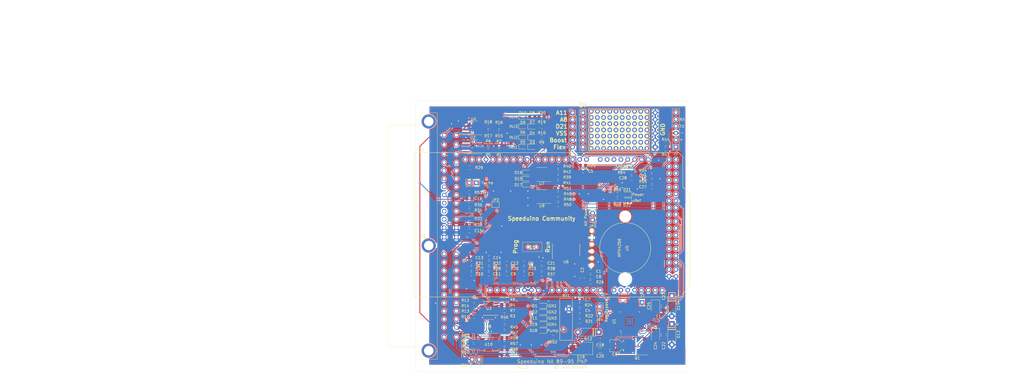
<source format=kicad_pcb>
(kicad_pcb (version 20171130) (host pcbnew "(5.1.9-0-10_14)")
  (layers (0 F.Cu signal) (31 B.Cu signal) (34 B.Paste user) (35 F.Paste user) (36 B.SilkS user) (37 F.SilkS user) (38 B.Mask user) (39 F.Mask user) (44 Edge.Cuts user))
  (net 0 "")
  (net 1 GND)
  (net 2 VDDA)
  (net 3 O2_Sensor)
  (net 4 "Net-(C4-Pad1)")
  (net 5 ADC-Clamp-4)
  (net 6 ADC-Clamp-5)
  (net 7 MCU-A5)
  (net 8 TPS_Sensor)
  (net 9 IAT_Sensor)
  (net 10 CLT_Sensor)
  (net 11 ADC-Clamp-3)
  (net 12 ADC-Clamp-1)
  (net 13 ADC-Clamp-2)
  (net 14 VPPSENS)
  (net 15 VDD)
  (net 16 12V-SW)
  (net 17 "Net-(D1-Pad2)")
  (net 18 "Net-(D2-Pad2)")
  (net 19 "Net-(D3-Pad2)")
  (net 20 "Net-(D3-Pad1)")
  (net 21 "Net-(D4-Pad1)")
  (net 22 "Net-(D4-Pad2)")
  (net 23 INJ-1-OUT)
  (net 24 INJ-2-OUT)
  (net 25 "Net-(D7-Pad2)")
  (net 26 "Net-(D7-Pad1)")
  (net 27 "Net-(D8-Pad2)")
  (net 28 INJ-3-OUT)
  (net 29 INJ-4-OUT)
  (net 30 VRegIn)
  (net 31 IDLE-OUT)
  (net 32 BOOST-OUT)
  (net 33 MCU-D23)
  (net 34 MCU-D0)
  (net 35 VPPREF)
  (net 36 MCU-D11)
  (net 37 MCU-D10)
  (net 38 MCU-D39)
  (net 39 MCU-D41)
  (net 40 "Net-(R5-Pad1)")
  (net 41 "Net-(R6-Pad1)")
  (net 42 "Net-(R7-Pad1)")
  (net 43 "Net-(R8-Pad1)")
  (net 44 "Net-(R11-Pad1)")
  (net 45 "Net-(R12-Pad1)")
  (net 46 MCU-D9)
  (net 47 MCU-D8)
  (net 48 "Net-(R17-Pad1)")
  (net 49 "Net-(R18-Pad1)")
  (net 50 "Net-(R26-Pad2)")
  (net 51 Clutch_in)
  (net 52 MCU-D2)
  (net 53 MCU-D4)
  (net 54 "Net-(R48-Pad1)")
  (net 55 MCU-D35)
  (net 56 MCU-D49)
  (net 57 "Net-(R49-Pad1)")
  (net 58 MCU-D1)
  (net 59 33814-CSB)
  (net 60 MCU-A9)
  (net 61 FAN-OUT)
  (net 62 RESET)
  (net 63 MCU-D21)
  (net 64 MCU-D20)
  (net 65 MCU-D6)
  (net 66 MCU-A8)
  (net 67 MCU-D22)
  (net 68 MCU-D37)
  (net 69 MCU-D42)
  (net 70 MCU-D43)
  (net 71 MCU-D44)
  (net 72 MCU-D45)
  (net 73 MCU-D46)
  (net 74 MCU-D47)
  (net 75 MCU-D50)
  (net 76 MCU-D51)
  (net 77 MCU-D52)
  (net 78 "Net-(D10-Pad2)")
  (net 79 "Net-(F1-Pad1)")
  (net 80 ADC-Clamp-10)
  (net 81 ADC-Clamp-8)
  (net 82 ADC-Clamp-9)
  (net 83 CRANK-IN)
  (net 84 CAM-IN)
  (net 85 ADC-Clamp-13)
  (net 86 "Net-(C21-Pad1)")
  (net 87 "Net-(D18-Pad2)")
  (net 88 "Net-(J2-Pad5)")
  (net 89 "Net-(J5-Pad1)")
  (net 90 "Net-(J5-Pad2)")
  (net 91 "Net-(JP1-Pad1)")
  (net 92 "Net-(R37-Pad1)")
  (net 93 "Net-(R39-Pad1)")
  (net 94 "Net-(R40-Pad1)")
  (net 95 "Net-(R45-Pad1)")
  (net 96 "Net-(R46-Pad1)")
  (net 97 ST_Sig)
  (net 98 VBat)
  (net 99 "Net-(J1-PadMH3)")
  (net 100 "Net-(J1-PadMH2)")
  (net 101 "Net-(J1-PadMH1)")
  (net 102 ROUT1)
  (net 103 "Net-(J1-Pad44)")
  (net 104 "Net-(J1-Pad40)")
  (net 105 "Net-(J1-Pad39)")
  (net 106 "Net-(J1-Pad38)")
  (net 107 "Net-(J1-Pad34)")
  (net 108 "Net-(J1-Pad32)")
  (net 109 "Net-(J1-Pad30)")
  (net 110 AC-Jump)
  (net 111 "Net-(J1-Pad27)")
  (net 112 "Net-(J1-Pad26)")
  (net 113 "Net-(J1-Pad21)")
  (net 114 "Net-(J1-Pad17)")
  (net 115 TACHO-OUT)
  (net 116 "Net-(J1-Pad11)")
  (net 117 "Net-(J1-Pad10)")
  (net 118 "Net-(J1-Pad8)")
  (net 119 "Net-(J1-Pad7)")
  (net 120 "Net-(J1-Pad6)")
  (net 121 "Net-(J1-Pad5)")
  (net 122 IGN-1-OUT)
  (net 123 "Net-(J1-Pad3)")
  (net 124 "Net-(J2-Pad6)")
  (net 125 IGN-2-OUT)
  (net 126 "Net-(S1-Pad4)")
  (net 127 "Net-(S1-Pad5)")
  (net 128 "Net-(S1-Pad6)")
  (net 129 "Net-(U1-Pad1)")
  (net 130 "Net-(U1-Pad2)")
  (net 131 "Net-(U1-Pad3)")
  (net 132 "Net-(U1-Pad4)")
  (net 133 "Net-(U1-Pad5)")
  (net 134 "Net-(U1-Pad6)")
  (net 135 "Net-(U1-Pad7)")
  (net 136 "Net-(U1-Pad8)")
  (net 137 "Net-(U1-Pad9)")
  (net 138 "Net-(U1-Pad19)")
  (net 139 "Net-(U1-Pad21)")
  (net 140 ROUT2)
  (net 141 "Net-(U1-Pad24)")
  (net 142 "Net-(U1-Pad25)")
  (net 143 "Net-(U1-Pad26)")
  (net 144 "Net-(U1-Pad27)")
  (net 145 "Net-(U1-Pad28)")
  (net 146 "Net-(U1-Pad29)")
  (net 147 "Net-(U1-Pad30)")
  (net 148 "Net-(U1-Pad31)")
  (net 149 "Net-(U1-Pad32)")
  (net 150 "Net-(U1-Pad33)")
  (net 151 "Net-(U1-Pad34)")
  (net 152 MCU-A10)
  (net 153 "Net-(U1-Pad39)")
  (net 154 "Net-(U1-Pad43)")
  (net 155 "Net-(U1-Pad44)")
  (net 156 "Net-(U1-Pad45)")
  (net 157 "Net-(U1-Pad46)")
  (net 158 "Net-(U1-Pad47)")
  (net 159 "Net-(U1-Pad48)")
  (net 160 "Net-(U2-Pad2)")
  (net 161 "Net-(U2-Pad4)")
  (net 162 "Net-(U3-Pad1)")
  (net 163 "Net-(U3-Pad8)")
  (net 164 "Net-(U4-Pad4)")
  (net 165 "Net-(U4-Pad2)")
  (net 166 ADC-Clamp-6)
  (net 167 ADC-Clamp-7)
  (net 168 ADC-Clamp-11)
  (net 169 ADC-Clamp-12)
  (net 170 ADC-Clamp-14)
  (net 171 "Net-(U7-Pad2)")
  (net 172 "Net-(U7-Pad4)")
  (net 173 "Net-(U8-Pad3)")
  (net 174 "Net-(U9-Pad2)")
  (net 175 "Net-(U9-Pad4)")
  (net 176 "Net-(XA1-Pad3V3)")
  (net 177 "Net-(XA1-PadIORF)")
  (net 178 MCU-D16)
  (net 179 MCU-D15)
  (net 180 MCU-D14)
  (net 181 MCU-D5)
  (net 182 MCU-D7)
  (net 183 "Net-(XA1-PadSCL)")
  (net 184 "Net-(XA1-PadSDA)")
  (net 185 "Net-(XA1-PadAREF)")
  (net 186 MCU-D13)
  (net 187 MCU-A7)
  (net 188 "Net-(XA1-PadA12)")
  (net 189 "Net-(XA1-PadA13)")
  (net 190 "Net-(XA1-PadA14)")
  (net 191 "Net-(XA1-PadA15)")
  (net 192 MCU-D24)
  (net 193 MCU-D25)
  (net 194 MCU-D26)
  (net 195 MCU-D27)
  (net 196 MCU-D28)
  (net 197 MCU-D29)
  (net 198 MCU-D30)
  (net 199 MCU-D31)
  (net 200 MCU-D32)
  (net 201 MCU-D33)
  (net 202 MCU-D34)
  (net 203 MCU-D36)
  (net 204 MCU-D38)
  (net 205 MCU-D40)
  (net 206 MCU-D48)
  (net 207 MCU-D53)
  (net 208 MCU-D17)
  (net 209 MCU-A11)
  (net 210 "Net-(D11-Pad2)")
  (net 211 "Net-(D19-Pad2)")
  (net 212 "Net-(R58-Pad1)")
  (net 213 "Net-(R59-Pad1)")
  (net 214 "Net-(R60-Pad1)")
  (net 215 "Net-(R61-Pad1)")
  (net 216 IGN-3-OUT)
  (net 217 IGN-4-OUT)
  (net 218 "Net-(U10-Pad1)")
  (net 219 "Net-(U10-Pad8)")
  (net 220 VSS)
  (net 221 "Net-(D21-Pad2)")
  (net 222 "Net-(D22-Pad2)")
  (net 223 VIN)
  (module "" (layer F.Cu) (at -42.672 1.778)
    (fp_text reference "" (at 188.976 49.784) (layer F.SilkS) (effects (font (size 1.27 1.27))))
    (fp_text value "" (at 188.976 49.784) (layer F.SilkS) (effects (font (size 1.27 1.27))))
    (fp_text user INJ1 (at 189.172 50.112) (layer F.SilkS))
  )
  (module "" (layer F.Cu) (at -42.418 -2.286)
    (fp_text reference "" (at 188.976 49.784) (layer F.SilkS) (effects (font (size 1.27 1.27))))
    (fp_text value "" (at 188.976 49.784) (layer F.SilkS) (effects (font (size 1.27 1.27))))
    (fp_text user INJ2 (at 188.976 50.546) (layer F.SilkS))
  )
  (module "" (layer F.Cu) (at 145.796 40.386)
    (fp_text reference "" (at 188.976 49.784) (layer F.SilkS) (effects (font (size 1.27 1.27))))
    (fp_text value "" (at 188.976 49.784) (layer F.SilkS) (effects (font (size 1.27 1.27))))
    (fp_text user INJ3 (at 0.762 3.81) (layer F.SilkS))
  )
  (module Misc:ProtoPad_1x01_P2.54mm_Single (layer F.Cu) (at 188.976 49.784)
    (fp_text reference REF** hide)
    (fp_text value ProtoPad_1x01_P2.54mm_Single)
    (pad 1 thru_hole oval (at 0 2.54) (size 1.7 1.7) (drill 1) (layers *.Cu *.Mask))
  )
  (module Misc:ProtoPad_1x01_P2.54mm_Single (layer F.Cu) (at 195.834 49.784)
    (fp_text reference REF** hide)
    (fp_text value ProtoPad_1x01_P2.54mm_Single)
    (pad 1 thru_hole oval (at 0 2.54) (size 1.7 1.7) (drill 1) (layers *.Cu *.Mask))
  )
  (module Misc:ProtoPad_1x01_P2.54mm_Single (layer F.Cu) (at 193.548 49.784)
    (fp_text reference REF** hide)
    (fp_text value ProtoPad_1x01_P2.54mm_Single)
    (pad 1 thru_hole oval (at 0 2.54) (size 1.7 1.7) (drill 1) (layers *.Cu *.Mask))
  )
  (module Misc:ProtoPad_1x01_P2.54mm_Single (layer F.Cu) (at 175.26 49.784)
    (fp_text reference REF** hide)
    (fp_text value ProtoPad_1x01_P2.54mm_Single)
    (pad 1 thru_hole oval (at 0 2.54) (size 1.7 1.7) (drill 1) (layers *.Cu *.Mask))
  )
  (module Misc:ProtoPad_1x01_P2.54mm_Single (layer F.Cu) (at 179.832 49.784)
    (fp_text reference REF** hide)
    (fp_text value ProtoPad_1x01_P2.54mm_Single)
    (pad 1 thru_hole oval (at 0 2.54) (size 1.7 1.7) (drill 1) (layers *.Cu *.Mask))
  )
  (module Misc:ProtoPad_1x01_P2.54mm_Single (layer F.Cu) (at 177.546 49.784)
    (fp_text reference REF** hide)
    (fp_text value ProtoPad_1x01_P2.54mm_Single)
    (pad 1 thru_hole oval (at 0 2.54) (size 1.7 1.7) (drill 1) (layers *.Cu *.Mask))
  )
  (module Misc:ProtoPad_1x01_P2.54mm_Single (layer F.Cu) (at 186.69 49.784)
    (fp_text reference REF** hide)
    (fp_text value ProtoPad_1x01_P2.54mm_Single)
    (pad 1 thru_hole oval (at 0 2.54) (size 1.7 1.7) (drill 1) (layers *.Cu *.Mask))
  )
  (module Misc:ProtoPad_1x01_P2.54mm_Single (layer F.Cu) (at 182.118 49.784)
    (fp_text reference REF** hide)
    (fp_text value ProtoPad_1x01_P2.54mm_Single)
    (pad 1 thru_hole oval (at 0 2.54) (size 1.7 1.7) (drill 1) (layers *.Cu *.Mask))
  )
  (module Misc:ProtoPad_1x01_P2.54mm_Single (layer F.Cu) (at 184.404 49.784)
    (fp_text reference REF** hide)
    (fp_text value ProtoPad_1x01_P2.54mm_Single)
    (pad 1 thru_hole oval (at 0 2.54) (size 1.7 1.7) (drill 1) (layers *.Cu *.Mask))
  )
  (module Misc:ProtoPad_1x01_P2.54mm_Single (layer F.Cu) (at 191.262 49.784)
    (fp_text reference REF** hide)
    (fp_text value ProtoPad_1x01_P2.54mm_Single)
    (pad 1 thru_hole oval (at 0 2.54) (size 1.7 1.7) (drill 1) (layers *.Cu *.Mask))
  )
  (module Misc:ProtoPad_1x01_P2.54mm_Single (layer F.Cu) (at 188.976 47.498)
    (fp_text reference REF** hide)
    (fp_text value ProtoPad_1x01_P2.54mm_Single)
    (pad 1 thru_hole oval (at 0 2.54) (size 1.7 1.7) (drill 1) (layers *.Cu *.Mask))
  )
  (module Misc:ProtoPad_1x01_P2.54mm_Single (layer F.Cu) (at 195.834 47.498)
    (fp_text reference REF** hide)
    (fp_text value ProtoPad_1x01_P2.54mm_Single)
    (pad 1 thru_hole oval (at 0 2.54) (size 1.7 1.7) (drill 1) (layers *.Cu *.Mask))
  )
  (module Misc:ProtoPad_1x01_P2.54mm_Single (layer F.Cu) (at 193.548 47.498)
    (fp_text reference REF** hide)
    (fp_text value ProtoPad_1x01_P2.54mm_Single)
    (pad 1 thru_hole oval (at 0 2.54) (size 1.7 1.7) (drill 1) (layers *.Cu *.Mask))
  )
  (module Misc:ProtoPad_1x01_P2.54mm_Single (layer F.Cu) (at 175.26 47.498)
    (fp_text reference REF** hide)
    (fp_text value ProtoPad_1x01_P2.54mm_Single)
    (pad 1 thru_hole oval (at 0 2.54) (size 1.7 1.7) (drill 1) (layers *.Cu *.Mask))
  )
  (module Misc:ProtoPad_1x01_P2.54mm_Single (layer F.Cu) (at 179.832 47.498)
    (fp_text reference REF** hide)
    (fp_text value ProtoPad_1x01_P2.54mm_Single)
    (pad 1 thru_hole oval (at 0 2.54) (size 1.7 1.7) (drill 1) (layers *.Cu *.Mask))
  )
  (module Misc:ProtoPad_1x01_P2.54mm_Single (layer F.Cu) (at 177.546 47.498)
    (fp_text reference REF** hide)
    (fp_text value ProtoPad_1x01_P2.54mm_Single)
    (pad 1 thru_hole oval (at 0 2.54) (size 1.7 1.7) (drill 1) (layers *.Cu *.Mask))
  )
  (module Misc:ProtoPad_1x01_P2.54mm_Single (layer F.Cu) (at 186.69 47.498)
    (fp_text reference REF** hide)
    (fp_text value ProtoPad_1x01_P2.54mm_Single)
    (pad 1 thru_hole oval (at 0 2.54) (size 1.7 1.7) (drill 1) (layers *.Cu *.Mask))
  )
  (module Misc:ProtoPad_1x01_P2.54mm_Single (layer F.Cu) (at 182.118 47.498)
    (fp_text reference REF** hide)
    (fp_text value ProtoPad_1x01_P2.54mm_Single)
    (pad 1 thru_hole oval (at 0 2.54) (size 1.7 1.7) (drill 1) (layers *.Cu *.Mask))
  )
  (module Misc:ProtoPad_1x01_P2.54mm_Single (layer F.Cu) (at 184.404 47.498)
    (fp_text reference REF** hide)
    (fp_text value ProtoPad_1x01_P2.54mm_Single)
    (pad 1 thru_hole oval (at 0 2.54) (size 1.7 1.7) (drill 1) (layers *.Cu *.Mask))
  )
  (module Misc:ProtoPad_1x01_P2.54mm_Single (layer F.Cu) (at 191.262 47.498)
    (fp_text reference REF** hide)
    (fp_text value ProtoPad_1x01_P2.54mm_Single)
    (pad 1 thru_hole oval (at 0 2.54) (size 1.7 1.7) (drill 1) (layers *.Cu *.Mask))
  )
  (module Misc:ProtoPad_1x01_P2.54mm_Single (layer F.Cu) (at 188.976 45.212)
    (fp_text reference REF** hide)
    (fp_text value ProtoPad_1x01_P2.54mm_Single)
    (pad 1 thru_hole oval (at 0 2.54) (size 1.7 1.7) (drill 1) (layers *.Cu *.Mask))
  )
  (module Misc:ProtoPad_1x01_P2.54mm_Single (layer F.Cu) (at 195.834 45.212)
    (fp_text reference REF** hide)
    (fp_text value ProtoPad_1x01_P2.54mm_Single)
    (pad 1 thru_hole oval (at 0 2.54) (size 1.7 1.7) (drill 1) (layers *.Cu *.Mask))
  )
  (module Misc:ProtoPad_1x01_P2.54mm_Single (layer F.Cu) (at 193.548 45.212)
    (fp_text reference REF** hide)
    (fp_text value ProtoPad_1x01_P2.54mm_Single)
    (pad 1 thru_hole oval (at 0 2.54) (size 1.7 1.7) (drill 1) (layers *.Cu *.Mask))
  )
  (module Misc:ProtoPad_1x01_P2.54mm_Single (layer F.Cu) (at 175.26 45.212)
    (fp_text reference REF** hide)
    (fp_text value ProtoPad_1x01_P2.54mm_Single)
    (pad 1 thru_hole oval (at 0 2.54) (size 1.7 1.7) (drill 1) (layers *.Cu *.Mask))
  )
  (module Misc:ProtoPad_1x01_P2.54mm_Single (layer F.Cu) (at 179.832 45.212)
    (fp_text reference REF** hide)
    (fp_text value ProtoPad_1x01_P2.54mm_Single)
    (pad 1 thru_hole oval (at 0 2.54) (size 1.7 1.7) (drill 1) (layers *.Cu *.Mask))
  )
  (module Misc:ProtoPad_1x01_P2.54mm_Single (layer F.Cu) (at 177.546 45.212)
    (fp_text reference REF** hide)
    (fp_text value ProtoPad_1x01_P2.54mm_Single)
    (pad 1 thru_hole oval (at 0 2.54) (size 1.7 1.7) (drill 1) (layers *.Cu *.Mask))
  )
  (module Misc:ProtoPad_1x01_P2.54mm_Single (layer F.Cu) (at 186.69 45.212)
    (fp_text reference REF** hide)
    (fp_text value ProtoPad_1x01_P2.54mm_Single)
    (pad 1 thru_hole oval (at 0 2.54) (size 1.7 1.7) (drill 1) (layers *.Cu *.Mask))
  )
  (module Misc:ProtoPad_1x01_P2.54mm_Single (layer F.Cu) (at 182.118 45.212)
    (fp_text reference REF** hide)
    (fp_text value ProtoPad_1x01_P2.54mm_Single)
    (pad 1 thru_hole oval (at 0 2.54) (size 1.7 1.7) (drill 1) (layers *.Cu *.Mask))
  )
  (module Misc:ProtoPad_1x01_P2.54mm_Single (layer F.Cu) (at 184.404 45.212)
    (fp_text reference REF** hide)
    (fp_text value ProtoPad_1x01_P2.54mm_Single)
    (pad 1 thru_hole oval (at 0 2.54) (size 1.7 1.7) (drill 1) (layers *.Cu *.Mask))
  )
  (module Misc:ProtoPad_1x01_P2.54mm_Single (layer F.Cu) (at 191.262 45.212)
    (fp_text reference REF** hide)
    (fp_text value ProtoPad_1x01_P2.54mm_Single)
    (pad 1 thru_hole oval (at 0 2.54) (size 1.7 1.7) (drill 1) (layers *.Cu *.Mask))
  )
  (module Misc:ProtoPad_1x01_P2.54mm_Single (layer F.Cu) (at 188.976 42.926)
    (fp_text reference REF** hide)
    (fp_text value ProtoPad_1x01_P2.54mm_Single)
    (pad 1 thru_hole oval (at 0 2.54) (size 1.7 1.7) (drill 1) (layers *.Cu *.Mask))
  )
  (module Misc:ProtoPad_1x01_P2.54mm_Single (layer F.Cu) (at 195.834 42.926)
    (fp_text reference REF** hide)
    (fp_text value ProtoPad_1x01_P2.54mm_Single)
    (pad 1 thru_hole oval (at 0 2.54) (size 1.7 1.7) (drill 1) (layers *.Cu *.Mask))
  )
  (module Misc:ProtoPad_1x01_P2.54mm_Single (layer F.Cu) (at 193.548 42.926)
    (fp_text reference REF** hide)
    (fp_text value ProtoPad_1x01_P2.54mm_Single)
    (pad 1 thru_hole oval (at 0 2.54) (size 1.7 1.7) (drill 1) (layers *.Cu *.Mask))
  )
  (module Misc:ProtoPad_1x01_P2.54mm_Single (layer F.Cu) (at 175.26 42.926)
    (fp_text reference REF** hide)
    (fp_text value ProtoPad_1x01_P2.54mm_Single)
    (pad 1 thru_hole oval (at 0 2.54) (size 1.7 1.7) (drill 1) (layers *.Cu *.Mask))
  )
  (module Misc:ProtoPad_1x01_P2.54mm_Single (layer F.Cu) (at 179.832 42.926)
    (fp_text reference REF** hide)
    (fp_text value ProtoPad_1x01_P2.54mm_Single)
    (pad 1 thru_hole oval (at 0 2.54) (size 1.7 1.7) (drill 1) (layers *.Cu *.Mask))
  )
  (module Misc:ProtoPad_1x01_P2.54mm_Single (layer F.Cu) (at 177.546 42.926)
    (fp_text reference REF** hide)
    (fp_text value ProtoPad_1x01_P2.54mm_Single)
    (pad 1 thru_hole oval (at 0 2.54) (size 1.7 1.7) (drill 1) (layers *.Cu *.Mask))
  )
  (module Misc:ProtoPad_1x01_P2.54mm_Single (layer F.Cu) (at 186.69 42.926)
    (fp_text reference REF** hide)
    (fp_text value ProtoPad_1x01_P2.54mm_Single)
    (pad 1 thru_hole oval (at 0 2.54) (size 1.7 1.7) (drill 1) (layers *.Cu *.Mask))
  )
  (module Misc:ProtoPad_1x01_P2.54mm_Single (layer F.Cu) (at 182.118 42.926)
    (fp_text reference REF** hide)
    (fp_text value ProtoPad_1x01_P2.54mm_Single)
    (pad 1 thru_hole oval (at 0 2.54) (size 1.7 1.7) (drill 1) (layers *.Cu *.Mask))
  )
  (module Misc:ProtoPad_1x01_P2.54mm_Single (layer F.Cu) (at 184.404 42.926)
    (fp_text reference REF** hide)
    (fp_text value ProtoPad_1x01_P2.54mm_Single)
    (pad 1 thru_hole oval (at 0 2.54) (size 1.7 1.7) (drill 1) (layers *.Cu *.Mask))
  )
  (module Misc:ProtoPad_1x01_P2.54mm_Single (layer F.Cu) (at 191.262 42.926)
    (fp_text reference REF** hide)
    (fp_text value ProtoPad_1x01_P2.54mm_Single)
    (pad 1 thru_hole oval (at 0 2.54) (size 1.7 1.7) (drill 1) (layers *.Cu *.Mask))
  )
  (module Misc:ProtoPad_1x01_P2.54mm_Single (layer F.Cu) (at 188.976 40.64)
    (fp_text reference REF** hide)
    (fp_text value ProtoPad_1x01_P2.54mm_Single)
    (pad 1 thru_hole oval (at 0 2.54) (size 1.7 1.7) (drill 1) (layers *.Cu *.Mask))
  )
  (module Misc:ProtoPad_1x01_P2.54mm_Single (layer F.Cu) (at 195.834 40.64)
    (fp_text reference REF** hide)
    (fp_text value ProtoPad_1x01_P2.54mm_Single)
    (pad 1 thru_hole oval (at 0 2.54) (size 1.7 1.7) (drill 1) (layers *.Cu *.Mask))
  )
  (module Misc:ProtoPad_1x01_P2.54mm_Single (layer F.Cu) (at 193.548 40.64)
    (fp_text reference REF** hide)
    (fp_text value ProtoPad_1x01_P2.54mm_Single)
    (pad 1 thru_hole oval (at 0 2.54) (size 1.7 1.7) (drill 1) (layers *.Cu *.Mask))
  )
  (module Misc:ProtoPad_1x01_P2.54mm_Single (layer F.Cu) (at 175.26 40.64)
    (fp_text reference REF** hide)
    (fp_text value ProtoPad_1x01_P2.54mm_Single)
    (pad 1 thru_hole oval (at 0 2.54) (size 1.7 1.7) (drill 1) (layers *.Cu *.Mask))
  )
  (module Misc:ProtoPad_1x01_P2.54mm_Single (layer F.Cu) (at 179.832 40.64)
    (fp_text reference REF** hide)
    (fp_text value ProtoPad_1x01_P2.54mm_Single)
    (pad 1 thru_hole oval (at 0 2.54) (size 1.7 1.7) (drill 1) (layers *.Cu *.Mask))
  )
  (module Misc:ProtoPad_1x01_P2.54mm_Single (layer F.Cu) (at 177.546 40.64)
    (fp_text reference REF** hide)
    (fp_text value ProtoPad_1x01_P2.54mm_Single)
    (pad 1 thru_hole oval (at 0 2.54) (size 1.7 1.7) (drill 1) (layers *.Cu *.Mask))
  )
  (module Misc:ProtoPad_1x01_P2.54mm_Single (layer F.Cu) (at 186.69 40.64)
    (fp_text reference REF** hide)
    (fp_text value ProtoPad_1x01_P2.54mm_Single)
    (pad 1 thru_hole oval (at 0 2.54) (size 1.7 1.7) (drill 1) (layers *.Cu *.Mask))
  )
  (module Misc:ProtoPad_1x01_P2.54mm_Single (layer F.Cu) (at 182.118 40.64)
    (fp_text reference REF** hide)
    (fp_text value ProtoPad_1x01_P2.54mm_Single)
    (pad 1 thru_hole oval (at 0 2.54) (size 1.7 1.7) (drill 1) (layers *.Cu *.Mask))
  )
  (module Misc:ProtoPad_1x01_P2.54mm_Single (layer F.Cu) (at 184.404 40.64)
    (fp_text reference REF** hide)
    (fp_text value ProtoPad_1x01_P2.54mm_Single)
    (pad 1 thru_hole oval (at 0 2.54) (size 1.7 1.7) (drill 1) (layers *.Cu *.Mask))
  )
  (module Misc:ProtoPad_1x01_P2.54mm_Single (layer F.Cu) (at 191.262 40.64)
    (fp_text reference REF** hide)
    (fp_text value ProtoPad_1x01_P2.54mm_Single)
    (pad 1 thru_hole oval (at 0 2.54) (size 1.7 1.7) (drill 1) (layers *.Cu *.Mask))
  )
  (module Misc:ProtoPad_1x01_P2.54mm_Single (layer F.Cu) (at 188.976 38.354)
    (fp_text reference REF** hide)
    (fp_text value ProtoPad_1x01_P2.54mm_Single)
    (pad 1 thru_hole oval (at 0 2.54) (size 1.7 1.7) (drill 1) (layers *.Cu *.Mask))
  )
  (module Misc:ProtoPad_1x01_P2.54mm_Single (layer F.Cu) (at 195.834 38.354)
    (fp_text reference REF** hide)
    (fp_text value ProtoPad_1x01_P2.54mm_Single)
    (pad 1 thru_hole oval (at 0 2.54) (size 1.7 1.7) (drill 1) (layers *.Cu *.Mask))
  )
  (module Misc:ProtoPad_1x01_P2.54mm_Single (layer F.Cu) (at 193.548 38.354)
    (fp_text reference REF** hide)
    (fp_text value ProtoPad_1x01_P2.54mm_Single)
    (pad 1 thru_hole oval (at 0 2.54) (size 1.7 1.7) (drill 1) (layers *.Cu *.Mask))
  )
  (module Misc:ProtoPad_1x01_P2.54mm_Single (layer F.Cu) (at 175.26 38.354)
    (fp_text reference REF** hide)
    (fp_text value ProtoPad_1x01_P2.54mm_Single)
    (pad 1 thru_hole oval (at 0 2.54) (size 1.7 1.7) (drill 1) (layers *.Cu *.Mask))
  )
  (module Misc:ProtoPad_1x01_P2.54mm_Single (layer F.Cu) (at 179.832 38.354)
    (fp_text reference REF** hide)
    (fp_text value ProtoPad_1x01_P2.54mm_Single)
    (pad 1 thru_hole oval (at 0 2.54) (size 1.7 1.7) (drill 1) (layers *.Cu *.Mask))
  )
  (module Misc:ProtoPad_1x01_P2.54mm_Single (layer F.Cu) (at 177.546 38.354)
    (fp_text reference REF** hide)
    (fp_text value ProtoPad_1x01_P2.54mm_Single)
    (pad 1 thru_hole oval (at 0 2.54) (size 1.7 1.7) (drill 1) (layers *.Cu *.Mask))
  )
  (module Misc:ProtoPad_1x01_P2.54mm_Single (layer F.Cu) (at 186.69 38.354)
    (fp_text reference REF** hide)
    (fp_text value ProtoPad_1x01_P2.54mm_Single)
    (pad 1 thru_hole oval (at 0 2.54) (size 1.7 1.7) (drill 1) (layers *.Cu *.Mask))
  )
  (module Misc:ProtoPad_1x01_P2.54mm_Single (layer F.Cu) (at 182.118 38.354)
    (fp_text reference REF** hide)
    (fp_text value ProtoPad_1x01_P2.54mm_Single)
    (pad 1 thru_hole oval (at 0 2.54) (size 1.7 1.7) (drill 1) (layers *.Cu *.Mask))
  )
  (module Misc:ProtoPad_1x01_P2.54mm_Single (layer F.Cu) (at 184.404 38.354)
    (fp_text reference REF** hide)
    (fp_text value ProtoPad_1x01_P2.54mm_Single)
    (pad 1 thru_hole oval (at 0 2.54) (size 1.7 1.7) (drill 1) (layers *.Cu *.Mask))
  )
  (module Misc:ProtoPad_1x01_P2.54mm_Single (layer F.Cu) (at 191.262 38.354)
    (fp_text reference REF** hide)
    (fp_text value ProtoPad_1x01_P2.54mm_Single)
    (pad 1 thru_hole oval (at 0 2.54) (size 1.7 1.7) (drill 1) (layers *.Cu *.Mask))
  )
  (module Misc:ProtoPad_1x01_P2.54mm_Single (layer F.Cu) (at 195.834 36.068)
    (fp_text reference REF** hide)
    (fp_text value ProtoPad_1x01_P2.54mm_Single)
    (pad 1 thru_hole oval (at 0 2.54) (size 1.7 1.7) (drill 1) (layers *.Cu *.Mask))
  )
  (module Misc:ProtoPad_1x01_P2.54mm_Single (layer F.Cu) (at 193.548 36.068)
    (fp_text reference REF** hide)
    (fp_text value ProtoPad_1x01_P2.54mm_Single)
    (pad 1 thru_hole oval (at 0 2.54) (size 1.7 1.7) (drill 1) (layers *.Cu *.Mask))
  )
  (module Misc:ProtoPad_1x01_P2.54mm_Single (layer F.Cu) (at 191.262 36.068)
    (fp_text reference REF** hide)
    (fp_text value ProtoPad_1x01_P2.54mm_Single)
    (pad 1 thru_hole oval (at 0 2.54) (size 1.7 1.7) (drill 1) (layers *.Cu *.Mask))
  )
  (module Misc:ProtoPad_1x01_P2.54mm_Single (layer F.Cu) (at 188.976 36.068)
    (fp_text reference REF** hide)
    (fp_text value ProtoPad_1x01_P2.54mm_Single)
    (pad 1 thru_hole oval (at 0 2.54) (size 1.7 1.7) (drill 1) (layers *.Cu *.Mask))
  )
  (module Misc:ProtoPad_1x01_P2.54mm_Single (layer F.Cu) (at 186.69 36.068)
    (fp_text reference REF** hide)
    (fp_text value ProtoPad_1x01_P2.54mm_Single)
    (pad 1 thru_hole oval (at 0 2.54) (size 1.7 1.7) (drill 1) (layers *.Cu *.Mask))
  )
  (module Misc:ProtoPad_1x01_P2.54mm_Single (layer F.Cu) (at 184.404 36.068)
    (fp_text reference REF** hide)
    (fp_text value ProtoPad_1x01_P2.54mm_Single)
    (pad 1 thru_hole oval (at 0 2.54) (size 1.7 1.7) (drill 1) (layers *.Cu *.Mask))
  )
  (module Misc:ProtoPad_1x01_P2.54mm_Single (layer F.Cu) (at 182.118 36.068)
    (fp_text reference REF** hide)
    (fp_text value ProtoPad_1x01_P2.54mm_Single)
    (pad 1 thru_hole oval (at 0 2.54) (size 1.7 1.7) (drill 1) (layers *.Cu *.Mask))
  )
  (module Misc:ProtoPad_1x01_P2.54mm_Single (layer F.Cu) (at 179.832 36.068)
    (fp_text reference REF** hide)
    (fp_text value ProtoPad_1x01_P2.54mm_Single)
    (pad 1 thru_hole oval (at 0 2.54) (size 1.7 1.7) (drill 1) (layers *.Cu *.Mask))
  )
  (module Misc:ProtoPad_1x01_P2.54mm_Single (layer F.Cu) (at 177.546 36.068)
    (fp_text reference REF** hide)
    (fp_text value ProtoPad_1x01_P2.54mm_Single)
    (pad 1 thru_hole oval (at 0 2.54) (size 1.7 1.7) (drill 1) (layers *.Cu *.Mask))
  )
  (module Misc:ProtoPad_1x01_P2.54mm_Single (layer F.Cu) (at 175.26 36.068)
    (fp_text reference REF** hide)
    (fp_text value ProtoPad_1x01_P2.54mm_Single)
    (pad 1 thru_hole oval (at 0 2.54) (size 1.7 1.7) (drill 1) (layers *.Cu *.Mask))
  )
  (module Connector_Automotive:1749171 (layer F.Cu) (at 125.5 122 180)
    (fp_text reference J1 (at 12.338 37.3 180) (layer F.SilkS) (effects (font (size 1.27 1.27) (thickness 0.254))))
    (fp_text value 174917-1 hide)
    (pad MH3 thru_hole circle (at 10.2 -5.05 180) (size 5.25 5.25) (drill 3.5) (layers *.Cu *.Mask) (net 99 "Net-(J1-PadMH3)"))
    (pad MH2 thru_hole circle (at 10.2 33.8 180) (size 5.25 5.25) (drill 3.5) (layers *.Cu *.Mask) (net 100 "Net-(J1-PadMH2)"))
    (pad MH1 thru_hole circle (at 10.2 79.65 180) (size 5.25 5.25) (drill 3.5) (layers *.Cu *.Mask) (net 101 "Net-(J1-PadMH1)"))
    (pad 48 thru_hole circle (at 4.5 74.6 180) (size 1.65 1.65) (drill 1.1) (layers *.Cu *.Mask) (net 29 INJ-4-OUT))
    (pad 47 thru_hole circle (at 4.5 71.1 180) (size 1.65 1.65) (drill 1.1) (layers *.Cu *.Mask) (net 32 BOOST-OUT))
    (pad 46 thru_hole circle (at 4.5 67.6 180) (size 1.65 1.65) (drill 1.1) (layers *.Cu *.Mask) (net 24 INJ-2-OUT))
    (pad 45 thru_hole circle (at 4.5 64.5 180) (size 1.65 1.65) (drill 1.1) (layers *.Cu *.Mask) (net 102 ROUT1))
    (pad 44 thru_hole circle (at 4.5 61.5 180) (size 1.65 1.65) (drill 1.1) (layers *.Cu *.Mask) (net 103 "Net-(J1-Pad44)"))
    (pad 43 thru_hole circle (at 4.5 58.5 180) (size 1.65 1.65) (drill 1.1) (layers *.Cu *.Mask) (net 9 IAT_Sensor))
    (pad 42 thru_hole circle (at 4.5 55.5 180) (size 1.65 1.65) (drill 1.1) (layers *.Cu *.Mask) (net 3 O2_Sensor))
    (pad 41 thru_hole circle (at 4.5 52.5 180) (size 1.65 1.65) (drill 1.1) (layers *.Cu *.Mask) (net 8 TPS_Sensor))
    (pad 40 thru_hole circle (at 4.5 49.5 180) (size 1.65 1.65) (drill 1.1) (layers *.Cu *.Mask) (net 104 "Net-(J1-Pad40)"))
    (pad 39 thru_hole circle (at 4.5 46.5 180) (size 1.65 1.65) (drill 1.1) (layers *.Cu *.Mask) (net 105 "Net-(J1-Pad39)"))
    (pad 38 thru_hole circle (at 4.5 43.5 180) (size 1.65 1.65) (drill 1.1) (layers *.Cu *.Mask) (net 106 "Net-(J1-Pad38)"))
    (pad 37 thru_hole circle (at 4.5 40.4 180) (size 1.65 1.65) (drill 1.1) (layers *.Cu *.Mask) (net 1 GND))
    (pad 36 thru_hole circle (at 4.5 36.9 180) (size 1.65 1.65) (drill 1.1) (layers *.Cu *.Mask) (net 1 GND))
    (pad 35 thru_hole circle (at 4.5 30.7 180) (size 1.65 1.65) (drill 1.1) (layers *.Cu *.Mask) (net 51 Clutch_in))
    (pad 34 thru_hole circle (at 4.5 27.6 180) (size 1.65 1.65) (drill 1.1) (layers *.Cu *.Mask) (net 107 "Net-(J1-Pad34)"))
    (pad 33 thru_hole circle (at 4.5 24.6 180) (size 1.65 1.65) (drill 1.1) (layers *.Cu *.Mask) (net 61 FAN-OUT))
    (pad 32 thru_hole circle (at 4.5 21.6 180) (size 1.65 1.65) (drill 1.1) (layers *.Cu *.Mask) (net 108 "Net-(J1-Pad32)"))
    (pad 31 thru_hole circle (at 4.5 18.6 180) (size 1.65 1.65) (drill 1.1) (layers *.Cu *.Mask) (net 2 VDDA))
    (pad 30 thru_hole circle (at 4.5 15.6 180) (size 1.65 1.65) (drill 1.1) (layers *.Cu *.Mask) (net 109 "Net-(J1-Pad30)"))
    (pad 29 thru_hole circle (at 4.5 12.6 180) (size 1.65 1.65) (drill 1.1) (layers *.Cu *.Mask) (net 110 AC-Jump))
    (pad 28 thru_hole circle (at 4.5 9.6 180) (size 1.65 1.65) (drill 1.1) (layers *.Cu *.Mask) (net 125 IGN-2-OUT))
    (pad 27 thru_hole circle (at 4.5 6.6 180) (size 1.65 1.65) (drill 1.1) (layers *.Cu *.Mask) (net 111 "Net-(J1-Pad27)"))
    (pad 26 thru_hole circle (at 4.5 3.5 180) (size 1.65 1.65) (drill 1.1) (layers *.Cu *.Mask) (net 112 "Net-(J1-Pad26)"))
    (pad 25 thru_hole circle (at 4.5 0 180) (size 1.65 1.65) (drill 1.1) (layers *.Cu *.Mask) (net 16 12V-SW))
    (pad 24 thru_hole circle (at 0 74.6 180) (size 1.65 1.65) (drill 1.1) (layers *.Cu *.Mask) (net 28 INJ-3-OUT))
    (pad 23 thru_hole circle (at 0 71.1 180) (size 1.65 1.65) (drill 1.1) (layers *.Cu *.Mask) (net 31 IDLE-OUT))
    (pad 22 thru_hole circle (at 0 67.6 180) (size 1.65 1.65) (drill 1.1) (layers *.Cu *.Mask) (net 23 INJ-1-OUT))
    (pad 21 thru_hole circle (at 0 64.5 180) (size 1.65 1.65) (drill 1.1) (layers *.Cu *.Mask) (net 113 "Net-(J1-Pad21)"))
    (pad 20 thru_hole circle (at 0 61.5 180) (size 1.65 1.65) (drill 1.1) (layers *.Cu *.Mask) (net 10 CLT_Sensor))
    (pad 19 thru_hole circle (at 0 58.5 180) (size 1.65 1.65) (drill 1.1) (layers *.Cu *.Mask) (net 102 ROUT1))
    (pad 18 thru_hole circle (at 0 55.5 180) (size 1.65 1.65) (drill 1.1) (layers *.Cu *.Mask) (net 8 TPS_Sensor))
    (pad 17 thru_hole circle (at 0 52.5 180) (size 1.65 1.65) (drill 1.1) (layers *.Cu *.Mask) (net 114 "Net-(J1-Pad17)"))
    (pad 16 thru_hole circle (at 0 49.5 180) (size 1.65 1.65) (drill 1.1) (layers *.Cu *.Mask) (net 115 TACHO-OUT))
    (pad 15 thru_hole circle (at 0 46.5 180) (size 1.65 1.65) (drill 1.1) (layers *.Cu *.Mask) (net 84 CAM-IN))
    (pad 14 thru_hole circle (at 0 43.5 180) (size 1.65 1.65) (drill 1.1) (layers *.Cu *.Mask) (net 83 CRANK-IN))
    (pad 13 thru_hole circle (at 0 40.4 180) (size 1.65 1.65) (drill 1.1) (layers *.Cu *.Mask) (net 1 GND))
    (pad 12 thru_hole circle (at 0 36.9 180) (size 1.65 1.65) (drill 1.1) (layers *.Cu *.Mask) (net 1 GND))
    (pad 11 thru_hole circle (at 0 30.7 180) (size 1.65 1.65) (drill 1.1) (layers *.Cu *.Mask) (net 116 "Net-(J1-Pad11)"))
    (pad 10 thru_hole circle (at 0 27.6 180) (size 1.65 1.65) (drill 1.1) (layers *.Cu *.Mask) (net 117 "Net-(J1-Pad10)"))
    (pad 9 thru_hole circle (at 0 24.6 180) (size 1.65 1.65) (drill 1.1) (layers *.Cu *.Mask) (net 110 AC-Jump))
    (pad 8 thru_hole circle (at 0 21.6 180) (size 1.65 1.65) (drill 1.1) (layers *.Cu *.Mask) (net 118 "Net-(J1-Pad8)"))
    (pad 7 thru_hole circle (at 0 18.6 180) (size 1.65 1.65) (drill 1.1) (layers *.Cu *.Mask) (net 119 "Net-(J1-Pad7)"))
    (pad 6 thru_hole circle (at 0 15.6 180) (size 1.65 1.65) (drill 1.1) (layers *.Cu *.Mask) (net 120 "Net-(J1-Pad6)"))
    (pad 5 thru_hole circle (at 0 12.6 180) (size 1.65 1.65) (drill 1.1) (layers *.Cu *.Mask) (net 121 "Net-(J1-Pad5)"))
    (pad 4 thru_hole circle (at 0 9.6 180) (size 1.65 1.65) (drill 1.1) (layers *.Cu *.Mask) (net 122 IGN-1-OUT))
    (pad 3 thru_hole circle (at 0 6.6 180) (size 1.65 1.65) (drill 1.1) (layers *.Cu *.Mask) (net 123 "Net-(J1-Pad3)"))
    (pad 2 thru_hole circle (at 0 3.5 180) (size 1.65 1.65) (drill 1.1) (layers *.Cu *.Mask) (net 97 ST_Sig))
    (pad 1 thru_hole circle (at 0 0 180) (size 1.65 1.65) (drill 1.1) (layers *.Cu *.Mask) (net 98 VBat))
  )
  (module AYZ0202AGRLC (layer F.Cu) (at 153.5 88.714 180)
    (fp_text reference S1 (at 0 -0.25 180) (layer F.SilkS) (effects (font (size 1.27 1.27) (thickness 0.254))))
    (fp_text value AYZ0202AGRLC hide)
    (pad 1 smd rect (at -2.5 -2.825 180) (size 1 1.15) (layers F.Cu F.Paste F.Mask) (net 86 "Net-(C21-Pad1)"))
    (pad 2 smd rect (at 0 -2.825 180) (size 1 1.15) (layers F.Cu F.Paste F.Mask) (net 62 RESET))
    (pad 3 smd rect (at 2.5 -2.825 180) (size 1 1.15) (layers F.Cu F.Paste F.Mask) (net 92 "Net-(R37-Pad1)"))
    (pad 4 smd rect (at -2.5 2.825 180) (size 1 1.15) (layers F.Cu F.Paste F.Mask) (net 126 "Net-(S1-Pad4)"))
    (pad 5 smd rect (at 0 2.825 180) (size 1 1.15) (layers F.Cu F.Paste F.Mask) (net 127 "Net-(S1-Pad5)"))
    (pad 6 smd rect (at 2.5 2.825 180) (size 1 1.15) (layers F.Cu F.Paste F.Mask) (net 128 "Net-(S1-Pad6)"))
    (pad MH1 thru_hole circle (at -1.5 0 180) (size 1.381 1.381) (drill 0.85) (layers *.Cu *.Mask))
    (pad MH2 thru_hole circle (at 1.5 0 180) (size 1.381 1.381) (drill 0.85) (layers *.Cu *.Mask))
  )
  (module Connector_PinHeader_2.54mm:PinHeader_1x06_P2.54mm_Vertical (layer F.Cu) (at 206.5 51.714 180)
    (fp_text reference J2 (at 0 -2.33 180) (layer F.SilkS))
    (fp_text value Conn_01x06)
    (fp_text user + (at -2.034 2.692 180) (layer F.SilkS))
    (fp_text user RX (at -2.288 10.058 180) (layer F.SilkS))
    (fp_text user - (at -2.288 5.232 180) (layer F.SilkS))
    (fp_text user TX (at -2.288 7.518 180) (layer F.SilkS))
    (pad 6 thru_hole oval (at 0 12.7 180) (size 1.7 1.7) (drill 1) (layers *.Cu *.Mask) (net 124 "Net-(J2-Pad6)"))
    (pad 5 thru_hole oval (at 0 10.16 180) (size 1.7 1.7) (drill 1) (layers *.Cu *.Mask) (net 88 "Net-(J2-Pad5)"))
    (pad 4 thru_hole oval (at 0 7.62 180) (size 1.7 1.7) (drill 1) (layers *.Cu *.Mask) (net 34 MCU-D0))
    (pad 3 thru_hole oval (at 0 5.08 180) (size 1.7 1.7) (drill 1) (layers *.Cu *.Mask) (net 1 GND))
    (pad 2 thru_hole oval (at 0 2.54 180) (size 1.7 1.7) (drill 1) (layers *.Cu *.Mask) (net 15 VDD))
    (pad 1 thru_hole rect (at 0 0 180) (size 1.7 1.7) (drill 1) (layers *.Cu *.Mask) (net 33 MCU-D23))
  )
  (module Connector_PinHeader_2.54mm:PinHeader_1x06_P2.54mm_Vertical (layer F.Cu) (at 198.882 51.816 180)
    (fp_text reference J4 hide)
    (fp_text value Conn_01x06)
    (pad 1 thru_hole rect (at 0 0 180) (size 1.7 1.7) (drill 1) (layers *.Cu *.Mask) (net 1 GND))
    (pad 2 thru_hole oval (at 0 2.54 180) (size 1.7 1.7) (drill 1) (layers *.Cu *.Mask) (net 1 GND))
    (pad 3 thru_hole oval (at 0 5.08 180) (size 1.7 1.7) (drill 1) (layers *.Cu *.Mask) (net 1 GND))
    (pad 4 thru_hole oval (at 0 7.62 180) (size 1.7 1.7) (drill 1) (layers *.Cu *.Mask) (net 1 GND))
    (pad 5 thru_hole oval (at 0 10.16 180) (size 1.7 1.7) (drill 1) (layers *.Cu *.Mask) (net 1 GND))
    (pad 6 thru_hole oval (at 0 12.7 180) (size 1.7 1.7) (drill 1) (layers *.Cu *.Mask) (net 1 GND))
  )
  (module Connector_PinHeader_2.54mm:PinHeader_1x06_P2.54mm_Vertical (layer F.Cu) (at 172.212 39.116)
    (fp_text reference J3 hide)
    (fp_text value Conn_01x06)
    (pad 1 thru_hole rect (at 0 0) (size 1.7 1.7) (drill 1) (layers *.Cu *.Mask) (net 2 VDDA))
    (pad 2 thru_hole oval (at 0 2.54) (size 1.7 1.7) (drill 1) (layers *.Cu *.Mask) (net 2 VDDA))
    (pad 3 thru_hole oval (at 0 5.08) (size 1.7 1.7) (drill 1) (layers *.Cu *.Mask) (net 2 VDDA))
    (pad 4 thru_hole oval (at 0 7.62) (size 1.7 1.7) (drill 1) (layers *.Cu *.Mask) (net 2 VDDA))
    (pad 5 thru_hole oval (at 0 10.16) (size 1.7 1.7) (drill 1) (layers *.Cu *.Mask) (net 2 VDDA))
    (pad 6 thru_hole oval (at 0 12.7) (size 1.7 1.7) (drill 1) (layers *.Cu *.Mask) (net 2 VDDA))
  )
  (module Misc:MPX4250 (layer F.Cu) (at 175.5 82.714 270)
    (fp_text reference U5 (at 6.5 -13 270) (layer F.SilkS))
    (fp_text value MPX4250 (at 6.35 -10.16 270) (layer F.SilkS))
    (pad 1 thru_hole circle (at 0 0 270) (size 1.5 1.5) (drill 0.84) (layers *.Cu *.Mask F.SilkS) (net 50 "Net-(R26-Pad2)"))
    (pad 2 thru_hole circle (at 2.54 0 270) (size 1.5 1.5) (drill 0.84) (layers *.Cu *.Mask F.SilkS) (net 1 GND))
    (pad 3 thru_hole circle (at 5.08 0 270) (size 1.5 1.5) (drill 0.84) (layers *.Cu *.Mask F.SilkS) (net 2 VDDA))
    (pad 4 thru_hole circle (at 7.62 0 270) (size 1.5 1.5) (drill 0.84) (layers *.Cu *.Mask F.SilkS))
    (pad 5 thru_hole circle (at 10.16 0 270) (size 1.5 1.5) (drill 0.84) (layers *.Cu *.Mask F.SilkS))
    (pad 6 thru_hole circle (at 12.7 0 270) (size 1.5 1.5) (drill 0.84) (layers *.Cu *.Mask F.SilkS))
    (pad ~ thru_hole circle (at 17.9 -12.32 270) (size 4.1 4.1) (drill 4.1) (layers *.Cu *.Mask F.SilkS))
    (pad ~ thru_hole circle (at -5.25 -12.32 270) (size 4.1 4.1) (drill 4.1) (layers *.Cu *.Mask F.SilkS))
  )
  (module Varistor:RV_Disc_D15.5mm_W4.7mm_P7.5mm (layer F.Cu) (at 165 119.214 90)
    (fp_text reference RV1 (at 12.5 1 180) (layer F.SilkS))
    (fp_text value Varistor hide)
    (pad 2 thru_hole circle (at 7.5 2 90) (size 1.8 1.8) (drill 0.8) (layers *.Cu *.Mask) (net 1 GND))
    (pad 1 thru_hole circle (at 0 0 90) (size 1.8 1.8) (drill 0.8) (layers *.Cu *.Mask) (net 98 VBat))
  )
  (module Capacitor_SMD:C_0805_2012Metric (layer F.Cu) (at 175 97.714 180)
    (fp_text reference C1 (at -3 0 180) (layer F.SilkS))
    (fp_text value 0.01uF)
    (pad 1 smd roundrect (at -0.9375 0 180) (size 0.975 1.4) (layers F.Cu F.Paste F.Mask) (net 1 GND))
    (pad 2 smd roundrect (at 0.9375 0 180) (size 0.975 1.4) (layers F.Cu F.Paste F.Mask) (net 2 VDDA))
  )
  (module Capacitor_SMD:C_0805_2012Metric (layer F.Cu) (at 172 100.214 90)
    (fp_text reference C2 (at 3 0 90) (layer F.SilkS))
    (fp_text value 1uF)
    (pad 2 smd roundrect (at 0.9375 0 90) (size 0.975 1.4) (layers F.Cu F.Paste F.Mask) (net 2 VDDA))
    (pad 1 smd roundrect (at -0.9375 0 90) (size 0.975 1.4) (layers F.Cu F.Paste F.Mask) (net 1 GND))
  )
  (module Capacitor_SMD:C_0805_2012Metric (layer F.Cu) (at 150.5 98.714)
    (fp_text reference C3 (at 2.5 0) (layer F.SilkS))
    (fp_text value 0.1uF)
    (pad 2 smd roundrect (at 0.9375 0) (size 0.975 1.4) (layers F.Cu F.Paste F.Mask) (net 1 GND))
    (pad 1 smd roundrect (at -0.9375 0) (size 0.975 1.4) (layers F.Cu F.Paste F.Mask) (net 3 O2_Sensor))
  )
  (module Capacitor_SMD:C_0805_2012Metric (layer F.Cu) (at 171 112.214)
    (fp_text reference C4 (at 3 0) (layer F.SilkS))
    (fp_text value 0.1uF)
    (pad 1 smd roundrect (at -0.9375 0) (size 0.975 1.4) (layers F.Cu F.Paste F.Mask) (net 4 "Net-(C4-Pad1)"))
    (pad 2 smd roundrect (at 0.9375 0) (size 0.975 1.4) (layers F.Cu F.Paste F.Mask) (net 1 GND))
  )
  (module Capacitor_SMD:C_0805_2012Metric (layer F.Cu) (at 172.212 60.706)
    (fp_text reference C5 (at 2.794 0) (layer F.SilkS))
    (fp_text value 0.27uF)
    (pad 1 smd roundrect (at -0.9375 0) (size 0.975 1.4) (layers F.Cu F.Paste F.Mask) (net 169 ADC-Clamp-12))
    (pad 2 smd roundrect (at 0.9375 0) (size 0.975 1.4) (layers F.Cu F.Paste F.Mask) (net 1 GND))
  )
  (module Capacitor_SMD:C_0805_2012Metric (layer F.Cu) (at 150.5 94.714 180)
    (fp_text reference C6 (at -2.5 0 180) (layer F.SilkS))
    (fp_text value 0.22uF)
    (pad 1 smd roundrect (at -0.9375 0 180) (size 0.975 1.4) (layers F.Cu F.Paste F.Mask) (net 5 ADC-Clamp-4))
    (pad 2 smd roundrect (at 0.9375 0 180) (size 0.975 1.4) (layers F.Cu F.Paste F.Mask) (net 1 GND))
  )
  (module Capacitor_SMD:C_0805_2012Metric (layer F.Cu) (at 171 108.214 180)
    (fp_text reference C7 (at -3 0 180) (layer F.SilkS))
    (fp_text value 0.22uF)
    (pad 1 smd roundrect (at -0.9375 0 180) (size 0.975 1.4) (layers F.Cu F.Paste F.Mask) (net 6 ADC-Clamp-5))
    (pad 2 smd roundrect (at 0.9375 0 180) (size 0.975 1.4) (layers F.Cu F.Paste F.Mask) (net 1 GND))
  )
  (module Capacitor_SMD:C_0805_2012Metric (layer F.Cu) (at 175 99.714 180)
    (fp_text reference C8 (at -3 0 180) (layer F.SilkS))
    (fp_text value 470pf)
    (pad 2 smd roundrect (at 0.9375 0 180) (size 0.975 1.4) (layers F.Cu F.Paste F.Mask) (net 7 MCU-A5))
    (pad 1 smd roundrect (at -0.9375 0 180) (size 0.975 1.4) (layers F.Cu F.Paste F.Mask) (net 1 GND))
  )
  (module Capacitor_SMD:C_0805_2012Metric (layer F.Cu) (at 144 98.714)
    (fp_text reference C9 (at 2.5 0) (layer F.SilkS))
    (fp_text value 0.1uF)
    (pad 2 smd roundrect (at 0.9375 0) (size 0.975 1.4) (layers F.Cu F.Paste F.Mask) (net 1 GND))
    (pad 1 smd roundrect (at -0.9375 0) (size 0.975 1.4) (layers F.Cu F.Paste F.Mask) (net 8 TPS_Sensor))
  )
  (module Capacitor_SMD:C_0805_2012Metric (layer F.Cu) (at 131 98.714)
    (fp_text reference C10 (at 3 0) (layer F.SilkS))
    (fp_text value 0.1uF)
    (pad 2 smd roundrect (at 0.9375 0) (size 0.975 1.4) (layers F.Cu F.Paste F.Mask) (net 1 GND))
    (pad 1 smd roundrect (at -0.9375 0) (size 0.975 1.4) (layers F.Cu F.Paste F.Mask) (net 9 IAT_Sensor))
  )
  (module Capacitor_SMD:C_0805_2012Metric (layer F.Cu) (at 137.5 98.714)
    (fp_text reference C11 (at 3 0) (layer F.SilkS))
    (fp_text value 0.1uF)
    (pad 2 smd roundrect (at 0.9375 0) (size 0.975 1.4) (layers F.Cu F.Paste F.Mask) (net 1 GND))
    (pad 1 smd roundrect (at -0.9375 0) (size 0.975 1.4) (layers F.Cu F.Paste F.Mask) (net 10 CLT_Sensor))
  )
  (module Capacitor_SMD:C_0805_2012Metric (layer F.Cu) (at 144 94.714 180)
    (fp_text reference C12 (at -3 0 180) (layer F.SilkS))
    (fp_text value 0.22uF)
    (pad 1 smd roundrect (at -0.9375 0 180) (size 0.975 1.4) (layers F.Cu F.Paste F.Mask) (net 11 ADC-Clamp-3))
    (pad 2 smd roundrect (at 0.9375 0 180) (size 0.975 1.4) (layers F.Cu F.Paste F.Mask) (net 1 GND))
  )
  (module Capacitor_SMD:C_0805_2012Metric (layer F.Cu) (at 131 92.714 180)
    (fp_text reference C13 (at -3 0 180) (layer F.SilkS))
    (fp_text value 0.22uF)
    (pad 1 smd roundrect (at -0.9375 0 180) (size 0.975 1.4) (layers F.Cu F.Paste F.Mask) (net 12 ADC-Clamp-1))
    (pad 2 smd roundrect (at 0.9375 0 180) (size 0.975 1.4) (layers F.Cu F.Paste F.Mask) (net 1 GND))
  )
  (module Capacitor_SMD:C_0805_2012Metric (layer F.Cu) (at 137.5 92.714 180)
    (fp_text reference C14 (at -3 0 180) (layer F.SilkS))
    (fp_text value 0.22uF)
    (pad 1 smd roundrect (at -0.9375 0 180) (size 0.975 1.4) (layers F.Cu F.Paste F.Mask) (net 13 ADC-Clamp-2))
    (pad 2 smd roundrect (at 0.9375 0 180) (size 0.975 1.4) (layers F.Cu F.Paste F.Mask) (net 1 GND))
  )
  (module Capacitor_SMD:C_0805_2012Metric (layer F.Cu) (at 130.302 70.866)
    (fp_text reference C16 (at 3.302 0 180) (layer F.SilkS))
    (fp_text value 0.1uF)
    (pad 2 smd roundrect (at 0.9375 0) (size 0.975 1.4) (layers F.Cu F.Paste F.Mask) (net 85 ADC-Clamp-13))
    (pad 1 smd roundrect (at -0.9375 0) (size 0.975 1.4) (layers F.Cu F.Paste F.Mask) (net 1 GND))
  )
  (module Capacitor_SMD:C_1206_3216Metric (layer F.Cu) (at 178.562 127)
    (fp_text reference C20 (at 0 2.032 180) (layer F.SilkS))
    (fp_text value 0.1uF)
    (pad 1 smd roundrect (at -1.4 0) (size 1.25 1.75) (layers F.Cu F.Paste F.Mask) (roundrect_rratio 0.2) (net 98 VBat))
    (pad 2 smd roundrect (at 1.4 0) (size 1.25 1.75) (layers F.Cu F.Paste F.Mask) (roundrect_rratio 0.2) (net 1 GND))
  )
  (module LED_SMD:LED_0805_2012Metric (layer F.Cu) (at 157.226 110.49 180)
    (fp_text reference D1 (at 2.794 0 180) (layer F.SilkS))
    (fp_text value LED)
    (fp_text user IGN1 (at -3.556 0) (layer F.SilkS))
    (pad 2 smd roundrect (at 0.9375 0 180) (size 0.975 1.4) (layers F.Cu F.Paste F.Mask) (net 17 "Net-(D1-Pad2)"))
    (pad 1 smd roundrect (at -0.9375 0 180) (size 0.975 1.4) (layers F.Cu F.Paste F.Mask) (net 1 GND))
  )
  (module LED_SMD:LED_0805_2012Metric (layer F.Cu) (at 157.226 112.776 180)
    (fp_text reference D2 (at 2.794 0 180) (layer F.SilkS))
    (fp_text value LED)
    (fp_text user IGN2 (at -3.556 0) (layer F.SilkS))
    (pad 1 smd roundrect (at -0.9375 0 180) (size 0.975 1.4) (layers F.Cu F.Paste F.Mask) (net 1 GND))
    (pad 2 smd roundrect (at 0.9375 0 180) (size 0.975 1.4) (layers F.Cu F.Paste F.Mask) (net 18 "Net-(D2-Pad2)"))
  )
  (module LED_SMD:LED_0805_2012Metric (layer F.Cu) (at 153.5 51.714)
    (fp_text reference D3 (at 0 -1.65) (layer F.SilkS))
    (fp_text value LED)
    (pad 2 smd roundrect (at 0.9375 0) (size 0.975 1.4) (layers F.Cu F.Paste F.Mask) (net 19 "Net-(D3-Pad2)"))
    (pad 1 smd roundrect (at -0.9375 0) (size 0.975 1.4) (layers F.Cu F.Paste F.Mask) (net 20 "Net-(D3-Pad1)"))
  )
  (module LED_SMD:LED_0805_2012Metric (layer F.Cu) (at 153.5 48.214)
    (fp_text reference D4 (at 0 -1.65) (layer F.SilkS))
    (fp_text value LED)
    (pad 1 smd roundrect (at -0.9375 0) (size 0.975 1.4) (layers F.Cu F.Paste F.Mask) (net 21 "Net-(D4-Pad1)"))
    (pad 2 smd roundrect (at 0.9375 0) (size 0.975 1.4) (layers F.Cu F.Paste F.Mask) (net 22 "Net-(D4-Pad2)"))
  )
  (module LED_SMD:LED_0805_2012Metric (layer F.Cu) (at 153.5 44.214)
    (fp_text reference D7 (at 0 -1.65) (layer F.SilkS))
    (fp_text value LED)
    (pad 2 smd roundrect (at 0.9375 0) (size 0.975 1.4) (layers F.Cu F.Paste F.Mask) (net 25 "Net-(D7-Pad2)"))
    (pad 1 smd roundrect (at -0.9375 0) (size 0.975 1.4) (layers F.Cu F.Paste F.Mask) (net 26 "Net-(D7-Pad1)"))
  )
  (module LED_SMD:LED_0805_2012Metric (layer F.Cu) (at 153.5 40.714)
    (fp_text reference D8 (at 0 -1.5) (layer F.SilkS))
    (fp_text value LED)
    (fp_text user INJ4 (at -7 0) (layer F.SilkS))
    (pad 1 smd roundrect (at -0.9375 0) (size 0.975 1.4) (layers F.Cu F.Paste F.Mask) (net 78 "Net-(D10-Pad2)"))
    (pad 2 smd roundrect (at 0.9375 0) (size 0.975 1.4) (layers F.Cu F.Paste F.Mask) (net 27 "Net-(D8-Pad2)"))
  )
  (module Diode_THT:D_DO-41_SOD81_P7.62mm_Horizontal (layer F.Cu) (at 178 120.214 180)
    (fp_text reference D12 (at 3.81 -2.47 180) (layer F.SilkS))
    (fp_text value D_Schottky)
    (pad 2 thru_hole oval (at 7.62 0 180) (size 2.2 2.2) (drill 1.1) (layers *.Cu *.Mask) (net 98 VBat))
    (pad 1 thru_hole rect (at 0 0 180) (size 2.2 2.2) (drill 1.1) (layers *.Cu *.Mask) (net 30 VRegIn))
  )
  (module Diode_THT:D_DO-41_SOD81_P7.62mm_Horizontal (layer F.Cu) (at 205 117.214 270)
    (fp_text reference D13 (at 3.81 -2.47 270) (layer F.SilkS))
    (fp_text value D_Zener)
    (fp_text user K (at 0 -2.1 270) (layer F.SilkS))
    (pad 1 thru_hole rect (at 0 0 270) (size 2.2 2.2) (drill 1.1) (layers *.Cu *.Mask) (net 15 VDD))
    (pad 2 thru_hole oval (at 7.62 0 270) (size 2.2 2.2) (drill 1.1) (layers *.Cu *.Mask) (net 1 GND))
  )
  (module Diode_THT:D_DO-41_SOD81_P7.62mm_Horizontal (layer F.Cu) (at 205 106.714 270)
    (fp_text reference D14 (at 4 -2.5 270) (layer F.SilkS))
    (fp_text value D_Zener)
    (pad 1 thru_hole rect (at 0 0 270) (size 2.2 2.2) (drill 1.1) (layers *.Cu *.Mask) (net 2 VDDA))
    (pad 2 thru_hole oval (at 7.62 0 270) (size 2.2 2.2) (drill 1.1) (layers *.Cu *.Mask) (net 1 GND))
  )
  (module Resistor_SMD:R_0805_2012Metric (layer F.Cu) (at 157 51.714)
    (fp_text reference R9 (at 0 -1.65) (layer F.SilkS))
    (fp_text value 2.4k)
    (pad 1 smd roundrect (at -0.9375 0) (size 0.975 1.4) (layers F.Cu F.Paste F.Mask) (net 19 "Net-(D3-Pad2)"))
    (pad 2 smd roundrect (at 0.9375 0) (size 0.975 1.4) (layers F.Cu F.Paste F.Mask) (net 16 12V-SW))
  )
  (module Resistor_SMD:R_0805_2012Metric (layer F.Cu) (at 157 48.214)
    (fp_text reference R10 (at 0 -1.65) (layer F.SilkS))
    (fp_text value 2.4k)
    (pad 2 smd roundrect (at 0.9375 0) (size 0.975 1.4) (layers F.Cu F.Paste F.Mask) (net 16 12V-SW))
    (pad 1 smd roundrect (at -0.9375 0) (size 0.975 1.4) (layers F.Cu F.Paste F.Mask) (net 22 "Net-(D4-Pad2)"))
  )
  (module Resistor_SMD:R_0805_2012Metric (layer F.Cu) (at 132 114.428 180)
    (fp_text reference R11 (at 3.222 -0.126 180) (layer F.SilkS))
    (fp_text value 2.4k)
    (pad 2 smd roundrect (at 0.9375 0 180) (size 0.975 1.4) (layers F.Cu F.Paste F.Mask) (net 17 "Net-(D1-Pad2)"))
    (pad 1 smd roundrect (at -0.9375 0 180) (size 0.975 1.4) (layers F.Cu F.Paste F.Mask) (net 44 "Net-(R11-Pad1)"))
  )
  (module Resistor_SMD:R_0805_2012Metric (layer F.Cu) (at 132.0625 108.428 180)
    (fp_text reference R12 (at 3.2845 -0.03) (layer F.SilkS))
    (fp_text value 2.4k)
    (pad 1 smd roundrect (at -0.9375 0 180) (size 0.975 1.4) (layers F.Cu F.Paste F.Mask) (net 45 "Net-(R12-Pad1)"))
    (pad 2 smd roundrect (at 0.9375 0 180) (size 0.975 1.4) (layers F.Cu F.Paste F.Mask) (net 18 "Net-(D2-Pad2)"))
  )
  (module Resistor_SMD:R_0805_2012Metric (layer F.Cu) (at 132 112.428)
    (fp_text reference R13 (at -3.222 0) (layer F.SilkS))
    (fp_text value 10R)
    (pad 1 smd roundrect (at -0.9375 0) (size 0.975 1.4) (layers F.Cu F.Paste F.Mask) (net 122 IGN-1-OUT))
    (pad 2 smd roundrect (at 0.9375 0) (size 0.975 1.4) (layers F.Cu F.Paste F.Mask) (net 44 "Net-(R11-Pad1)"))
  )
  (module Resistor_SMD:R_0805_2012Metric (layer F.Cu) (at 132 110.428)
    (fp_text reference R14 (at -3.222 0.062) (layer F.SilkS))
    (fp_text value 10R)
    (pad 2 smd roundrect (at 0.9375 0) (size 0.975 1.4) (layers F.Cu F.Paste F.Mask) (net 45 "Net-(R12-Pad1)"))
    (pad 1 smd roundrect (at -0.9375 0) (size 0.975 1.4) (layers F.Cu F.Paste F.Mask) (net 125 IGN-2-OUT))
  )
  (module Resistor_SMD:R_0805_2012Metric (layer F.Cu) (at 157 44.214)
    (fp_text reference R19 (at 0 -1.65) (layer F.SilkS))
    (fp_text value 2.4k)
    (pad 1 smd roundrect (at -0.9375 0) (size 0.975 1.4) (layers F.Cu F.Paste F.Mask) (net 25 "Net-(D7-Pad2)"))
    (pad 2 smd roundrect (at 0.9375 0) (size 0.975 1.4) (layers F.Cu F.Paste F.Mask) (net 16 12V-SW))
  )
  (module Resistor_SMD:R_0805_2012Metric (layer F.Cu) (at 157 40.714)
    (fp_text reference R20 (at 0 -1.5) (layer F.SilkS))
    (fp_text value 2.4k)
    (pad 2 smd roundrect (at 0.9375 0) (size 0.975 1.4) (layers F.Cu F.Paste F.Mask) (net 16 12V-SW))
    (pad 1 smd roundrect (at -0.9375 0) (size 0.975 1.4) (layers F.Cu F.Paste F.Mask) (net 27 "Net-(D8-Pad2)"))
  )
  (module Resistor_SMD:R_0805_2012Metric (layer F.Cu) (at 171 114.214)
    (fp_text reference R22 (at 3.5 0) (layer F.SilkS))
    (fp_text value 3.9k)
    (pad 1 smd roundrect (at -0.9375 0) (size 0.975 1.4) (layers F.Cu F.Paste F.Mask) (net 4 "Net-(C4-Pad1)"))
    (pad 2 smd roundrect (at 0.9375 0) (size 0.975 1.4) (layers F.Cu F.Paste F.Mask) (net 98 VBat))
  )
  (module Resistor_SMD:R_0805_2012Metric (layer F.Cu) (at 150.5 96.714 180)
    (fp_text reference R23 (at -3 0 180) (layer F.SilkS))
    (fp_text value 470R)
    (pad 1 smd roundrect (at -0.9375 0 180) (size 0.975 1.4) (layers F.Cu F.Paste F.Mask) (net 5 ADC-Clamp-4))
    (pad 2 smd roundrect (at 0.9375 0 180) (size 0.975 1.4) (layers F.Cu F.Paste F.Mask) (net 3 O2_Sensor))
  )
  (module Resistor_SMD:R_0805_2012Metric (layer F.Cu) (at 171 110.214 180)
    (fp_text reference R24 (at -3.244 0 180) (layer F.SilkS))
    (fp_text value 470R)
    (pad 1 smd roundrect (at -0.9375 0 180) (size 0.975 1.4) (layers F.Cu F.Paste F.Mask) (net 6 ADC-Clamp-5))
    (pad 2 smd roundrect (at 0.9375 0 180) (size 0.975 1.4) (layers F.Cu F.Paste F.Mask) (net 4 "Net-(C4-Pad1)"))
  )
  (module Resistor_SMD:R_0805_2012Metric (layer F.Cu) (at 172.212 58.674 180)
    (fp_text reference R25 (at -3.302 0) (layer F.SilkS))
    (fp_text value 2.4k)
    (pad 1 smd roundrect (at -0.9375 0 180) (size 0.975 1.4) (layers F.Cu F.Paste F.Mask) (net 15 VDD))
    (pad 2 smd roundrect (at 0.9375 0 180) (size 0.975 1.4) (layers F.Cu F.Paste F.Mask) (net 169 ADC-Clamp-12))
  )
  (module Resistor_SMD:R_0805_2012Metric (layer F.Cu) (at 175 101.714)
    (fp_text reference R26 (at 3.5 0) (layer F.SilkS))
    (fp_text value 470R)
    (pad 1 smd roundrect (at -0.9375 0) (size 0.975 1.4) (layers F.Cu F.Paste F.Mask) (net 7 MCU-A5))
    (pad 2 smd roundrect (at 0.9375 0) (size 0.975 1.4) (layers F.Cu F.Paste F.Mask) (net 50 "Net-(R26-Pad2)"))
  )
  (module Resistor_SMD:R_0805_2012Metric (layer F.Cu) (at 131 96.714)
    (fp_text reference R27 (at 3 0) (layer F.SilkS))
    (fp_text value 2.49k)
    (pad 2 smd roundrect (at 0.9375 0) (size 0.975 1.4) (layers F.Cu F.Paste F.Mask) (net 2 VDDA))
    (pad 1 smd roundrect (at -0.9375 0) (size 0.975 1.4) (layers F.Cu F.Paste F.Mask) (net 9 IAT_Sensor))
  )
  (module Resistor_SMD:R_0805_2012Metric (layer F.Cu) (at 137.5 96.714)
    (fp_text reference R28 (at 3 0) (layer F.SilkS))
    (fp_text value 2.49k)
    (pad 2 smd roundrect (at 0.9375 0) (size 0.975 1.4) (layers F.Cu F.Paste F.Mask) (net 2 VDDA))
    (pad 1 smd roundrect (at -0.9375 0) (size 0.975 1.4) (layers F.Cu F.Paste F.Mask) (net 10 CLT_Sensor))
  )
  (module Resistor_SMD:R_0805_2012Metric (layer F.Cu) (at 144 96.714 180)
    (fp_text reference R30 (at -3 0 180) (layer F.SilkS))
    (fp_text value 470R)
    (pad 2 smd roundrect (at 0.9375 0 180) (size 0.975 1.4) (layers F.Cu F.Paste F.Mask) (net 8 TPS_Sensor))
    (pad 1 smd roundrect (at -0.9375 0 180) (size 0.975 1.4) (layers F.Cu F.Paste F.Mask) (net 11 ADC-Clamp-3))
  )
  (module Resistor_SMD:R_0805_2012Metric (layer F.Cu) (at 131 94.714 180)
    (fp_text reference R31 (at -3 0 180) (layer F.SilkS))
    (fp_text value 470R)
    (pad 1 smd roundrect (at -0.9375 0 180) (size 0.975 1.4) (layers F.Cu F.Paste F.Mask) (net 12 ADC-Clamp-1))
    (pad 2 smd roundrect (at 0.9375 0 180) (size 0.975 1.4) (layers F.Cu F.Paste F.Mask) (net 9 IAT_Sensor))
  )
  (module Resistor_SMD:R_0805_2012Metric (layer F.Cu) (at 137.5 94.714 180)
    (fp_text reference R32 (at -3 0 180) (layer F.SilkS))
    (fp_text value 470R)
    (pad 1 smd roundrect (at -0.9375 0 180) (size 0.975 1.4) (layers F.Cu F.Paste F.Mask) (net 13 ADC-Clamp-2))
    (pad 2 smd roundrect (at 0.9375 0 180) (size 0.975 1.4) (layers F.Cu F.Paste F.Mask) (net 10 CLT_Sensor))
  )
  (module Resistor_SMD:R_0805_2012Metric (layer F.Cu) (at 157 96.714)
    (fp_text reference R38 (at 3.5 0) (layer F.SilkS))
    (fp_text value 120R)
    (pad 1 smd roundrect (at -0.9375 0) (size 0.975 1.4) (layers F.Cu F.Paste F.Mask) (net 86 "Net-(C21-Pad1)"))
    (pad 2 smd roundrect (at 0.9375 0) (size 0.975 1.4) (layers F.Cu F.Paste F.Mask) (net 15 VDD))
  )
  (module Resistor_SMD:R_0805_2012Metric_Pad1.15x1.40mm_HandSolder (layer F.Cu) (at 202.692 52.578)
    (fp_text reference R43 (at 0 2.032) (layer F.SilkS))
    (fp_text value 2k)
    (pad 1 smd roundrect (at -1.025 0) (size 1.15 1.4) (layers F.Cu F.Paste F.Mask) (roundrect_rratio 0.2173904347826087) (net 88 "Net-(J2-Pad5)"))
    (pad 2 smd roundrect (at 1.025 0) (size 1.15 1.4) (layers F.Cu F.Paste F.Mask) (roundrect_rratio 0.2173904347826087) (net 1 GND))
  )
  (module Resistor_SMD:R_0805_2012Metric_Pad1.15x1.40mm_HandSolder (layer F.Cu) (at 202.692 50.546)
    (fp_text reference R44 (at 0 -1.524) (layer F.SilkS))
    (fp_text value 1k)
    (pad 2 smd roundrect (at 1.025 0) (size 1.15 1.4) (layers F.Cu F.Paste F.Mask) (roundrect_rratio 0.2173904347826087) (net 88 "Net-(J2-Pad5)"))
    (pad 1 smd roundrect (at -1.025 0) (size 1.15 1.4) (layers F.Cu F.Paste F.Mask) (roundrect_rratio 0.2173904347826087) (net 58 MCU-D1))
  )
  (module Resistor_SMD:R_0805_2012Metric_Pad1.15x1.40mm_HandSolder (layer F.Cu) (at 143.256 118.364)
    (fp_text reference R45 (at 3.556 0 180) (layer F.SilkS))
    (fp_text value 1k)
    (pad 2 smd roundrect (at 1.025 0) (size 1.15 1.4) (layers F.Cu F.Paste F.Mask) (roundrect_rratio 0.2173904347826087) (net 68 MCU-D37))
    (pad 1 smd roundrect (at -1.025 0) (size 1.15 1.4) (layers F.Cu F.Paste F.Mask) (roundrect_rratio 0.2173904347826087) (net 95 "Net-(R45-Pad1)"))
  )
  (module Resistor_SMD:R_0805_2012Metric_Pad1.15x1.40mm_HandSolder (layer F.Cu) (at 143.256 120.396)
    (fp_text reference R47 (at 3.556 0 180) (layer F.SilkS))
    (fp_text value 100k)
    (pad 1 smd roundrect (at -1.025 0) (size 1.15 1.4) (layers F.Cu F.Paste F.Mask) (roundrect_rratio 0.2173904347826087) (net 95 "Net-(R45-Pad1)"))
    (pad 2 smd roundrect (at 1.025 0) (size 1.15 1.4) (layers F.Cu F.Paste F.Mask) (roundrect_rratio 0.2173904347826087) (net 1 GND))
  )
  (module Resistor_SMD:R_0805_2012Metric_Pad1.15x1.40mm_HandSolder (layer F.Cu) (at 163.042 71.118)
    (fp_text reference R48 (at 3.5 0) (layer F.SilkS))
    (fp_text value 1k)
    (pad 1 smd roundrect (at -1.025 0) (size 1.15 1.4) (layers F.Cu F.Paste F.Mask) (roundrect_rratio 0.2173904347826087) (net 54 "Net-(R48-Pad1)"))
    (pad 2 smd roundrect (at 1.025 0) (size 1.15 1.4) (layers F.Cu F.Paste F.Mask) (roundrect_rratio 0.2173904347826087) (net 55 MCU-D35))
  )
  (module Resistor_SMD:R_0805_2012Metric_Pad1.15x1.40mm_HandSolder (layer F.Cu) (at 163.042 69.118)
    (fp_text reference R49 (at 3.5 0) (layer F.SilkS))
    (fp_text value 1k)
    (pad 2 smd roundrect (at 1.025 0) (size 1.15 1.4) (layers F.Cu F.Paste F.Mask) (roundrect_rratio 0.2173904347826087) (net 56 MCU-D49))
    (pad 1 smd roundrect (at -1.025 0) (size 1.15 1.4) (layers F.Cu F.Paste F.Mask) (roundrect_rratio 0.2173904347826087) (net 57 "Net-(R49-Pad1)"))
  )
  (module Resistor_SMD:R_0805_2012Metric_Pad1.15x1.40mm_HandSolder (layer F.Cu) (at 163.042 73.118)
    (fp_text reference R50 (at 3.5 0) (layer F.SilkS))
    (fp_text value 100k)
    (pad 2 smd roundrect (at 1.025 0) (size 1.15 1.4) (layers F.Cu F.Paste F.Mask) (roundrect_rratio 0.2173904347826087) (net 1 GND))
    (pad 1 smd roundrect (at -1.025 0) (size 1.15 1.4) (layers F.Cu F.Paste F.Mask) (roundrect_rratio 0.2173904347826087) (net 54 "Net-(R48-Pad1)"))
  )
  (module Resistor_SMD:R_0805_2012Metric_Pad1.15x1.40mm_HandSolder (layer F.Cu) (at 163.042 67.118 180)
    (fp_text reference R51 (at -3.5 0 180) (layer F.SilkS))
    (fp_text value 100k)
    (pad 1 smd roundrect (at -1.025 0 180) (size 1.15 1.4) (layers F.Cu F.Paste F.Mask) (roundrect_rratio 0.2173904347826087) (net 1 GND))
    (pad 2 smd roundrect (at 1.025 0 180) (size 1.15 1.4) (layers F.Cu F.Paste F.Mask) (roundrect_rratio 0.2173904347826087) (net 57 "Net-(R49-Pad1)"))
  )
  (module Resistor_SMD:R_0805_2012Metric_Pad1.15x1.40mm_HandSolder (layer F.Cu) (at 130.302 68.58 180)
    (fp_text reference R53 (at -3.302 0 180) (layer F.SilkS))
    (fp_text value 1k)
    (pad 2 smd roundrect (at 1.025 0 180) (size 1.15 1.4) (layers F.Cu F.Paste F.Mask) (roundrect_rratio 0.2173904347826087) (net 91 "Net-(JP1-Pad1)"))
    (pad 1 smd roundrect (at -1.025 0 180) (size 1.15 1.4) (layers F.Cu F.Paste F.Mask) (roundrect_rratio 0.2173904347826087) (net 16 12V-SW))
  )
  (module Resistor_SMD:R_0805_2012Metric (layer F.Cu) (at 197.612 60.452)
    (fp_text reference R54 (at -3.302 0) (layer F.SilkS))
    (fp_text value 470R)
    (pad 1 smd roundrect (at -0.9375 0) (size 0.975 1.4) (layers F.Cu F.Paste F.Mask) (net 90 "Net-(J5-Pad2)"))
    (pad 2 smd roundrect (at 0.9375 0) (size 0.975 1.4) (layers F.Cu F.Paste F.Mask) (net 66 MCU-A8))
  )
  (module Package_QFP:LQFP-48-1EP_7x7mm_P0.5mm_EP3.6x3.6mm_ThermalVias (layer F.Cu) (at 189.5 116.214 90)
    (fp_text reference U1 (at 0 -5.85 90) (layer F.SilkS))
    (fp_text value MC33814)
    (pad 49 smd roundrect (at 0 0 90) (size 3.6 3.6) (layers F.Cu F.Mask) (roundrect_rratio 0.06900000000000001) (net 1 GND))
    (pad 49 thru_hole circle (at -1 -1 90) (size 0.5 0.5) (drill 0.2) (layers *.Cu) (net 1 GND))
    (pad 49 thru_hole circle (at 0 -1 90) (size 0.5 0.5) (drill 0.2) (layers *.Cu) (net 1 GND))
    (pad 49 thru_hole circle (at 1 -1 90) (size 0.5 0.5) (drill 0.2) (layers *.Cu) (net 1 GND))
    (pad 49 thru_hole circle (at -1 0 90) (size 0.5 0.5) (drill 0.2) (layers *.Cu) (net 1 GND))
    (pad 49 thru_hole circle (at 0 0 90) (size 0.5 0.5) (drill 0.2) (layers *.Cu) (net 1 GND))
    (pad 49 thru_hole circle (at 1 0 90) (size 0.5 0.5) (drill 0.2) (layers *.Cu) (net 1 GND))
    (pad 49 thru_hole circle (at -1 1 90) (size 0.5 0.5) (drill 0.2) (layers *.Cu) (net 1 GND))
    (pad 49 thru_hole circle (at 0 1 90) (size 0.5 0.5) (drill 0.2) (layers *.Cu) (net 1 GND))
    (pad 49 thru_hole circle (at 1 1 90) (size 0.5 0.5) (drill 0.2) (layers *.Cu) (net 1 GND))
    (pad 49 smd roundrect (at 0 0 90) (size 2.5 2.5) (layers B.Cu) (roundrect_rratio 0.1) (net 1 GND))
    (pad 1 smd roundrect (at -4.1625 -2.75 90) (size 1.475 0.3) (layers F.Cu F.Paste F.Mask) (net 129 "Net-(U1-Pad1)"))
    (pad 2 smd roundrect (at -4.1625 -2.25 90) (size 1.475 0.3) (layers F.Cu F.Paste F.Mask) (net 130 "Net-(U1-Pad2)"))
    (pad 3 smd roundrect (at -4.1625 -1.75 90) (size 1.475 0.3) (layers F.Cu F.Paste F.Mask) (net 131 "Net-(U1-Pad3)"))
    (pad 4 smd roundrect (at -4.1625 -1.25 90) (size 1.475 0.3) (layers F.Cu F.Paste F.Mask) (net 132 "Net-(U1-Pad4)"))
    (pad 5 smd roundrect (at -4.1625 -0.75 90) (size 1.475 0.3) (layers F.Cu F.Paste F.Mask) (net 133 "Net-(U1-Pad5)"))
    (pad 6 smd roundrect (at -4.1625 -0.25 90) (size 1.475 0.3) (layers F.Cu F.Paste F.Mask) (net 134 "Net-(U1-Pad6)"))
    (pad 7 smd roundrect (at -4.1625 0.25 90) (size 1.475 0.3) (layers F.Cu F.Paste F.Mask) (net 135 "Net-(U1-Pad7)"))
    (pad 8 smd roundrect (at -4.1625 0.75 90) (size 1.475 0.3) (layers F.Cu F.Paste F.Mask) (net 136 "Net-(U1-Pad8)"))
    (pad 9 smd roundrect (at -4.1625 1.25 90) (size 1.475 0.3) (layers F.Cu F.Paste F.Mask) (net 137 "Net-(U1-Pad9)"))
    (pad 10 smd roundrect (at -4.1625 1.75 90) (size 1.475 0.3) (layers F.Cu F.Paste F.Mask) (net 59 33814-CSB))
    (pad 11 smd roundrect (at -4.1625 2.25 90) (size 1.475 0.3) (layers F.Cu F.Paste F.Mask) (net 30 VRegIn))
    (pad 12 smd roundrect (at -4.1625 2.75 90) (size 1.475 0.3) (layers F.Cu F.Paste F.Mask) (net 77 MCU-D52))
    (pad 13 smd roundrect (at -2.75 4.1625 90) (size 0.3 1.475) (layers F.Cu F.Paste F.Mask) (net 76 MCU-D51))
    (pad 14 smd roundrect (at -2.25 4.1625 90) (size 0.3 1.475) (layers F.Cu F.Paste F.Mask) (net 35 VPPREF))
    (pad 15 smd roundrect (at -1.75 4.1625 90) (size 0.3 1.475) (layers F.Cu F.Paste F.Mask) (net 1 GND))
    (pad 16 smd roundrect (at -1.25 4.1625 90) (size 0.3 1.475) (layers F.Cu F.Paste F.Mask) (net 75 MCU-D50))
    (pad 17 smd roundrect (at -0.75 4.1625 90) (size 0.3 1.475) (layers F.Cu F.Paste F.Mask) (net 15 VDD))
    (pad 18 smd roundrect (at -0.25 4.1625 90) (size 0.3 1.475) (layers F.Cu F.Paste F.Mask) (net 14 VPPSENS))
    (pad 19 smd roundrect (at 0.25 4.1625 90) (size 0.3 1.475) (layers F.Cu F.Paste F.Mask) (net 138 "Net-(U1-Pad19)"))
    (pad 20 smd roundrect (at 0.75 4.1625 90) (size 0.3 1.475) (layers F.Cu F.Paste F.Mask) (net 79 "Net-(F1-Pad1)"))
    (pad 21 smd roundrect (at 1.25 4.1625 90) (size 0.3 1.475) (layers F.Cu F.Paste F.Mask) (net 139 "Net-(U1-Pad21)"))
    (pad 22 smd roundrect (at 1.75 4.1625 90) (size 0.3 1.475) (layers F.Cu F.Paste F.Mask) (net 1 GND))
    (pad 23 smd roundrect (at 2.25 4.1625 90) (size 0.3 1.475) (layers F.Cu F.Paste F.Mask) (net 140 ROUT2))
    (pad 24 smd roundrect (at 2.75 4.1625 90) (size 0.3 1.475) (layers F.Cu F.Paste F.Mask) (net 141 "Net-(U1-Pad24)"))
    (pad 25 smd roundrect (at 4.1625 2.75 90) (size 1.475 0.3) (layers F.Cu F.Paste F.Mask) (net 142 "Net-(U1-Pad25)"))
    (pad 26 smd roundrect (at 4.1625 2.25 90) (size 1.475 0.3) (layers F.Cu F.Paste F.Mask) (net 143 "Net-(U1-Pad26)"))
    (pad 27 smd roundrect (at 4.1625 1.75 90) (size 1.475 0.3) (layers F.Cu F.Paste F.Mask) (net 144 "Net-(U1-Pad27)"))
    (pad 28 smd roundrect (at 4.1625 1.25 90) (size 1.475 0.3) (layers F.Cu F.Paste F.Mask) (net 145 "Net-(U1-Pad28)"))
    (pad 29 smd roundrect (at 4.1625 0.75 90) (size 1.475 0.3) (layers F.Cu F.Paste F.Mask) (net 146 "Net-(U1-Pad29)"))
    (pad 30 smd roundrect (at 4.1625 0.25 90) (size 1.475 0.3) (layers F.Cu F.Paste F.Mask) (net 147 "Net-(U1-Pad30)"))
    (pad 31 smd roundrect (at 4.1625 -0.25 90) (size 1.475 0.3) (layers F.Cu F.Paste F.Mask) (net 148 "Net-(U1-Pad31)"))
    (pad 32 smd roundrect (at 4.1625 -0.75 90) (size 1.475 0.3) (layers F.Cu F.Paste F.Mask) (net 149 "Net-(U1-Pad32)"))
    (pad 33 smd roundrect (at 4.1625 -1.25 90) (size 1.475 0.3) (layers F.Cu F.Paste F.Mask) (net 150 "Net-(U1-Pad33)"))
    (pad 34 smd roundrect (at 4.1625 -1.75 90) (size 1.475 0.3) (layers F.Cu F.Paste F.Mask) (net 151 "Net-(U1-Pad34)"))
    (pad 35 smd roundrect (at 4.1625 -2.25 90) (size 1.475 0.3) (layers F.Cu F.Paste F.Mask) (net 152 MCU-A10))
    (pad 36 smd roundrect (at 4.1625 -2.75 90) (size 1.475 0.3) (layers F.Cu F.Paste F.Mask) (net 60 MCU-A9))
    (pad 37 smd roundrect (at 2.75 -4.1625 90) (size 0.3 1.475) (layers F.Cu F.Paste F.Mask) (net 16 12V-SW))
    (pad 38 smd roundrect (at 2.25 -4.1625 90) (size 0.3 1.475) (layers F.Cu F.Paste F.Mask) (net 1 GND))
    (pad 39 smd roundrect (at 1.75 -4.1625 90) (size 0.3 1.475) (layers F.Cu F.Paste F.Mask) (net 153 "Net-(U1-Pad39)"))
    (pad 40 smd roundrect (at 1.25 -4.1625 90) (size 0.3 1.475) (layers F.Cu F.Paste F.Mask) (net 1 GND))
    (pad 41 smd roundrect (at 0.75 -4.1625 90) (size 0.3 1.475) (layers F.Cu F.Paste F.Mask) (net 102 ROUT1))
    (pad 42 smd roundrect (at 0.25 -4.1625 90) (size 0.3 1.475) (layers F.Cu F.Paste F.Mask) (net 1 GND))
    (pad 43 smd roundrect (at -0.25 -4.1625 90) (size 0.3 1.475) (layers F.Cu F.Paste F.Mask) (net 154 "Net-(U1-Pad43)"))
    (pad 44 smd roundrect (at -0.75 -4.1625 90) (size 0.3 1.475) (layers F.Cu F.Paste F.Mask) (net 155 "Net-(U1-Pad44)"))
    (pad 45 smd roundrect (at -1.25 -4.1625 90) (size 0.3 1.475) (layers F.Cu F.Paste F.Mask) (net 156 "Net-(U1-Pad45)"))
    (pad 46 smd roundrect (at -1.75 -4.1625 90) (size 0.3 1.475) (layers F.Cu F.Paste F.Mask) (net 157 "Net-(U1-Pad46)"))
    (pad 47 smd roundrect (at -2.25 -4.1625 90) (size 0.3 1.475) (layers F.Cu F.Paste F.Mask) (net 158 "Net-(U1-Pad47)"))
    (pad 48 smd roundrect (at -2.75 -4.1625 90) (size 0.3 1.475) (layers F.Cu F.Paste F.Mask) (net 159 "Net-(U1-Pad48)"))
  )
  (module Package_SO:SO-8_3.9x4.9mm_P1.27mm (layer F.Cu) (at 131.5 51.714 180)
    (fp_text reference U2 (at -0.072 3.454 180) (layer F.SilkS))
    (fp_text value VNLD5090)
    (pad 1 smd roundrect (at -2.575 -1.905 180) (size 1.75 0.6) (layers F.Cu F.Paste F.Mask) (net 40 "Net-(R5-Pad1)"))
    (pad 2 smd roundrect (at -2.575 -0.635 180) (size 1.75 0.6) (layers F.Cu F.Paste F.Mask) (net 160 "Net-(U2-Pad2)"))
    (pad 3 smd roundrect (at -2.575 0.635 180) (size 1.75 0.6) (layers F.Cu F.Paste F.Mask) (net 41 "Net-(R6-Pad1)"))
    (pad 4 smd roundrect (at -2.575 1.905 180) (size 1.75 0.6) (layers F.Cu F.Paste F.Mask) (net 161 "Net-(U2-Pad4)"))
    (pad 5 smd roundrect (at 2.575 1.905 180) (size 1.75 0.6) (layers F.Cu F.Paste F.Mask) (net 1 GND))
    (pad 6 smd roundrect (at 2.575 0.635 180) (size 1.75 0.6) (layers F.Cu F.Paste F.Mask) (net 24 INJ-2-OUT))
    (pad 7 smd roundrect (at 2.575 -0.635 180) (size 1.75 0.6) (layers F.Cu F.Paste F.Mask) (net 1 GND))
    (pad 8 smd roundrect (at 2.575 -1.905 180) (size 1.75 0.6) (layers F.Cu F.Paste F.Mask) (net 23 INJ-1-OUT))
  )
  (module Package_SO:SOIC-8_3.9x4.9mm_P1.27mm (layer F.Cu) (at 137.5 111.428 180)
    (fp_text reference U3 (at 0 0 180) (layer F.SilkS))
    (fp_text value TC4424A)
    (pad 1 smd rect (at -2.7 -1.905 180) (size 1.55 0.6) (layers F.Cu F.Paste F.Mask) (net 162 "Net-(U3-Pad1)"))
    (pad 2 smd rect (at -2.7 -0.635 180) (size 1.55 0.6) (layers F.Cu F.Paste F.Mask) (net 42 "Net-(R7-Pad1)"))
    (pad 3 smd rect (at -2.7 0.635 180) (size 1.55 0.6) (layers F.Cu F.Paste F.Mask) (net 1 GND))
    (pad 4 smd rect (at -2.7 1.905 180) (size 1.55 0.6) (layers F.Cu F.Paste F.Mask) (net 43 "Net-(R8-Pad1)"))
    (pad 5 smd rect (at 2.7 1.905 180) (size 1.55 0.6) (layers F.Cu F.Paste F.Mask) (net 45 "Net-(R12-Pad1)"))
    (pad 6 smd rect (at 2.7 0.635 180) (size 1.55 0.6) (layers F.Cu F.Paste F.Mask) (net 15 VDD))
    (pad 7 smd rect (at 2.7 -0.635 180) (size 1.55 0.6) (layers F.Cu F.Paste F.Mask) (net 44 "Net-(R11-Pad1)"))
    (pad 8 smd rect (at 2.7 -1.905 180) (size 1.55 0.6) (layers F.Cu F.Paste F.Mask) (net 163 "Net-(U3-Pad8)"))
  )
  (module Package_SO:SO-8_3.9x4.9mm_P1.27mm (layer F.Cu) (at 131.5 44.714 180)
    (fp_text reference U4 (at -0.326 3.312 180) (layer F.SilkS))
    (fp_text value VNLD5090)
    (pad 8 smd roundrect (at 2.575 -1.905 180) (size 1.75 0.6) (layers F.Cu F.Paste F.Mask) (net 28 INJ-3-OUT))
    (pad 7 smd roundrect (at 2.575 -0.635 180) (size 1.75 0.6) (layers F.Cu F.Paste F.Mask) (net 1 GND))
    (pad 6 smd roundrect (at 2.575 0.635 180) (size 1.75 0.6) (layers F.Cu F.Paste F.Mask) (net 29 INJ-4-OUT))
    (pad 5 smd roundrect (at 2.575 1.905 180) (size 1.75 0.6) (layers F.Cu F.Paste F.Mask) (net 1 GND))
    (pad 4 smd roundrect (at -2.575 1.905 180) (size 1.75 0.6) (layers F.Cu F.Paste F.Mask) (net 164 "Net-(U4-Pad4)"))
    (pad 3 smd roundrect (at -2.575 0.635 180) (size 1.75 0.6) (layers F.Cu F.Paste F.Mask) (net 49 "Net-(R18-Pad1)"))
    (pad 2 smd roundrect (at -2.575 -0.635 180) (size 1.75 0.6) (layers F.Cu F.Paste F.Mask) (net 165 "Net-(U4-Pad2)"))
    (pad 1 smd roundrect (at -2.575 -1.905 180) (size 1.75 0.6) (layers F.Cu F.Paste F.Mask) (net 48 "Net-(R17-Pad1)"))
  )
  (module Package_SO:SOIC-16_3.9x9.9mm_P1.27mm (layer F.Cu) (at 166 89.714 90)
    (fp_text reference U6 (at -4.5 0 180) (layer F.SilkS))
    (fp_text value SP720)
    (pad 1 smd rect (at -2.7 -4.445 90) (size 1.5 0.6) (layers F.Cu F.Paste F.Mask) (net 12 ADC-Clamp-1))
    (pad 2 smd rect (at -2.7 -3.175 90) (size 1.5 0.6) (layers F.Cu F.Paste F.Mask) (net 13 ADC-Clamp-2))
    (pad 3 smd rect (at -2.7 -1.905 90) (size 1.5 0.6) (layers F.Cu F.Paste F.Mask) (net 11 ADC-Clamp-3))
    (pad 4 smd rect (at -2.7 -0.635 90) (size 1.5 0.6) (layers F.Cu F.Paste F.Mask) (net 5 ADC-Clamp-4))
    (pad 5 smd rect (at -2.7 0.635 90) (size 1.5 0.6) (layers F.Cu F.Paste F.Mask) (net 6 ADC-Clamp-5))
    (pad 6 smd rect (at -2.7 1.905 90) (size 1.5 0.6) (layers F.Cu F.Paste F.Mask) (net 166 ADC-Clamp-6))
    (pad 7 smd rect (at -2.7 3.175 90) (size 1.5 0.6) (layers F.Cu F.Paste F.Mask) (net 167 ADC-Clamp-7))
    (pad 8 smd rect (at -2.7 4.445 90) (size 1.5 0.6) (layers F.Cu F.Paste F.Mask) (net 1 GND))
    (pad 9 smd rect (at 2.7 4.445 90) (size 1.5 0.6) (layers F.Cu F.Paste F.Mask) (net 81 ADC-Clamp-8))
    (pad 10 smd rect (at 2.7 3.175 90) (size 1.5 0.6) (layers F.Cu F.Paste F.Mask) (net 82 ADC-Clamp-9))
    (pad 11 smd rect (at 2.7 1.905 90) (size 1.5 0.6) (layers F.Cu F.Paste F.Mask) (net 80 ADC-Clamp-10))
    (pad 12 smd rect (at 2.7 0.635 90) (size 1.5 0.6) (layers F.Cu F.Paste F.Mask) (net 168 ADC-Clamp-11))
    (pad 13 smd rect (at 2.7 -0.635 90) (size 1.5 0.6) (layers F.Cu F.Paste F.Mask) (net 169 ADC-Clamp-12))
    (pad 14 smd rect (at 2.7 -1.905 90) (size 1.5 0.6) (layers F.Cu F.Paste F.Mask) (net 85 ADC-Clamp-13))
    (pad 15 smd rect (at 2.7 -3.175 90) (size 1.5 0.6) (layers F.Cu F.Paste F.Mask) (net 170 ADC-Clamp-14))
    (pad 16 smd rect (at 2.7 -4.445 90) (size 1.5 0.6) (layers F.Cu F.Paste F.Mask) (net 15 VDD))
  )
  (module Package_SO:SO-8_3.9x4.9mm_P1.27mm (layer F.Cu) (at 137.414 118.11 180)
    (fp_text reference U8 (at 0 0 180) (layer F.SilkS))
    (fp_text value VN5160S-E)
    (pad 8 smd roundrect (at 2.575 -1.905 180) (size 1.75 0.6) (layers F.Cu F.Paste F.Mask) (net 16 12V-SW))
    (pad 7 smd roundrect (at 2.575 -0.635 180) (size 1.75 0.6) (layers F.Cu F.Paste F.Mask) (net 97 ST_Sig))
    (pad 6 smd roundrect (at 2.575 0.635 180) (size 1.75 0.6) (layers F.Cu F.Paste F.Mask) (net 97 ST_Sig))
    (pad 5 smd roundrect (at 2.575 1.905 180) (size 1.75 0.6) (layers F.Cu F.Paste F.Mask) (net 16 12V-SW))
    (pad 4 smd roundrect (at -2.575 1.905 180) (size 1.75 0.6) (layers F.Cu F.Paste F.Mask) (net 96 "Net-(R46-Pad1)"))
    (pad 3 smd roundrect (at -2.575 0.635 180) (size 1.75 0.6) (layers F.Cu F.Paste F.Mask) (net 173 "Net-(U8-Pad3)"))
    (pad 2 smd roundrect (at -2.575 -0.635 180) (size 1.75 0.6) (layers F.Cu F.Paste F.Mask) (net 95 "Net-(R45-Pad1)"))
    (pad 1 smd roundrect (at -2.575 -1.905 180) (size 1.75 0.6) (layers F.Cu F.Paste F.Mask) (net 1 GND))
  )
  (module Package_SO:SO-8_3.9x4.9mm_P1.27mm (layer F.Cu) (at 157.042 70.118 180)
    (fp_text reference U9 (at 0 -3.4 180) (layer F.SilkS))
    (fp_text value VNLD5090)
    (pad 1 smd roundrect (at -2.575 -1.905 180) (size 1.75 0.6) (layers F.Cu F.Paste F.Mask) (net 54 "Net-(R48-Pad1)"))
    (pad 2 smd roundrect (at -2.575 -0.635 180) (size 1.75 0.6) (layers F.Cu F.Paste F.Mask) (net 174 "Net-(U9-Pad2)"))
    (pad 3 smd roundrect (at -2.575 0.635 180) (size 1.75 0.6) (layers F.Cu F.Paste F.Mask) (net 57 "Net-(R49-Pad1)"))
    (pad 4 smd roundrect (at -2.575 1.905 180) (size 1.75 0.6) (layers F.Cu F.Paste F.Mask) (net 175 "Net-(U9-Pad4)"))
    (pad 5 smd roundrect (at 2.575 1.905 180) (size 1.75 0.6) (layers F.Cu F.Paste F.Mask) (net 1 GND))
    (pad 6 smd roundrect (at 2.575 0.635 180) (size 1.75 0.6) (layers F.Cu F.Paste F.Mask) (net 91 "Net-(JP1-Pad1)"))
    (pad 7 smd roundrect (at 2.575 -0.635 180) (size 1.75 0.6) (layers F.Cu F.Paste F.Mask) (net 1 GND))
    (pad 8 smd roundrect (at 2.575 -1.905 180) (size 1.75 0.6) (layers F.Cu F.Paste F.Mask) (net 61 FAN-OUT))
  )
  (module Shields:Arduino_Mega2560_Shield_IO_Only (layer F.Cu) (at 110 107.214)
    (fp_text reference XA1 (at 2.54 -54.356) (layer F.SilkS))
    (fp_text value Arduino_Mega2560_Shield)
    (pad A0 thru_hole oval (at 50.8 -2.54) (size 1.7272 1.7272) (drill 1.016) (layers *.Cu *.Mask) (net 12 ADC-Clamp-1))
    (pad VIN thru_hole oval (at 45.72 -2.54) (size 1.7272 1.7272) (drill 1.016) (layers *.Cu *.Mask) (net 223 VIN))
    (pad GND3 thru_hole oval (at 43.18 -2.54) (size 1.7272 1.7272) (drill 1.016) (layers *.Cu *.Mask) (net 1 GND))
    (pad GND2 thru_hole oval (at 40.64 -2.54) (size 1.7272 1.7272) (drill 1.016) (layers *.Cu *.Mask) (net 1 GND))
    (pad 5V1 thru_hole oval (at 38.1 -2.54) (size 1.7272 1.7272) (drill 1.016) (layers *.Cu *.Mask) (net 15 VDD))
    (pad 3V3 thru_hole oval (at 35.56 -2.54) (size 1.7272 1.7272) (drill 1.016) (layers *.Cu *.Mask) (net 176 "Net-(XA1-Pad3V3)"))
    (pad RST1 thru_hole oval (at 33.02 -2.54) (size 1.7272 1.7272) (drill 1.016) (layers *.Cu *.Mask) (net 62 RESET))
    (pad IORF thru_hole oval (at 30.48 -2.54) (size 1.7272 1.7272) (drill 1.016) (layers *.Cu *.Mask) (net 177 "Net-(XA1-PadIORF)"))
    (pad D21 thru_hole oval (at 86.36 -50.8) (size 1.7272 1.7272) (drill 1.016) (layers *.Cu *.Mask) (net 63 MCU-D21))
    (pad D20 thru_hole oval (at 83.82 -50.8) (size 1.7272 1.7272) (drill 1.016) (layers *.Cu *.Mask) (net 64 MCU-D20))
    (pad D19 thru_hole oval (at 81.28 -50.8) (size 1.7272 1.7272) (drill 1.016) (layers *.Cu *.Mask) (net 170 ADC-Clamp-14))
    (pad D18 thru_hole oval (at 78.74 -50.8) (size 1.7272 1.7272) (drill 1.016) (layers *.Cu *.Mask) (net 85 ADC-Clamp-13))
    (pad D17 thru_hole oval (at 76.2 -50.8) (size 1.7272 1.7272) (drill 1.016) (layers *.Cu *.Mask) (net 208 MCU-D17))
    (pad D16 thru_hole oval (at 73.66 -50.8) (size 1.7272 1.7272) (drill 1.016) (layers *.Cu *.Mask) (net 178 MCU-D16))
    (pad D15 thru_hole oval (at 71.12 -50.8) (size 1.7272 1.7272) (drill 1.016) (layers *.Cu *.Mask) (net 179 MCU-D15))
    (pad D14 thru_hole oval (at 68.58 -50.8) (size 1.7272 1.7272) (drill 1.016) (layers *.Cu *.Mask) (net 180 MCU-D14))
    (pad D0 thru_hole oval (at 63.5 -50.8) (size 1.7272 1.7272) (drill 1.016) (layers *.Cu *.Mask) (net 34 MCU-D0))
    (pad D1 thru_hole oval (at 60.96 -50.8) (size 1.7272 1.7272) (drill 1.016) (layers *.Cu *.Mask) (net 58 MCU-D1))
    (pad D2 thru_hole oval (at 58.42 -50.8) (size 1.7272 1.7272) (drill 1.016) (layers *.Cu *.Mask) (net 52 MCU-D2))
    (pad D3 thru_hole oval (at 55.88 -50.8) (size 1.7272 1.7272) (drill 1.016) (layers *.Cu *.Mask) (net 169 ADC-Clamp-12))
    (pad D4 thru_hole oval (at 53.34 -50.8) (size 1.7272 1.7272) (drill 1.016) (layers *.Cu *.Mask) (net 53 MCU-D4))
    (pad D5 thru_hole oval (at 50.8 -50.8) (size 1.7272 1.7272) (drill 1.016) (layers *.Cu *.Mask) (net 181 MCU-D5))
    (pad D6 thru_hole oval (at 48.26 -50.8) (size 1.7272 1.7272) (drill 1.016) (layers *.Cu *.Mask) (net 65 MCU-D6))
    (pad D7 thru_hole oval (at 45.72 -50.8) (size 1.7272 1.7272) (drill 1.016) (layers *.Cu *.Mask) (net 182 MCU-D7))
    (pad GND1 thru_hole oval (at 26.416 -50.8) (size 1.7272 1.7272) (drill 1.016) (layers *.Cu *.Mask) (net 1 GND))
    (pad D8 thru_hole oval (at 41.656 -50.8) (size 1.7272 1.7272) (drill 1.016) (layers *.Cu *.Mask) (net 47 MCU-D8))
    (pad D9 thru_hole oval (at 39.116 -50.8) (size 1.7272 1.7272) (drill 1.016) (layers *.Cu *.Mask) (net 46 MCU-D9))
    (pad D10 thru_hole oval (at 36.576 -50.8) (size 1.7272 1.7272) (drill 1.016) (layers *.Cu *.Mask) (net 37 MCU-D10))
    (pad SCL thru_hole oval (at 18.796 -50.8) (size 1.7272 1.7272) (drill 1.016) (layers *.Cu *.Mask) (net 183 "Net-(XA1-PadSCL)"))
    (pad SDA thru_hole oval (at 21.336 -50.8) (size 1.7272 1.7272) (drill 1.016) (layers *.Cu *.Mask) (net 184 "Net-(XA1-PadSDA)"))
    (pad AREF thru_hole oval (at 23.876 -50.8) (size 1.7272 1.7272) (drill 1.016) (layers *.Cu *.Mask) (net 185 "Net-(XA1-PadAREF)"))
    (pad D13 thru_hole oval (at 28.956 -50.8) (size 1.7272 1.7272) (drill 1.016) (layers *.Cu *.Mask) (net 186 MCU-D13))
    (pad D12 thru_hole oval (at 31.496 -50.8) (size 1.7272 1.7272) (drill 1.016) (layers *.Cu *.Mask) (net 168 ADC-Clamp-11))
    (pad D11 thru_hole oval (at 34.036 -50.8) (size 1.7272 1.7272) (drill 1.016) (layers *.Cu *.Mask) (net 36 MCU-D11))
    (pad "" thru_hole oval (at 27.94 -2.54) (size 1.7272 1.7272) (drill 1.016) (layers *.Cu *.Mask))
    (pad A1 thru_hole oval (at 53.34 -2.54) (size 1.7272 1.7272) (drill 1.016) (layers *.Cu *.Mask) (net 13 ADC-Clamp-2))
    (pad A2 thru_hole oval (at 55.88 -2.54) (size 1.7272 1.7272) (drill 1.016) (layers *.Cu *.Mask) (net 11 ADC-Clamp-3))
    (pad A3 thru_hole oval (at 58.42 -2.54) (size 1.7272 1.7272) (drill 1.016) (layers *.Cu *.Mask) (net 5 ADC-Clamp-4))
    (pad A4 thru_hole oval (at 60.96 -2.54) (size 1.7272 1.7272) (drill 1.016) (layers *.Cu *.Mask) (net 6 ADC-Clamp-5))
    (pad A5 thru_hole oval (at 63.5 -2.54) (size 1.7272 1.7272) (drill 1.016) (layers *.Cu *.Mask) (net 7 MCU-A5))
    (pad A6 thru_hole oval (at 66.04 -2.54) (size 1.7272 1.7272) (drill 1.016) (layers *.Cu *.Mask) (net 59 33814-CSB))
    (pad A7 thru_hole oval (at 68.58 -2.54) (size 1.7272 1.7272) (drill 1.016) (layers *.Cu *.Mask) (net 187 MCU-A7))
    (pad A8 thru_hole oval (at 73.66 -2.54) (size 1.7272 1.7272) (drill 1.016) (layers *.Cu *.Mask) (net 66 MCU-A8))
    (pad A9 thru_hole oval (at 76.2 -2.54) (size 1.7272 1.7272) (drill 1.016) (layers *.Cu *.Mask) (net 60 MCU-A9))
    (pad A10 thru_hole oval (at 78.74 -2.54) (size 1.7272 1.7272) (drill 1.016) (layers *.Cu *.Mask) (net 152 MCU-A10))
    (pad A11 thru_hole oval (at 81.28 -2.54) (size 1.7272 1.7272) (drill 1.016) (layers *.Cu *.Mask) (net 209 MCU-A11))
    (pad A12 thru_hole oval (at 83.82 -2.54) (size 1.7272 1.7272) (drill 1.016) (layers *.Cu *.Mask) (net 188 "Net-(XA1-PadA12)"))
    (pad A13 thru_hole oval (at 86.36 -2.54) (size 1.7272 1.7272) (drill 1.016) (layers *.Cu *.Mask) (net 189 "Net-(XA1-PadA13)"))
    (pad A14 thru_hole oval (at 88.9 -2.54) (size 1.7272 1.7272) (drill 1.016) (layers *.Cu *.Mask) (net 190 "Net-(XA1-PadA14)"))
    (pad A15 thru_hole oval (at 91.44 -2.54) (size 1.7272 1.7272) (drill 1.016) (layers *.Cu *.Mask) (net 191 "Net-(XA1-PadA15)"))
    (pad 5V3 thru_hole oval (at 93.98 -50.8) (size 1.7272 1.7272) (drill 1.016) (layers *.Cu *.Mask) (net 15 VDD))
    (pad 5V4 thru_hole oval (at 96.52 -50.8) (size 1.7272 1.7272) (drill 1.016) (layers *.Cu *.Mask) (net 15 VDD))
    (pad D22 thru_hole oval (at 93.98 -48.26) (size 1.7272 1.7272) (drill 1.016) (layers *.Cu *.Mask) (net 67 MCU-D22))
    (pad D23 thru_hole oval (at 96.52 -48.26) (size 1.7272 1.7272) (drill 1.016) (layers *.Cu *.Mask) (net 33 MCU-D23))
    (pad D24 thru_hole oval (at 93.98 -45.72) (size 1.7272 1.7272) (drill 1.016) (layers *.Cu *.Mask) (net 192 MCU-D24))
    (pad D25 thru_hole oval (at 96.52 -45.72) (size 1.7272 1.7272) (drill 1.016) (layers *.Cu *.Mask) (net 193 MCU-D25))
    (pad D26 thru_hole oval (at 93.98 -43.18) (size 1.7272 1.7272) (drill 1.016) (layers *.Cu *.Mask) (net 194 MCU-D26))
    (pad D27 thru_hole oval (at 96.52 -43.18) (size 1.7272 1.7272) (drill 1.016) (layers *.Cu *.Mask) (net 195 MCU-D27))
    (pad D28 thru_hole oval (at 93.98 -40.64) (size 1.7272 1.7272) (drill 1.016) (layers *.Cu *.Mask) (net 196 MCU-D28))
    (pad D29 thru_hole oval (at 96.52 -40.64) (size 1.7272 1.7272) (drill 1.016) (layers *.Cu *.Mask) (net 197 MCU-D29))
    (pad D30 thru_hole oval (at 93.98 -38.1) (size 1.7272 1.7272) (drill 1.016) (layers *.Cu *.Mask) (net 198 MCU-D30))
    (pad D31 thru_hole oval (at 96.52 -38.1) (size 1.7272 1.7272) (drill 1.016) (layers *.Cu *.Mask) (net 199 MCU-D31))
    (pad D32 thru_hole oval (at 93.98 -35.56) (size 1.7272 1.7272) (drill 1.016) (layers *.Cu *.Mask) (net 200 MCU-D32))
    (pad D33 thru_hole oval (at 96.52 -35.56) (size 1.7272 1.7272) (drill 1.016) (layers *.Cu *.Mask) (net 201 MCU-D33))
    (pad D34 thru_hole oval (at 93.98 -33.02) (size 1.7272 1.7272) (drill 1.016) (layers *.Cu *.Mask) (net 202 MCU-D34))
    (pad D35 thru_hole oval (at 96.52 -33.02) (size 1.7272 1.7272) (drill 1.016) (layers *.Cu *.Mask) (net 55 MCU-D35))
    (pad D36 thru_hole oval (at 93.98 -30.48) (size 1.7272 1.7272) (drill 1.016) (layers *.Cu *.Mask) (net 203 MCU-D36))
    (pad D37 thru_hole oval (at 96.52 -30.48) (size 1.7272 1.7272) (drill 1.016) (layers *.Cu *.Mask) (net 68 MCU-D37))
    (pad D38 thru_hole oval (at 93.98 -27.94) (size 1.7272 1.7272) (drill 1.016) (layers *.Cu *.Mask) (net 204 MCU-D38))
    (pad D39 thru_hole oval (at 96.52 -27.94) (size 1.7272 1.7272) (drill 1.016) (layers *.Cu *.Mask) (net 38 MCU-D39))
    (pad D40 thru_hole oval (at 93.98 -25.4) (size 1.7272 1.7272) (drill 1.016) (layers *.Cu *.Mask) (net 205 MCU-D40))
    (pad D41 thru_hole oval (at 96.52 -25.4) (size 1.7272 1.7272) (drill 1.016) (layers *.Cu *.Mask) (net 39 MCU-D41))
    (pad D42 thru_hole oval (at 93.98 -22.86) (size 1.7272 1.7272) (drill 1.016) (layers *.Cu *.Mask) (net 69 MCU-D42))
    (pad D43 thru_hole oval (at 96.52 -22.86) (size 1.7272 1.7272) (drill 1.016) (layers *.Cu *.Mask) (net 70 MCU-D43))
    (pad D44 thru_hole oval (at 93.98 -20.32) (size 1.7272 1.7272) (drill 1.016) (layers *.Cu *.Mask) (net 71 MCU-D44))
    (pad D45 thru_hole oval (at 96.52 -20.32) (size 1.7272 1.7272) (drill 1.016) (layers *.Cu *.Mask) (net 72 MCU-D45))
    (pad D46 thru_hole oval (at 93.98 -17.78) (size 1.7272 1.7272) (drill 1.016) (layers *.Cu *.Mask) (net 73 MCU-D46))
    (pad D47 thru_hole oval (at 96.52 -17.78) (size 1.7272 1.7272) (drill 1.016) (layers *.Cu *.Mask) (net 74 MCU-D47))
    (pad D48 thru_hole oval (at 93.98 -15.24) (size 1.7272 1.7272) (drill 1.016) (layers *.Cu *.Mask) (net 206 MCU-D48))
    (pad D49 thru_hole oval (at 96.52 -15.24) (size 1.7272 1.7272) (drill 1.016) (layers *.Cu *.Mask) (net 56 MCU-D49))
    (pad D50 thru_hole oval (at 93.98 -12.7) (size 1.7272 1.7272) (drill 1.016) (layers *.Cu *.Mask) (net 75 MCU-D50))
    (pad D51 thru_hole oval (at 96.52 -12.7) (size 1.7272 1.7272) (drill 1.016) (layers *.Cu *.Mask) (net 76 MCU-D51))
    (pad D52 thru_hole oval (at 93.98 -10.16) (size 1.7272 1.7272) (drill 1.016) (layers *.Cu *.Mask) (net 77 MCU-D52))
    (pad D53 thru_hole oval (at 96.52 -10.16) (size 1.7272 1.7272) (drill 1.016) (layers *.Cu *.Mask) (net 207 MCU-D53))
    (pad GND5 thru_hole oval (at 93.98 -7.62) (size 1.7272 1.7272) (drill 1.016) (layers *.Cu *.Mask) (net 1 GND))
    (pad GND6 thru_hole oval (at 96.52 -7.62) (size 1.7272 1.7272) (drill 1.016) (layers *.Cu *.Mask) (net 1 GND))
  )
  (module Diode_SMD:D_SOD-323 (layer F.Cu) (at 150 51.714)
    (fp_text reference D5 (at 0 -1.676) (layer F.SilkS))
    (fp_text value D)
    (pad 1 smd rect (at -1.05 0) (size 0.6 0.45) (layers F.Cu F.Paste F.Mask) (net 23 INJ-1-OUT))
    (pad 2 smd rect (at 1.05 0) (size 0.6 0.45) (layers F.Cu F.Paste F.Mask) (net 20 "Net-(D3-Pad1)"))
  )
  (module Diode_SMD:D_SOD-323 (layer F.Cu) (at 150 48.214)
    (fp_text reference D6 (at 0 -1.85) (layer F.SilkS))
    (fp_text value D)
    (pad 2 smd rect (at 1.05 0) (size 0.6 0.45) (layers F.Cu F.Paste F.Mask) (net 21 "Net-(D4-Pad1)"))
    (pad 1 smd rect (at -1.05 0) (size 0.6 0.45) (layers F.Cu F.Paste F.Mask) (net 24 INJ-2-OUT))
  )
  (module Diode_SMD:D_SOD-323 (layer F.Cu) (at 150 44.214)
    (fp_text reference D9 (at 0 -1.5) (layer F.SilkS))
    (fp_text value D)
    (pad 2 smd rect (at 1.05 0) (size 0.6 0.45) (layers F.Cu F.Paste F.Mask) (net 26 "Net-(D7-Pad1)"))
    (pad 1 smd rect (at -1.05 0) (size 0.6 0.45) (layers F.Cu F.Paste F.Mask) (net 28 INJ-3-OUT))
  )
  (module Diode_SMD:D_SOD-323 (layer F.Cu) (at 150 40.714)
    (fp_text reference D10 (at 0 -1.5) (layer F.SilkS))
    (fp_text value D)
    (pad 1 smd rect (at -1.05 0) (size 0.6 0.45) (layers F.Cu F.Paste F.Mask) (net 29 INJ-4-OUT))
    (pad 2 smd rect (at 1.05 0) (size 0.6 0.45) (layers F.Cu F.Paste F.Mask) (net 78 "Net-(D10-Pad2)"))
  )
  (module Capacitor_SMD:C_0805_2012Metric (layer F.Cu) (at 197.612 66.548 180)
    (fp_text reference C27 (at 3.302 0 180) (layer F.SilkS))
    (fp_text value 0.1uF)
    (pad 2 smd roundrect (at 0.9375 0 180) (size 0.975 1.4) (layers F.Cu F.Paste F.Mask) (net 1 GND))
    (pad 1 smd roundrect (at -0.9375 0 180) (size 0.975 1.4) (layers F.Cu F.Paste F.Mask) (net 209 MCU-A11))
  )
  (module Resistor_SMD:R_0805_2012Metric (layer F.Cu) (at 197.612 64.516 180)
    (fp_text reference R55 (at 3.302 0) (layer F.SilkS))
    (fp_text value 470R)
    (pad 2 smd roundrect (at 0.9375 0 180) (size 0.975 1.4) (layers F.Cu F.Paste F.Mask) (net 89 "Net-(J5-Pad1)"))
    (pad 1 smd roundrect (at -0.9375 0 180) (size 0.975 1.4) (layers F.Cu F.Paste F.Mask) (net 209 MCU-A11))
  )
  (module Diode_SMD:D_SOD-323 (layer F.Cu) (at 151.384 63.5)
    (fp_text reference D15 (at -3 0) (layer F.SilkS))
    (fp_text value D)
    (pad 2 smd rect (at 1.05 0) (size 0.6 0.45) (layers F.Cu F.Paste F.Mask) (net 31 IDLE-OUT))
    (pad 1 smd rect (at -1.05 0) (size 0.6 0.45) (layers F.Cu F.Paste F.Mask) (net 16 12V-SW))
  )
  (module Diode_SMD:D_SOD-323 (layer F.Cu) (at 151.384 61.214)
    (fp_text reference D16 (at -3 0) (layer F.SilkS))
    (fp_text value D)
    (pad 1 smd rect (at -1.05 0) (size 0.6 0.45) (layers F.Cu F.Paste F.Mask) (net 16 12V-SW))
    (pad 2 smd rect (at 1.05 0) (size 0.6 0.45) (layers F.Cu F.Paste F.Mask) (net 32 BOOST-OUT))
  )
  (module Diode_SMD:D_SOD-323 (layer F.Cu) (at 151.384 65.786)
    (fp_text reference D17 (at -3.048 0) (layer F.SilkS))
    (fp_text value D)
    (pad 1 smd rect (at -1.05 0) (size 0.6 0.45) (layers F.Cu F.Paste F.Mask) (net 16 12V-SW))
    (pad 2 smd rect (at 1.05 0) (size 0.6 0.45) (layers F.Cu F.Paste F.Mask) (net 61 FAN-OUT))
  )
  (module Connector_PinHeader_2.54mm:PinHeader_1x02_P2.54mm_Vertical (layer F.Cu) (at 132.842 65.024 270)
    (fp_text reference JP1 hide)
    (fp_text value Jumper)
    (fp_text user Tacho (at 0 -4.064) (layer F.SilkS))
    (pad 1 thru_hole rect (at 0 0 270) (size 1.7 1.7) (drill 1) (layers *.Cu *.Mask) (net 91 "Net-(JP1-Pad1)"))
    (pad 2 thru_hole oval (at 0 2.54 270) (size 1.7 1.7) (drill 1) (layers *.Cu *.Mask) (net 115 TACHO-OUT))
  )
  (module Capacitor_SMD:C_0805_2012Metric (layer F.Cu) (at 130.302 82.804)
    (fp_text reference C15 (at 3.302 -0.072 180) (layer F.SilkS))
    (fp_text value 0.1uF)
    (pad 2 smd roundrect (at 0.9375 0) (size 0.975 1.4) (layers F.Cu F.Paste F.Mask) (net 170 ADC-Clamp-14))
    (pad 1 smd roundrect (at -0.9375 0) (size 0.975 1.4) (layers F.Cu F.Paste F.Mask) (net 1 GND))
  )
  (module Capacitor_SMD:CP_Elec_4x5.8 (layer F.Cu) (at 184.404 125.222 180)
    (fp_text reference C17 (at 0 -3.2) (layer F.SilkS))
    (fp_text value 22uF)
    (pad 1 smd roundrect (at -1.8 0 180) (size 2.6 1.6) (layers F.Cu F.Paste F.Mask) (roundrect_rratio 0.15625) (net 14 VPPSENS))
    (pad 2 smd roundrect (at 1.8 0 180) (size 2.6 1.6) (layers F.Cu F.Paste F.Mask) (roundrect_rratio 0.15625) (net 1 GND))
  )
  (module Capacitor_SMD:C_0805_2012Metric (layer F.Cu) (at 178.562 123.19 180)
    (fp_text reference C18 (at 0 -1.778) (layer F.SilkS))
    (fp_text value 0.1uF)
    (pad 1 smd roundrect (at -0.9375 0 180) (size 0.975 1.4) (layers F.Cu F.Paste F.Mask) (net 14 VPPSENS))
    (pad 2 smd roundrect (at 0.9375 0 180) (size 0.975 1.4) (layers F.Cu F.Paste F.Mask) (net 1 GND))
  )
  (module Capacitor_Tantalum_SMD:CP_EIA-7343-31_Kemet-D (layer F.Cu) (at 171.45 126.238 180)
    (fp_text reference C19 (at 0 -3.1) (layer F.SilkS))
    (fp_text value 10uF)
    (pad 1 smd roundrect (at -3.1125 0 180) (size 2.075 2.55) (layers F.Cu F.Paste F.Mask) (roundrect_rratio 0.1204819277108434) (net 98 VBat))
    (pad 2 smd roundrect (at 3.1125 0 180) (size 2.075 2.55) (layers F.Cu F.Paste F.Mask) (roundrect_rratio 0.1204819277108434) (net 1 GND))
  )
  (module Capacitor_SMD:C_0805_2012Metric_Pad1.15x1.40mm_HandSolder (layer F.Cu) (at 157 94.714)
    (fp_text reference C21 (at 3.5 0) (layer F.SilkS))
    (fp_text value 22uF)
    (pad 1 smd roundrect (at -1.025 0) (size 1.15 1.4) (layers F.Cu F.Paste F.Mask) (roundrect_rratio 0.2173904347826087) (net 86 "Net-(C21-Pad1)"))
    (pad 2 smd roundrect (at 1.025 0) (size 1.15 1.4) (layers F.Cu F.Paste F.Mask) (roundrect_rratio 0.2173904347826087) (net 1 GND))
  )
  (module Capacitor_SMD:C_1206_3216Metric (layer F.Cu) (at 202 121.214 270)
    (fp_text reference C22 (at 4 0 270) (layer F.SilkS))
    (fp_text value 0.1uF)
    (pad 1 smd roundrect (at -1.4 0 270) (size 1.25 1.75) (layers F.Cu F.Paste F.Mask) (roundrect_rratio 0.2) (net 15 VDD))
    (pad 2 smd roundrect (at 1.4 0 270) (size 1.25 1.75) (layers F.Cu F.Paste F.Mask) (roundrect_rratio 0.2) (net 1 GND))
  )
  (module Capacitor_SMD:C_1206_3216Metric (layer F.Cu) (at 202 110.714 270)
    (fp_text reference C23 (at -3.78 0 270) (layer F.SilkS))
    (fp_text value 0.1uF)
    (pad 2 smd roundrect (at 1.4 0 270) (size 1.25 1.75) (layers F.Cu F.Paste F.Mask) (roundrect_rratio 0.2) (net 1 GND))
    (pad 1 smd roundrect (at -1.4 0 270) (size 1.25 1.75) (layers F.Cu F.Paste F.Mask) (roundrect_rratio 0.2) (net 2 VDDA))
  )
  (module Capacitor_Tantalum_SMD:CP_EIA-3528-21_Kemet-B (layer F.Cu) (at 199 121.214 270)
    (fp_text reference C24 (at 4 0 270) (layer F.SilkS))
    (fp_text value 47uF)
    (pad 1 smd roundrect (at -1.5375 0 270) (size 1.325 2.35) (layers F.Cu F.Paste F.Mask) (roundrect_rratio 0.1886784905660377) (net 15 VDD))
    (pad 2 smd roundrect (at 1.5375 0 270) (size 1.325 2.35) (layers F.Cu F.Paste F.Mask) (roundrect_rratio 0.1886784905660377) (net 1 GND))
  )
  (module Capacitor_Tantalum_SMD:CP_EIA-3528-21_Kemet-B (layer F.Cu) (at 199 110.714 270)
    (fp_text reference C25 (at -0.224 2.404 270) (layer F.SilkS))
    (fp_text value 47uF)
    (pad 2 smd roundrect (at 1.5375 0 270) (size 1.325 2.35) (layers F.Cu F.Paste F.Mask) (roundrect_rratio 0.1886784905660377) (net 1 GND))
    (pad 1 smd roundrect (at -1.5375 0 270) (size 1.325 2.35) (layers F.Cu F.Paste F.Mask) (roundrect_rratio 0.1886784905660377) (net 2 VDDA))
  )
  (module Capacitor_SMD:C_0805_2012Metric (layer F.Cu) (at 197.612 62.484 180)
    (fp_text reference C26 (at 3.302 0 180) (layer F.SilkS))
    (fp_text value 0.1uF)
    (pad 1 smd roundrect (at -0.9375 0 180) (size 0.975 1.4) (layers F.Cu F.Paste F.Mask) (net 66 MCU-A8))
    (pad 2 smd roundrect (at 0.9375 0 180) (size 0.975 1.4) (layers F.Cu F.Paste F.Mask) (net 1 GND))
  )
  (module Connector_PinHeader_2.54mm:PinHeader_1x06_P2.54mm_Vertical (layer F.Cu) (at 168.402 39.116)
    (fp_text reference J5 hide)
    (fp_text value Conn_01x06)
    (pad 1 thru_hole rect (at 0 0) (size 1.7 1.7) (drill 1) (layers *.Cu *.Mask) (net 89 "Net-(J5-Pad1)"))
    (pad 2 thru_hole oval (at 0 2.54) (size 1.7 1.7) (drill 1) (layers *.Cu *.Mask) (net 90 "Net-(J5-Pad2)"))
    (pad 3 thru_hole oval (at 0 5.08) (size 1.7 1.7) (drill 1) (layers *.Cu *.Mask) (net 63 MCU-D21))
    (pad 4 thru_hole oval (at 0 7.62) (size 1.7 1.7) (drill 1) (layers *.Cu *.Mask) (net 220 VSS))
    (pad 5 thru_hole oval (at 0 10.16) (size 1.7 1.7) (drill 1) (layers *.Cu *.Mask) (net 32 BOOST-OUT))
    (pad 6 thru_hole oval (at 0 12.7) (size 1.7 1.7) (drill 1) (layers *.Cu *.Mask) (net 169 ADC-Clamp-12))
  )
  (module Resistor_SMD:R_0805_2012Metric_Pad1.15x1.40mm_HandSolder (layer F.Cu) (at 141.254 53.214)
    (fp_text reference R1 (at 0 1.5) (layer F.SilkS))
    (fp_text value 100k)
    (pad 1 smd roundrect (at -1.025 0) (size 1.15 1.4) (layers F.Cu F.Paste F.Mask) (roundrect_rratio 0.2173904347826087) (net 36 MCU-D11))
    (pad 2 smd roundrect (at 1.025 0) (size 1.15 1.4) (layers F.Cu F.Paste F.Mask) (roundrect_rratio 0.2173904347826087) (net 1 GND))
  )
  (module Resistor_SMD:R_0805_2012Metric_Pad1.15x1.40mm_HandSolder (layer F.Cu) (at 141.254 51.214 180)
    (fp_text reference R2 (at 0 1.5 180) (layer F.SilkS))
    (fp_text value 100k)
    (pad 2 smd roundrect (at 1.025 0 180) (size 1.15 1.4) (layers F.Cu F.Paste F.Mask) (roundrect_rratio 0.2173904347826087) (net 37 MCU-D10))
    (pad 1 smd roundrect (at -1.025 0 180) (size 1.15 1.4) (layers F.Cu F.Paste F.Mask) (roundrect_rratio 0.2173904347826087) (net 1 GND))
  )
  (module Resistor_SMD:R_0805_2012Metric_Pad1.15x1.40mm_HandSolder (layer F.Cu) (at 143.256 114.3 180)
    (fp_text reference R3 (at -3 0 180) (layer F.SilkS))
    (fp_text value 100k)
    (pad 2 smd roundrect (at 1.025 0 180) (size 1.15 1.4) (layers F.Cu F.Paste F.Mask) (roundrect_rratio 0.2173904347826087) (net 1 GND))
    (pad 1 smd roundrect (at -1.025 0 180) (size 1.15 1.4) (layers F.Cu F.Paste F.Mask) (roundrect_rratio 0.2173904347826087) (net 38 MCU-D39))
  )
  (module Resistor_SMD:R_0805_2012Metric_Pad1.15x1.40mm_HandSolder (layer F.Cu) (at 143.256 110.236)
    (fp_text reference R4 (at 3 0) (layer F.SilkS))
    (fp_text value 100k)
    (pad 1 smd roundrect (at -1.025 0) (size 1.15 1.4) (layers F.Cu F.Paste F.Mask) (roundrect_rratio 0.2173904347826087) (net 1 GND))
    (pad 2 smd roundrect (at 1.025 0) (size 1.15 1.4) (layers F.Cu F.Paste F.Mask) (roundrect_rratio 0.2173904347826087) (net 39 MCU-D41))
  )
  (module Resistor_SMD:R_0805_2012Metric_Pad1.15x1.40mm_HandSolder (layer F.Cu) (at 137.254 53.214)
    (fp_text reference R5 (at 0 1.5) (layer F.SilkS))
    (fp_text value 1k)
    (pad 1 smd roundrect (at -1.025 0) (size 1.15 1.4) (layers F.Cu F.Paste F.Mask) (roundrect_rratio 0.2173904347826087) (net 40 "Net-(R5-Pad1)"))
    (pad 2 smd roundrect (at 1.025 0) (size 1.15 1.4) (layers F.Cu F.Paste F.Mask) (roundrect_rratio 0.2173904347826087) (net 36 MCU-D11))
  )
  (module Resistor_SMD:R_0805_2012Metric_Pad1.15x1.40mm_HandSolder (layer F.Cu) (at 137.254 51.214)
    (fp_text reference R6 (at 0 -1.65) (layer F.SilkS))
    (fp_text value 1k)
    (pad 2 smd roundrect (at 1.025 0) (size 1.15 1.4) (layers F.Cu F.Paste F.Mask) (roundrect_rratio 0.2173904347826087) (net 37 MCU-D10))
    (pad 1 smd roundrect (at -1.025 0) (size 1.15 1.4) (layers F.Cu F.Paste F.Mask) (roundrect_rratio 0.2173904347826087) (net 41 "Net-(R6-Pad1)"))
  )
  (module Resistor_SMD:R_0805_2012Metric_Pad1.15x1.40mm_HandSolder (layer F.Cu) (at 143.256 112.268)
    (fp_text reference R7 (at 3 0) (layer F.SilkS))
    (fp_text value 1k)
    (pad 2 smd roundrect (at 1.025 0) (size 1.15 1.4) (layers F.Cu F.Paste F.Mask) (roundrect_rratio 0.2173904347826087) (net 38 MCU-D39))
    (pad 1 smd roundrect (at -1.025 0) (size 1.15 1.4) (layers F.Cu F.Paste F.Mask) (roundrect_rratio 0.2173904347826087) (net 42 "Net-(R7-Pad1)"))
  )
  (module Resistor_SMD:R_0805_2012Metric_Pad1.15x1.40mm_HandSolder (layer F.Cu) (at 143.256 108.204)
    (fp_text reference R8 (at 3 0) (layer F.SilkS))
    (fp_text value 1k)
    (pad 1 smd roundrect (at -1.025 0) (size 1.15 1.4) (layers F.Cu F.Paste F.Mask) (roundrect_rratio 0.2173904347826087) (net 43 "Net-(R8-Pad1)"))
    (pad 2 smd roundrect (at 1.025 0) (size 1.15 1.4) (layers F.Cu F.Paste F.Mask) (roundrect_rratio 0.2173904347826087) (net 39 MCU-D41))
  )
  (module Resistor_SMD:R_0805_2012Metric_Pad1.15x1.40mm_HandSolder (layer F.Cu) (at 141.254 46.214)
    (fp_text reference R15 (at 0 1.5) (layer F.SilkS))
    (fp_text value 100k)
    (pad 1 smd roundrect (at -1.025 0) (size 1.15 1.4) (layers F.Cu F.Paste F.Mask) (roundrect_rratio 0.2173904347826087) (net 46 MCU-D9))
    (pad 2 smd roundrect (at 1.025 0) (size 1.15 1.4) (layers F.Cu F.Paste F.Mask) (roundrect_rratio 0.2173904347826087) (net 1 GND))
  )
  (module Resistor_SMD:R_0805_2012Metric_Pad1.15x1.40mm_HandSolder (layer F.Cu) (at 141.254 44.214 180)
    (fp_text reference R16 (at 0 1.5 180) (layer F.SilkS))
    (fp_text value 100k)
    (pad 2 smd roundrect (at 1.025 0 180) (size 1.15 1.4) (layers F.Cu F.Paste F.Mask) (roundrect_rratio 0.2173904347826087) (net 47 MCU-D8))
    (pad 1 smd roundrect (at -1.025 0 180) (size 1.15 1.4) (layers F.Cu F.Paste F.Mask) (roundrect_rratio 0.2173904347826087) (net 1 GND))
  )
  (module Resistor_SMD:R_0805_2012Metric_Pad1.15x1.40mm_HandSolder (layer F.Cu) (at 137.254 46.214)
    (fp_text reference R17 (at 0 1.5) (layer F.SilkS))
    (fp_text value 1k)
    (pad 1 smd roundrect (at -1.025 0) (size 1.15 1.4) (layers F.Cu F.Paste F.Mask) (roundrect_rratio 0.2173904347826087) (net 48 "Net-(R17-Pad1)"))
    (pad 2 smd roundrect (at 1.025 0) (size 1.15 1.4) (layers F.Cu F.Paste F.Mask) (roundrect_rratio 0.2173904347826087) (net 46 MCU-D9))
  )
  (module Resistor_SMD:R_0805_2012Metric_Pad1.15x1.40mm_HandSolder (layer F.Cu) (at 137.254 44.214)
    (fp_text reference R18 (at 0 -1.65) (layer F.SilkS))
    (fp_text value 1k)
    (pad 2 smd roundrect (at 1.025 0) (size 1.15 1.4) (layers F.Cu F.Paste F.Mask) (roundrect_rratio 0.2173904347826087) (net 47 MCU-D8))
    (pad 1 smd roundrect (at -1.025 0) (size 1.15 1.4) (layers F.Cu F.Paste F.Mask) (roundrect_rratio 0.2173904347826087) (net 49 "Net-(R18-Pad1)"))
  )
  (module Resistor_SMD:R_0805_2012Metric_Pad1.15x1.40mm_HandSolder (layer F.Cu) (at 171 116.214 180)
    (fp_text reference R21 (at -3.5 0 180) (layer F.SilkS))
    (fp_text value 1k)
    (pad 1 smd roundrect (at -1.025 0 180) (size 1.15 1.4) (layers F.Cu F.Paste F.Mask) (roundrect_rratio 0.2173904347826087) (net 1 GND))
    (pad 2 smd roundrect (at 1.025 0 180) (size 1.15 1.4) (layers F.Cu F.Paste F.Mask) (roundrect_rratio 0.2173904347826087) (net 4 "Net-(C4-Pad1)"))
  )
  (module Resistor_SMD:R_0805_2012Metric_Pad1.15x1.40mm_HandSolder (layer F.Cu) (at 130.556 59.436)
    (fp_text reference R29 (at 3.302 0) (layer F.SilkS))
    (fp_text value 1k)
    (pad 2 smd roundrect (at 1.025 0) (size 1.15 1.4) (layers F.Cu F.Paste F.Mask) (roundrect_rratio 0.2173904347826087) (net 168 ADC-Clamp-11))
    (pad 1 smd roundrect (at -1.025 0) (size 1.15 1.4) (layers F.Cu F.Paste F.Mask) (roundrect_rratio 0.2173904347826087) (net 51 Clutch_in))
  )
  (module Resistor_SMD:R_0805_2012Metric_Pad1.15x1.40mm_HandSolder (layer F.Cu) (at 130.302 78.232)
    (fp_text reference R33 (at 3.302 0) (layer F.SilkS))
    (fp_text value 1k)
    (pad 1 smd roundrect (at -1.025 0) (size 1.15 1.4) (layers F.Cu F.Paste F.Mask) (roundrect_rratio 0.2173904347826087) (net 83 CRANK-IN))
    (pad 2 smd roundrect (at 1.025 0) (size 1.15 1.4) (layers F.Cu F.Paste F.Mask) (roundrect_rratio 0.2173904347826087) (net 15 VDD))
  )
  (module Resistor_SMD:R_0805_2012Metric_Pad1.15x1.40mm_HandSolder (layer F.Cu) (at 130.302 75.438)
    (fp_text reference R34 (at 3.302 -0.254) (layer F.SilkS))
    (fp_text value 1k)
    (pad 2 smd roundrect (at 1.025 0) (size 1.15 1.4) (layers F.Cu F.Paste F.Mask) (roundrect_rratio 0.2173904347826087) (net 15 VDD))
    (pad 1 smd roundrect (at -1.025 0) (size 1.15 1.4) (layers F.Cu F.Paste F.Mask) (roundrect_rratio 0.2173904347826087) (net 84 CAM-IN))
  )
  (module Resistor_SMD:R_0805_2012Metric_Pad1.15x1.40mm_HandSolder (layer F.Cu) (at 163.068 62.992)
    (fp_text reference R39 (at 3.302 0) (layer F.SilkS))
    (fp_text value 1k)
    (pad 2 smd roundrect (at 1.025 0) (size 1.15 1.4) (layers F.Cu F.Paste F.Mask) (roundrect_rratio 0.2173904347826087) (net 52 MCU-D2))
    (pad 1 smd roundrect (at -1.025 0) (size 1.15 1.4) (layers F.Cu F.Paste F.Mask) (roundrect_rratio 0.2173904347826087) (net 93 "Net-(R39-Pad1)"))
  )
  (module Resistor_SMD:R_0805_2012Metric_Pad1.15x1.40mm_HandSolder (layer F.Cu) (at 163.068 58.928)
    (fp_text reference R40 (at 3.302 0) (layer F.SilkS))
    (fp_text value 1k)
    (pad 1 smd roundrect (at -1.025 0) (size 1.15 1.4) (layers F.Cu F.Paste F.Mask) (roundrect_rratio 0.2173904347826087) (net 94 "Net-(R40-Pad1)"))
    (pad 2 smd roundrect (at 1.025 0) (size 1.15 1.4) (layers F.Cu F.Paste F.Mask) (roundrect_rratio 0.2173904347826087) (net 53 MCU-D4))
  )
  (module Resistor_SMD:R_0805_2012Metric_Pad1.15x1.40mm_HandSolder (layer F.Cu) (at 163.068 65.024)
    (fp_text reference R41 (at 3.302 0) (layer F.SilkS))
    (fp_text value 100k)
    (pad 1 smd roundrect (at -1.025 0) (size 1.15 1.4) (layers F.Cu F.Paste F.Mask) (roundrect_rratio 0.2173904347826087) (net 93 "Net-(R39-Pad1)"))
    (pad 2 smd roundrect (at 1.025 0) (size 1.15 1.4) (layers F.Cu F.Paste F.Mask) (roundrect_rratio 0.2173904347826087) (net 1 GND))
  )
  (module Resistor_SMD:R_0805_2012Metric_Pad1.15x1.40mm_HandSolder (layer F.Cu) (at 163.068 60.96 180)
    (fp_text reference R42 (at -3.302 0) (layer F.SilkS))
    (fp_text value 100k)
    (pad 2 smd roundrect (at 1.025 0 180) (size 1.15 1.4) (layers F.Cu F.Paste F.Mask) (roundrect_rratio 0.2173904347826087) (net 94 "Net-(R40-Pad1)"))
    (pad 1 smd roundrect (at -1.025 0 180) (size 1.15 1.4) (layers F.Cu F.Paste F.Mask) (roundrect_rratio 0.2173904347826087) (net 1 GND))
  )
  (module Package_SO:SO-8_3.9x4.9mm_P1.27mm (layer F.Cu) (at 156.972 61.976 180)
    (fp_text reference U7 (at 0 -3.4) (layer F.SilkS))
    (fp_text value VNLD5090)
    (pad 1 smd roundrect (at -2.575 -1.905 180) (size 1.75 0.6) (layers F.Cu F.Paste F.Mask) (net 93 "Net-(R39-Pad1)"))
    (pad 2 smd roundrect (at -2.575 -0.635 180) (size 1.75 0.6) (layers F.Cu F.Paste F.Mask) (net 171 "Net-(U7-Pad2)"))
    (pad 3 smd roundrect (at -2.575 0.635 180) (size 1.75 0.6) (layers F.Cu F.Paste F.Mask) (net 94 "Net-(R40-Pad1)"))
    (pad 4 smd roundrect (at -2.575 1.905 180) (size 1.75 0.6) (layers F.Cu F.Paste F.Mask) (net 172 "Net-(U7-Pad4)"))
    (pad 5 smd roundrect (at 2.575 1.905 180) (size 1.75 0.6) (layers F.Cu F.Paste F.Mask) (net 1 GND))
    (pad 6 smd roundrect (at 2.575 0.635 180) (size 1.75 0.6) (layers F.Cu F.Paste F.Mask) (net 32 BOOST-OUT))
    (pad 7 smd roundrect (at 2.575 -0.635 180) (size 1.75 0.6) (layers F.Cu F.Paste F.Mask) (net 1 GND))
    (pad 8 smd roundrect (at 2.575 -1.905 180) (size 1.75 0.6) (layers F.Cu F.Paste F.Mask) (net 31 IDLE-OUT))
  )
  (module Resistor_SMD:R_0805_2012Metric (layer F.Cu) (at 157 98.714)
    (fp_text reference R37 (at 3.528 0.092) (layer F.SilkS))
    (fp_text value 10k)
    (pad 1 smd roundrect (at -0.9375 0) (size 0.975 1.4) (layers F.Cu F.Paste F.Mask) (net 92 "Net-(R37-Pad1)"))
    (pad 2 smd roundrect (at 0.9375 0) (size 0.975 1.4) (layers F.Cu F.Paste F.Mask) (net 15 VDD))
  )
  (module Resistor_SMD:R_0805_2012Metric_Pad1.15x1.40mm_HandSolder (layer F.Cu) (at 130.302 80.518 180)
    (fp_text reference R35 (at -3.302 0) (layer F.SilkS))
    (fp_text value 220R)
    (pad 1 smd roundrect (at -1.025 0 180) (size 1.15 1.4) (layers F.Cu F.Paste F.Mask) (roundrect_rratio 0.2173904347826087) (net 170 ADC-Clamp-14))
    (pad 2 smd roundrect (at 1.025 0 180) (size 1.15 1.4) (layers F.Cu F.Paste F.Mask) (roundrect_rratio 0.2173904347826087) (net 83 CRANK-IN))
  )
  (module Resistor_SMD:R_0805_2012Metric_Pad1.15x1.40mm_HandSolder (layer F.Cu) (at 130.302 73.152 180)
    (fp_text reference R36 (at -3.302 0) (layer F.SilkS))
    (fp_text value 220R)
    (pad 2 smd roundrect (at 1.025 0 180) (size 1.15 1.4) (layers F.Cu F.Paste F.Mask) (roundrect_rratio 0.2173904347826087) (net 84 CAM-IN))
    (pad 1 smd roundrect (at -1.025 0 180) (size 1.15 1.4) (layers F.Cu F.Paste F.Mask) (roundrect_rratio 0.2173904347826087) (net 85 ADC-Clamp-13))
  )
  (module LED_SMD:LED_0805_2012Metric (layer F.Cu) (at 157.226 119.634 180)
    (fp_text reference D18 (at 3.302 0 180) (layer F.SilkS))
    (fp_text value LED)
    (fp_text user Pump (at -3.81 0 180) (layer F.SilkS))
    (pad 1 smd roundrect (at -0.9375 0 180) (size 0.975 1.4) (layers F.Cu F.Paste F.Mask) (net 1 GND))
    (pad 2 smd roundrect (at 0.9375 0 180) (size 0.975 1.4) (layers F.Cu F.Paste F.Mask) (net 87 "Net-(D18-Pad2)"))
  )
  (module LED_SMD:LED_0805_2012Metric (layer F.Cu) (at 157.226 115.062 180)
    (fp_text reference D11 (at 3.302 0) (layer F.SilkS))
    (fp_text value LED)
    (fp_text user IGN3 (at -3.556 0) (layer F.SilkS))
    (pad 2 smd roundrect (at 0.9375 0 180) (size 0.975 1.4) (layers F.Cu F.Paste F.Mask) (net 210 "Net-(D11-Pad2)"))
    (pad 1 smd roundrect (at -0.9375 0 180) (size 0.975 1.4) (layers F.Cu F.Paste F.Mask) (net 1 GND))
  )
  (module LED_SMD:LED_0805_2012Metric (layer F.Cu) (at 157.226 117.348 180)
    (fp_text reference D19 (at 3.302 0) (layer F.SilkS))
    (fp_text value LED)
    (fp_text user IGN4 (at -3.556 0) (layer F.SilkS))
    (pad 1 smd roundrect (at -0.9375 0 180) (size 0.975 1.4) (layers F.Cu F.Paste F.Mask) (net 1 GND))
    (pad 2 smd roundrect (at 0.9375 0 180) (size 0.975 1.4) (layers F.Cu F.Paste F.Mask) (net 211 "Net-(D19-Pad2)"))
  )
  (module Resistor_SMD:R_0805_2012Metric_Pad1.15x1.40mm_HandSolder (layer F.Cu) (at 143.256 128.524 180)
    (fp_text reference R56 (at -3.556 0) (layer F.SilkS))
    (fp_text value 100k)
    (pad 2 smd roundrect (at 1.025 0 180) (size 1.15 1.4) (layers F.Cu F.Paste F.Mask) (roundrect_rratio 0.2173904347826087) (net 1 GND))
    (pad 1 smd roundrect (at -1.025 0 180) (size 1.15 1.4) (layers F.Cu F.Paste F.Mask) (roundrect_rratio 0.2173904347826087) (net 200 MCU-D32))
  )
  (module Resistor_SMD:R_0805_2012Metric_Pad1.15x1.40mm_HandSolder (layer F.Cu) (at 143.256 124.46)
    (fp_text reference R57 (at 3.556 0) (layer F.SilkS))
    (fp_text value 100k)
    (pad 1 smd roundrect (at -1.025 0) (size 1.15 1.4) (layers F.Cu F.Paste F.Mask) (roundrect_rratio 0.2173904347826087) (net 1 GND))
    (pad 2 smd roundrect (at 1.025 0) (size 1.15 1.4) (layers F.Cu F.Paste F.Mask) (roundrect_rratio 0.2173904347826087) (net 201 MCU-D33))
  )
  (module Resistor_SMD:R_0805_2012Metric_Pad1.15x1.40mm_HandSolder (layer F.Cu) (at 143.256 126.492)
    (fp_text reference R58 (at 3.556 0) (layer F.SilkS))
    (fp_text value 1k)
    (pad 1 smd roundrect (at -1.025 0) (size 1.15 1.4) (layers F.Cu F.Paste F.Mask) (roundrect_rratio 0.2173904347826087) (net 212 "Net-(R58-Pad1)"))
    (pad 2 smd roundrect (at 1.025 0) (size 1.15 1.4) (layers F.Cu F.Paste F.Mask) (roundrect_rratio 0.2173904347826087) (net 200 MCU-D32))
  )
  (module Resistor_SMD:R_0805_2012Metric_Pad1.15x1.40mm_HandSolder (layer F.Cu) (at 143.256 122.428)
    (fp_text reference R59 (at 3.556 0) (layer F.SilkS))
    (fp_text value 1k)
    (pad 2 smd roundrect (at 1.025 0) (size 1.15 1.4) (layers F.Cu F.Paste F.Mask) (roundrect_rratio 0.2173904347826087) (net 201 MCU-D33))
    (pad 1 smd roundrect (at -1.025 0) (size 1.15 1.4) (layers F.Cu F.Paste F.Mask) (roundrect_rratio 0.2173904347826087) (net 213 "Net-(R59-Pad1)"))
  )
  (module Resistor_SMD:R_0805_2012Metric (layer F.Cu) (at 131.826 127.508 180)
    (fp_text reference R60 (at 3.048 -0.254) (layer F.SilkS))
    (fp_text value 2.4k)
    (pad 1 smd roundrect (at -0.9375 0 180) (size 0.975 1.4) (layers F.Cu F.Paste F.Mask) (net 214 "Net-(R60-Pad1)"))
    (pad 2 smd roundrect (at 0.9375 0 180) (size 0.975 1.4) (layers F.Cu F.Paste F.Mask) (net 210 "Net-(D11-Pad2)"))
  )
  (module Resistor_SMD:R_0805_2012Metric (layer F.Cu) (at 131.826 123.444 180)
    (fp_text reference R61 (at 3.048 0) (layer F.SilkS))
    (fp_text value 2.4k)
    (pad 1 smd roundrect (at -0.9375 0 180) (size 0.975 1.4) (layers F.Cu F.Paste F.Mask) (net 215 "Net-(R61-Pad1)"))
    (pad 2 smd roundrect (at 0.9375 0 180) (size 0.975 1.4) (layers F.Cu F.Paste F.Mask) (net 211 "Net-(D19-Pad2)"))
  )
  (module Resistor_SMD:R_0805_2012Metric (layer F.Cu) (at 131.826 125.476)
    (fp_text reference R62 (at -3.048 0) (layer F.SilkS))
    (fp_text value 10R)
    (pad 2 smd roundrect (at 0.9375 0) (size 0.975 1.4) (layers F.Cu F.Paste F.Mask) (net 214 "Net-(R60-Pad1)"))
    (pad 1 smd roundrect (at -0.9375 0) (size 0.975 1.4) (layers F.Cu F.Paste F.Mask) (net 216 IGN-3-OUT))
  )
  (module Resistor_SMD:R_0805_2012Metric (layer F.Cu) (at 131.826 121.412)
    (fp_text reference R63 (at -3.048 0) (layer F.SilkS))
    (fp_text value 10R)
    (pad 2 smd roundrect (at 0.9375 0) (size 0.975 1.4) (layers F.Cu F.Paste F.Mask) (net 215 "Net-(R61-Pad1)"))
    (pad 1 smd roundrect (at -0.9375 0) (size 0.975 1.4) (layers F.Cu F.Paste F.Mask) (net 217 IGN-4-OUT))
  )
  (module Package_SO:SOIC-8_3.9x4.9mm_P1.27mm (layer F.Cu) (at 137.414 124.714 180)
    (fp_text reference U10 (at 0 0) (layer F.SilkS))
    (fp_text value TC4424A)
    (pad 1 smd roundrect (at -2.475 -1.905 180) (size 1.95 0.6) (layers F.Cu F.Paste F.Mask) (net 218 "Net-(U10-Pad1)"))
    (pad 2 smd roundrect (at -2.475 -0.635 180) (size 1.95 0.6) (layers F.Cu F.Paste F.Mask) (net 212 "Net-(R58-Pad1)"))
    (pad 3 smd roundrect (at -2.475 0.635 180) (size 1.95 0.6) (layers F.Cu F.Paste F.Mask) (net 1 GND))
    (pad 4 smd roundrect (at -2.475 1.905 180) (size 1.95 0.6) (layers F.Cu F.Paste F.Mask) (net 213 "Net-(R59-Pad1)"))
    (pad 5 smd roundrect (at 2.475 1.905 180) (size 1.95 0.6) (layers F.Cu F.Paste F.Mask) (net 215 "Net-(R61-Pad1)"))
    (pad 6 smd roundrect (at 2.475 0.635 180) (size 1.95 0.6) (layers F.Cu F.Paste F.Mask) (net 15 VDD))
    (pad 7 smd roundrect (at 2.475 -0.635 180) (size 1.95 0.6) (layers F.Cu F.Paste F.Mask) (net 214 "Net-(R60-Pad1)"))
    (pad 8 smd roundrect (at 2.475 -1.905 180) (size 1.95 0.6) (layers F.Cu F.Paste F.Mask) (net 219 "Net-(U10-Pad8)"))
  )
  (module Connector_PinHeader_2.54mm:PinHeader_1x02_P2.54mm_Vertical (layer F.Cu) (at 131.318 130.302 90)
    (fp_text reference J6 hide)
    (fp_text value Conn_01x02)
    (fp_text user "IGN 3   4" (at -2.286 -0.508 180) (layer F.SilkS) (effects (font (size 1.2 1))))
    (pad 1 thru_hole rect (at 0 0 90) (size 1.7 1.7) (drill 1) (layers *.Cu *.Mask) (net 216 IGN-3-OUT))
    (pad 2 thru_hole oval (at 0 2.54 90) (size 1.7 1.7) (drill 1) (layers *.Cu *.Mask) (net 217 IGN-4-OUT))
  )
  (module Jumper:SolderJumper-2_P1.3mm_Open_Pad1.0x1.5mm (layer F.Cu) (at 139.954 73.152)
    (fp_text reference JP2 (at 0 -1.8) (layer F.SilkS))
    (fp_text value Jumper)
    (pad 2 smd rect (at 0.65 0) (size 1 1.5) (layers F.Cu F.Mask) (net 106 "Net-(J1-Pad38)"))
    (pad 1 smd rect (at -0.65 0) (size 1 1.5) (layers F.Cu F.Mask) (net 83 CRANK-IN))
  )
  (module Capacitor_SMD:C_0805_2012Metric (layer F.Cu) (at 190.246 63.246 180)
    (fp_text reference C28 (at 3.302 0) (layer F.SilkS))
    (fp_text value 0.1uF)
    (pad 1 smd roundrect (at -0.9375 0 180) (size 0.975 1.4) (layers F.Cu F.Paste F.Mask) (net 64 MCU-D20))
    (pad 2 smd roundrect (at 0.9375 0 180) (size 0.975 1.4) (layers F.Cu F.Paste F.Mask) (net 1 GND))
  )
  (module Diode_SMD:D_SOD-323 (layer F.Cu) (at 190.246 59.182)
    (fp_text reference D20 (at -3.048 0) (layer F.SilkS))
    (fp_text value D)
    (pad 1 smd rect (at -1.05 0) (size 0.6 0.45) (layers F.Cu F.Paste F.Mask) (net 220 VSS))
    (pad 2 smd rect (at 1.05 0) (size 0.6 0.45) (layers F.Cu F.Paste F.Mask) (net 64 MCU-D20))
  )
  (module LED_SMD:LED_0805_2012Metric (layer F.Cu) (at 188.468 69.342 180)
    (fp_text reference D21 (at 0 1.778) (layer F.SilkS))
    (fp_text value LED_Green)
    (fp_text user Power (at -4.064 0 180) (layer F.SilkS))
    (pad 1 smd roundrect (at -0.9375 0 180) (size 0.975 1.4) (layers F.Cu F.Paste F.Mask) (net 1 GND))
    (pad 2 smd roundrect (at 0.9375 0 180) (size 0.975 1.4) (layers F.Cu F.Paste F.Mask) (net 221 "Net-(D21-Pad2)"))
  )
  (module LED_SMD:LED_0805_2012Metric (layer F.Cu) (at 188.468 71.628 180)
    (fp_text reference D22 (at 0 -1.65) (layer F.SilkS))
    (fp_text value LED_Green)
    (fp_text user vRef (at -3.556 0 180) (layer F.SilkS))
    (pad 2 smd roundrect (at 0.9375 0 180) (size 0.975 1.4) (layers F.Cu F.Paste F.Mask) (net 222 "Net-(D22-Pad2)"))
    (pad 1 smd roundrect (at -0.9375 0 180) (size 0.975 1.4) (layers F.Cu F.Paste F.Mask) (net 1 GND))
  )
  (module Resistor_SMD:R_0805_2012Metric (layer F.Cu) (at 143.256 116.332)
    (fp_text reference R46 (at 0 -1.65) (layer F.SilkS))
    (fp_text value 10k)
    (pad 2 smd roundrect (at 0.9375 0) (size 0.975 1.4) (layers F.Cu F.Paste F.Mask) (net 1 GND))
    (pad 1 smd roundrect (at -0.9375 0) (size 0.975 1.4) (layers F.Cu F.Paste F.Mask) (net 96 "Net-(R46-Pad1)"))
  )
  (module Resistor_SMD:R_0805_2012Metric (layer F.Cu) (at 161.29 122.174 180)
    (fp_text reference R52 (at 0 -1.65) (layer F.SilkS))
    (fp_text value 2.49k)
    (pad 2 smd roundrect (at 0.9375 0 180) (size 0.975 1.4) (layers F.Cu F.Paste F.Mask) (net 87 "Net-(D18-Pad2)"))
    (pad 1 smd roundrect (at -0.9375 0 180) (size 0.975 1.4) (layers F.Cu F.Paste F.Mask) (net 97 ST_Sig))
  )
  (module Resistor_SMD:R_0805_2012Metric_Pad1.15x1.40mm_HandSolder (layer F.Cu) (at 189.992 61.214)
    (fp_text reference R64 (at -3.556 0) (layer F.SilkS))
    (fp_text value 1k)
    (pad 1 smd roundrect (at -1.025 0) (size 1.15 1.4) (layers F.Cu F.Paste F.Mask) (roundrect_rratio 0.2173904347826087) (net 2 VDDA))
    (pad 2 smd roundrect (at 1.025 0) (size 1.15 1.4) (layers F.Cu F.Paste F.Mask) (roundrect_rratio 0.2173904347826087) (net 64 MCU-D20))
  )
  (module Resistor_SMD:R_0805_2012Metric (layer F.Cu) (at 184.912 69.342 180)
    (fp_text reference R65 (at 0 1.826999) (layer F.SilkS))
    (fp_text value 470R)
    (pad 1 smd roundrect (at -0.9375 0 180) (size 0.975 1.4) (layers F.Cu F.Paste F.Mask) (net 221 "Net-(D21-Pad2)"))
    (pad 2 smd roundrect (at 0.9375 0 180) (size 0.975 1.4) (layers F.Cu F.Paste F.Mask) (net 15 VDD))
  )
  (module Resistor_SMD:R_0805_2012Metric (layer F.Cu) (at 184.912 71.628 180)
    (fp_text reference R66 (at 0 -1.65) (layer F.SilkS))
    (fp_text value 470R)
    (pad 1 smd roundrect (at -0.9375 0 180) (size 0.975 1.4) (layers F.Cu F.Paste F.Mask) (net 222 "Net-(D22-Pad2)"))
    (pad 2 smd roundrect (at 0.9375 0 180) (size 0.975 1.4) (layers F.Cu F.Paste F.Mask) (net 2 VDDA))
  )
  (module Fuse:Fuse_0603_1608Metric (layer F.Cu) (at 200.152 115.824)
    (fp_text reference F1 (at 0 -1.43) (layer F.SilkS))
    (fp_text value Polyfuse)
    (pad 1 smd roundrect (at -0.7875 0) (size 0.875 0.95) (layers F.Cu F.Paste F.Mask) (net 79 "Net-(F1-Pad1)"))
    (pad 2 smd roundrect (at 0.7875 0) (size 0.875 0.95) (layers F.Cu F.Paste F.Mask) (net 2 VDDA))
  )
  (module Connector_PinHeader_2.54mm:PinHeader_1x02_P2.54mm_Vertical (layer F.Cu) (at 175.768 78.74 180)
    (fp_text reference JP3 (at 0 -2.33) (layer F.SilkS))
    (fp_text value Jumper_2_Open)
    (fp_text user "Alt Power" (at 2.54 1.27 270) (layer F.SilkS))
    (pad 1 thru_hole rect (at 0 0 180) (size 1.7 1.7) (drill 1) (layers *.Cu *.Mask) (net 15 VDD))
    (pad 2 thru_hole oval (at 0 2.54 180) (size 1.7 1.7) (drill 1) (layers *.Cu *.Mask) (net 2 VDDA))
  )
  (module Connector_PinHeader_2.54mm:PinHeader_1x02_P2.54mm_Vertical (layer F.Cu) (at 178.308 113.284 180)
    (fp_text reference JP4 (at 0 -2.33) (layer F.SilkS))
    (fp_text value Jumper_2_Open)
    (fp_text user Reg.Bypass (at -2.54 1.016 90) (layer F.SilkS))
    (pad 1 thru_hole rect (at 0 0 180) (size 1.7 1.7) (drill 1) (layers *.Cu *.Mask) (net 30 VRegIn))
    (pad 2 thru_hole oval (at 0 2.54 180) (size 1.7 1.7) (drill 1) (layers *.Cu *.Mask) (net 223 VIN))
  )
  (module Package_TO_SOT_SMD:SOT-223-3_TabPin2 (layer F.Cu) (at 192.278 125.222 180)
    (fp_text reference Q1 (at 0 -4.5) (layer F.SilkS))
    (fp_text value Q_PNP_BCEC)
    (pad 2 smd rect (at 3.15 0 180) (size 2 3.8) (layers F.Cu F.Paste F.Mask) (net 14 VPPSENS))
    (pad 2 smd rect (at -3.15 0 180) (size 2 1.5) (layers F.Cu F.Paste F.Mask) (net 14 VPPSENS))
    (pad 3 smd rect (at -3.15 2.3 180) (size 2 1.5) (layers F.Cu F.Paste F.Mask) (net 30 VRegIn))
    (pad 1 smd rect (at -3.15 -2.3 180) (size 2 1.5) (layers F.Cu F.Paste F.Mask) (net 35 VPPREF))
  )
  (module Connector_PinHeader_2.54mm:PinHeader_1x01_P2.54mm_Vertical (layer F.Cu) (at 194.056 109.22)
    (fp_text reference J7 (at 0 -2.33) (layer F.SilkS))
    (fp_text value Conn_01x06)
    (pad 1 thru_hole rect (at 0 0) (size 1.7 1.7) (drill 1) (layers *.Cu *.Mask) (net 140 ROUT2))
  )
  (gr_text "Speeduino Community" (at 156.972 78.232) (layer F.SilkS) (effects (font (size 1.5 1.5) (thickness 0.3))))
  (gr_text "© Josh Stewart" (at 167.64 133.096) (layer F.SilkS) (effects (font (size 1 1))))
  (gr_text "Speeduino NA 89-95 PNP\nV1.2" (at 147.828 132.08) (layer F.SilkS) (effects (font (size 1.3 1.3)) (justify left)))
  (gr_text GND (at 201.676 45.322 90) (layer F.SilkS) (effects (font (size 1.5 1.5) (thickness 0.3))))
  (gr_text 5V (at 172.212 36.322) (layer F.SilkS) (effects (font (size 1.5 1.5) (thickness 0.3))))
  (gr_text A11 (at 164.338 39.116) (layer F.SilkS) (effects (font (size 1.5 1.5) (thickness 0.3))))
  (gr_text A8 (at 165.1 41.656) (layer F.SilkS) (effects (font (size 1.5 1.5) (thickness 0.3))))
  (gr_text D21 (at 164.338 44.196) (layer F.SilkS) (effects (font (size 1.5 1.5) (thickness 0.3))))
  (gr_text VSS (at 164.338 46.736) (layer F.SilkS) (effects (font (size 1.5 1.5) (thickness 0.3))))
  (gr_text Boost (at 163.068 49.276) (layer F.SilkS) (effects (font (size 1.5 1.5) (thickness 0.3))))
  (gr_text Flex (at 163.576 51.816) (layer F.SilkS) (effects (font (size 1.5 1.5) (thickness 0.3))))
  (gr_text Run (at 159.258 88.714 90) (layer F.SilkS) (effects (font (size 1.5 1.5) (thickness 0.3))))
  (gr_text Prog (at 147.32 88.646 90) (layer F.SilkS) (effects (font (size 1.5 1.5) (thickness 0.3))))
  (gr_line (start 210.5 34.75) (end 210.5 134.75) (layer Edge.Cuts) (width 0.05))
  (gr_line (start 110.5 34.75) (end 210.5 34.75) (layer Edge.Cuts) (width 0.05))
  (gr_line (start 110.5 134.75) (end 110.5 34.75) (layer Edge.Cuts) (width 0.05))
  (gr_line (start 110.5 134.75) (end 210.5 134.75) (layer Edge.Cuts) (width 0.05))
  (via (at 157.734 104.902) (size 0.8) (drill 0.4) (layers F.Cu B.Cu) (net 1))
  (via (at 129 48.214) (size 0.8) (drill 0.4) (layers F.Cu B.Cu) (net 1))
  (via (at 157.5 92.714) (size 0.8) (drill 0.4) (layers F.Cu B.Cu) (net 1))
  (via (at 151.892 73.406) (size 0.8) (drill 0.4) (layers F.Cu B.Cu) (net 1))
  (via (at 147.828 108.712) (size 0.8) (drill 0.4) (layers F.Cu B.Cu) (net 1))
  (segment (start 186.175 115.964) (end 185.3375 115.964) (width 0.25) (layer F.Cu) (net 1))
  (segment (start 187.35 115.964) (end 186.175 115.964) (width 0.25) (layer F.Cu) (net 1))
  (segment (start 187.6 116.214) (end 187.35 115.964) (width 0.25) (layer F.Cu) (net 1))
  (segment (start 189.5 116.214) (end 187.6 116.214) (width 0.25) (layer F.Cu) (net 1))
  (segment (start 191.25 114.464) (end 189.5 116.214) (width 0.25) (layer F.Cu) (net 1))
  (segment (start 193.6625 114.464) (end 191.25 114.464) (width 0.25) (layer F.Cu) (net 1))
  (segment (start 189.5 116.214) (end 190.5 116.214) (width 0.25) (layer F.Cu) (net 1))
  (segment (start 188.25 114.964) (end 189.5 116.214) (width 0.25) (layer F.Cu) (net 1))
  (segment (start 185.3375 114.964) (end 188.25 114.964) (width 0.25) (layer F.Cu) (net 1))
  (via (at 151.892 70.612) (size 0.8) (drill 0.4) (layers F.Cu B.Cu) (net 1))
  (via (at 130.5 90.714) (size 0.8) (drill 0.4) (layers F.Cu B.Cu) (net 1))
  (via (at 136.5 90.714) (size 0.8) (drill 0.4) (layers F.Cu B.Cu) (net 1))
  (via (at 142 90.714) (size 0.8) (drill 0.4) (layers F.Cu B.Cu) (net 1))
  (via (at 142.24 81.026) (size 0.8) (drill 0.4) (layers F.Cu B.Cu) (net 1))
  (via (at 131.318 52.07) (size 0.8) (drill 0.4) (layers F.Cu B.Cu) (net 1))
  (segment (start 140.565 110.428) (end 140.2 110.793) (width 0.25) (layer F.Cu) (net 1))
  (segment (start 141.975 110.428) (end 140.565 110.428) (width 0.25) (layer F.Cu) (net 1))
  (via (at 129.54 85.09) (size 0.8) (drill 0.4) (layers F.Cu B.Cu) (net 1))
  (via (at 132.08 101.092) (size 0.8) (drill 0.4) (layers F.Cu B.Cu) (net 1))
  (via (at 169.164 94.996) (size 0.8) (drill 0.4) (layers F.Cu B.Cu) (net 1))
  (via (at 169.164 99.568) (size 0.8) (drill 0.4) (layers F.Cu B.Cu) (net 1))
  (via (at 177.8 94.234) (size 0.8) (drill 0.4) (layers F.Cu B.Cu) (net 1))
  (via (at 174.244 69.088) (size 0.8) (drill 0.4) (layers F.Cu B.Cu) (net 1))
  (via (at 170.942 69.088) (size 0.8) (drill 0.4) (layers F.Cu B.Cu) (net 1))
  (via (at 179.832 71.12) (size 0.8) (drill 0.4) (layers F.Cu B.Cu) (net 1))
  (via (at 151.892 68.072) (size 0.8) (drill 0.4) (layers F.Cu B.Cu) (net 1))
  (via (at 139.192 68.072) (size 0.8) (drill 0.4) (layers F.Cu B.Cu) (net 1))
  (via (at 145.542 68.072) (size 0.8) (drill 0.4) (layers F.Cu B.Cu) (net 1))
  (via (at 159.512 105.664) (size 0.8) (drill 0.4) (layers F.Cu B.Cu) (net 1))
  (via (at 159.512 108.712) (size 0.8) (drill 0.4) (layers F.Cu B.Cu) (net 1))
  (via (at 135.128 114.808) (size 0.8) (drill 0.4) (layers F.Cu B.Cu) (net 1))
  (via (at 139.954 114.808) (size 0.8) (drill 0.4) (layers F.Cu B.Cu) (net 1))
  (segment (start 140.27 124.46) (end 139.889 124.079) (width 0.25) (layer F.Cu) (net 1))
  (segment (start 142.231 124.46) (end 140.27 124.46) (width 0.25) (layer F.Cu) (net 1))
  (via (at 138.43 119.888) (size 0.8) (drill 0.4) (layers F.Cu B.Cu) (net 1))
  (via (at 149.098 124.968) (size 0.8) (drill 0.4) (layers F.Cu B.Cu) (net 1))
  (via (at 153.162 124.968) (size 0.8) (drill 0.4) (layers F.Cu B.Cu) (net 1))
  (via (at 156.972 124.968) (size 0.8) (drill 0.4) (layers F.Cu B.Cu) (net 1))
  (via (at 195.072 61.468) (size 0.8) (drill 0.4) (layers F.Cu B.Cu) (net 1))
  (via (at 186.69 66.802) (size 0.8) (drill 0.4) (layers F.Cu B.Cu) (net 1))
  (via (at 192.278 67.31) (size 0.8) (drill 0.4) (layers F.Cu B.Cu) (net 1))
  (via (at 200.66 63.5) (size 0.8) (drill 0.4) (layers F.Cu B.Cu) (net 1))
  (via (at 144.272 46.736) (size 0.8) (drill 0.4) (layers F.Cu B.Cu) (net 1))
  (via (at 129.286 104.14) (size 0.8) (drill 0.4) (layers F.Cu B.Cu) (net 1))
  (via (at 117.856 109.474) (size 0.8) (drill 0.4) (layers F.Cu B.Cu) (net 1))
  (via (at 135.128 71.882) (size 0.8) (drill 0.4) (layers F.Cu B.Cu) (net 1))
  (via (at 126.238 42.164) (size 0.8) (drill 0.4) (layers F.Cu B.Cu) (net 1))
  (via (at 123.698 43.18) (size 0.8) (drill 0.4) (layers F.Cu B.Cu) (net 1))
  (via (at 130.048 41.148) (size 0.8) (drill 0.4) (layers F.Cu B.Cu) (net 1))
  (via (at 186.69 65.024) (size 0.8) (drill 0.4) (layers F.Cu B.Cu) (net 1))
  (via (at 200.152 56.642) (size 0.8) (drill 0.4) (layers F.Cu B.Cu) (net 1))
  (via (at 130.81 44.45) (size 0.8) (drill 0.4) (layers F.Cu B.Cu) (net 1))
  (segment (start 132.493737 97.270237) (end 131.9375 96.714) (width 0.35) (layer F.Cu) (net 2))
  (segment (start 135.9375 100.714) (end 132.493737 97.270237) (width 0.35) (layer F.Cu) (net 2))
  (segment (start 140.5 99.714) (end 139.5 100.714) (width 0.35) (layer F.Cu) (net 2))
  (segment (start 140 96.714) (end 140.5 97.214) (width 0.35) (layer F.Cu) (net 2))
  (segment (start 140.5 97.214) (end 140.5 99.714) (width 0.35) (layer F.Cu) (net 2))
  (segment (start 138.4375 96.714) (end 140 96.714) (width 0.35) (layer F.Cu) (net 2))
  (segment (start 174.0625 89.2315) (end 175.5 87.794) (width 0.35) (layer F.Cu) (net 2))
  (segment (start 174.0625 97.714) (end 174.0625 89.2315) (width 0.35) (layer F.Cu) (net 2))
  (segment (start 173.5625 97.714) (end 174.0625 97.714) (width 0.35) (layer F.Cu) (net 2))
  (segment (start 172 99.2765) (end 173.5625 97.714) (width 0.35) (layer F.Cu) (net 2))
  (segment (start 201.8625 109.1765) (end 202 109.314) (width 0.35) (layer F.Cu) (net 2))
  (segment (start 199 109.1765) (end 201.8625 109.1765) (width 0.35) (layer F.Cu) (net 2))
  (segment (start 204.6 106.714) (end 205 106.714) (width 0.35) (layer F.Cu) (net 2))
  (segment (start 202 109.314) (end 204.6 106.714) (width 0.35) (layer F.Cu) (net 2))
  (segment (start 136 100.714) (end 135.9375 100.714) (width 0.35) (layer F.Cu) (net 2))
  (segment (start 139.5 100.714) (end 136 100.714) (width 0.35) (layer F.Cu) (net 2))
  (segment (start 134.5 104.148315) (end 134.5 104.714) (width 0.35) (layer F.Cu) (net 2))
  (via (at 134.5 104.714) (size 0.8) (drill 0.4) (layers F.Cu B.Cu) (net 2))
  (segment (start 134.5 102.214) (end 134.5 104.148315) (width 0.35) (layer F.Cu) (net 2))
  (segment (start 136 100.714) (end 134.5 102.214) (width 0.35) (layer F.Cu) (net 2))
  (segment (start 181.921685 107.714) (end 181.356 107.714) (width 0.35) (layer F.Cu) (net 2))
  (segment (start 199 109.1765) (end 197.5375 107.714) (width 0.35) (layer F.Cu) (net 2))
  (via (at 181.356 107.714) (size 0.8) (drill 0.4) (layers F.Cu B.Cu) (net 2))
  (segment (start 197.5375 107.714) (end 181.921685 107.714) (width 0.35) (layer F.Cu) (net 2))
  (segment (start 172.212 40.216) (end 172.212 41.656) (width 0.25) (layer F.Cu) (net 2))
  (segment (start 172.212 39.116) (end 172.212 40.216) (width 0.25) (layer F.Cu) (net 2))
  (segment (start 172.212 41.656) (end 172.212 44.196) (width 0.25) (layer F.Cu) (net 2))
  (segment (start 172.212 44.196) (end 172.212 46.736) (width 0.25) (layer F.Cu) (net 2))
  (segment (start 172.212 47.938081) (end 172.212 49.276) (width 0.25) (layer F.Cu) (net 2))
  (segment (start 172.212 46.736) (end 172.212 47.938081) (width 0.25) (layer F.Cu) (net 2))
  (segment (start 172.212 51.816) (end 172.212 49.276) (width 0.25) (layer F.Cu) (net 2))
  (segment (start 121.824999 104.224999) (end 121 103.4) (width 0.25) (layer B.Cu) (net 2))
  (segment (start 122.713999 105.113999) (end 121.824999 104.224999) (width 0.25) (layer B.Cu) (net 2))
  (segment (start 134.100001 105.113999) (end 122.713999 105.113999) (width 0.25) (layer B.Cu) (net 2))
  (segment (start 134.5 104.714) (end 134.100001 105.113999) (width 0.25) (layer B.Cu) (net 2))
  (segment (start 175.5 87.794) (end 173.736 86.03) (width 0.25) (layer F.Cu) (net 2))
  (segment (start 173.736 72.898) (end 180.594 66.04) (width 0.25) (layer F.Cu) (net 2))
  (segment (start 182.626 70.867) (end 182.626 66.04) (width 0.25) (layer F.Cu) (net 2))
  (segment (start 183.9745 71.628) (end 183.387 71.628) (width 0.25) (layer F.Cu) (net 2))
  (segment (start 183.387 71.628) (end 182.626 70.867) (width 0.25) (layer F.Cu) (net 2))
  (segment (start 180.594 66.04) (end 182.626 66.04) (width 0.25) (layer F.Cu) (net 2))
  (segment (start 172.212 53.34) (end 172.212 51.054) (width 0.25) (layer F.Cu) (net 2))
  (segment (start 196.342 54.102) (end 172.974 54.102) (width 0.25) (layer F.Cu) (net 2))
  (segment (start 197.612 55.372) (end 196.342 54.102) (width 0.25) (layer F.Cu) (net 2))
  (segment (start 197.612 56.964588) (end 197.612 55.372) (width 0.25) (layer F.Cu) (net 2))
  (segment (start 172.974 54.102) (end 172.212 53.34) (width 0.25) (layer F.Cu) (net 2))
  (segment (start 193.802 60.774588) (end 197.612 56.964588) (width 0.25) (layer F.Cu) (net 2))
  (segment (start 193.802 65.024) (end 193.802 60.774588) (width 0.25) (layer F.Cu) (net 2))
  (segment (start 192.786 66.04) (end 193.802 65.024) (width 0.25) (layer F.Cu) (net 2))
  (segment (start 182.626 66.04) (end 192.786 66.04) (width 0.25) (layer F.Cu) (net 2))
  (segment (start 185.42 61.214) (end 188.967 61.214) (width 0.25) (layer F.Cu) (net 2))
  (segment (start 180.594 66.04) (end 185.42 61.214) (width 0.25) (layer F.Cu) (net 2))
  (segment (start 202.69571 110.00971) (end 202 109.314) (width 0.35) (layer F.Cu) (net 2))
  (segment (start 203.5 110.814) (end 202.69571 110.00971) (width 0.35) (layer F.Cu) (net 2))
  (segment (start 203.5 113.2635) (end 203.5 110.814) (width 0.35) (layer F.Cu) (net 2))
  (segment (start 200.9395 115.824) (end 203.5 113.2635) (width 0.35) (layer F.Cu) (net 2))
  (segment (start 174.311919 76.454) (end 173.736 76.454) (width 0.25) (layer F.Cu) (net 2))
  (segment (start 174.565919 76.2) (end 174.311919 76.454) (width 0.25) (layer F.Cu) (net 2))
  (segment (start 173.736 76.454) (end 173.736 72.898) (width 0.25) (layer F.Cu) (net 2))
  (segment (start 175.768 76.2) (end 174.565919 76.2) (width 0.25) (layer F.Cu) (net 2))
  (segment (start 173.736 86.03) (end 173.736 76.454) (width 0.25) (layer F.Cu) (net 2))
  (segment (start 134.5 104.714) (end 136.72 106.934) (width 0.35) (layer B.Cu) (net 2))
  (segment (start 136.72 106.934) (end 180.010315 106.934) (width 0.35) (layer B.Cu) (net 2))
  (segment (start 180.790315 107.714) (end 181.356 107.714) (width 0.35) (layer B.Cu) (net 2))
  (segment (start 180.010315 106.934) (end 180.790315 107.714) (width 0.35) (layer B.Cu) (net 2))
  (segment (start 180.5 92.794) (end 175.5 87.794) (width 0.35) (layer B.Cu) (net 2))
  (segment (start 180.5 107.348) (end 180.5 92.794) (width 0.35) (layer B.Cu) (net 2))
  (segment (start 180.848 107.696) (end 180.5 107.348) (width 0.35) (layer B.Cu) (net 2))
  (segment (start 149.5625 96.714) (end 149.5625 98.714) (width 0.25) (layer F.Cu) (net 3))
  (segment (start 123.5 68.714) (end 121 66.214) (width 0.25) (layer F.Cu) (net 3))
  (segment (start 132.52501 89.23901) (end 130 86.714) (width 0.25) (layer F.Cu) (net 3))
  (segment (start 142.08751 89.23901) (end 132.52501 89.23901) (width 0.25) (layer F.Cu) (net 3))
  (segment (start 124.5 86.714) (end 123.5 85.714) (width 0.25) (layer F.Cu) (net 3))
  (segment (start 130 86.714) (end 124.5 86.714) (width 0.25) (layer F.Cu) (net 3))
  (segment (start 123.5 85.714) (end 123.5 68.714) (width 0.25) (layer F.Cu) (net 3))
  (segment (start 149.5625 96.714) (end 142.08751 89.23901) (width 0.25) (layer F.Cu) (net 3))
  (segment (start 170.0625 110.214) (end 170.0625 112.214) (width 0.25) (layer F.Cu) (net 4))
  (segment (start 170.0625 112.214) (end 170.0625 114.214) (width 0.25) (layer F.Cu) (net 4))
  (segment (start 169.975 114.3015) (end 170.0625 114.214) (width 0.25) (layer F.Cu) (net 4))
  (segment (start 169.975 116.214) (end 169.975 114.3015) (width 0.25) (layer F.Cu) (net 4))
  (segment (start 151.4375 94.714) (end 151.4375 96.714) (width 0.25) (layer F.Cu) (net 5))
  (via (at 153 95.714) (size 0.8) (drill 0.4) (layers F.Cu B.Cu) (net 5))
  (segment (start 152 94.714) (end 153 95.714) (width 0.25) (layer F.Cu) (net 5))
  (segment (start 151.4375 94.714) (end 152 94.714) (width 0.25) (layer F.Cu) (net 5))
  (segment (start 153 101.214) (end 153 95.714) (width 0.25) (layer B.Cu) (net 5))
  (segment (start 153.921367 102.135367) (end 153 101.214) (width 0.25) (layer B.Cu) (net 5))
  (segment (start 165.881367 102.135367) (end 153.921367 102.135367) (width 0.25) (layer B.Cu) (net 5))
  (segment (start 168.42 104.674) (end 165.881367 102.135367) (width 0.25) (layer B.Cu) (net 5))
  (segment (start 165.365 101.619) (end 168.42 104.674) (width 0.25) (layer F.Cu) (net 5))
  (segment (start 165.365 92.414) (end 165.365 101.619) (width 0.25) (layer F.Cu) (net 5))
  (segment (start 166.635 100.349) (end 170.96 104.674) (width 0.25) (layer F.Cu) (net 6))
  (segment (start 166.635 92.414) (end 166.635 100.349) (width 0.25) (layer F.Cu) (net 6))
  (segment (start 170.96 107.2365) (end 171.9375 108.214) (width 0.25) (layer F.Cu) (net 6))
  (segment (start 170.96 104.674) (end 170.96 107.2365) (width 0.25) (layer F.Cu) (net 6))
  (segment (start 171.9375 108.214) (end 171.9375 110.214) (width 0.25) (layer F.Cu) (net 6))
  (segment (start 174.0625 99.714) (end 174.0625 101.714) (width 0.25) (layer F.Cu) (net 7))
  (segment (start 174.0625 104.1115) (end 173.5 104.674) (width 0.25) (layer F.Cu) (net 7))
  (segment (start 174.0625 101.714) (end 174.0625 104.1115) (width 0.25) (layer F.Cu) (net 7))
  (segment (start 143.0625 98.714) (end 143.0625 96.714) (width 0.25) (layer F.Cu) (net 8))
  (segment (start 124 66.5) (end 125.5 66.5) (width 0.25) (layer B.Cu) (net 8))
  (segment (start 121 69.5) (end 124 66.5) (width 0.25) (layer B.Cu) (net 8))
  (segment (start 121.824999 70.038999) (end 121 69.214) (width 0.25) (layer F.Cu) (net 8))
  (segment (start 122.428 87.142) (end 122.428 70.642) (width 0.25) (layer F.Cu) (net 8))
  (segment (start 123 87.714) (end 122.428 87.142) (width 0.25) (layer F.Cu) (net 8))
  (segment (start 142 94.77215) (end 136.916871 89.689021) (width 0.25) (layer F.Cu) (net 8))
  (segment (start 132.338611 89.689021) (end 130.36359 87.714) (width 0.25) (layer F.Cu) (net 8))
  (segment (start 122.428 70.642) (end 121.824999 70.038999) (width 0.25) (layer F.Cu) (net 8))
  (segment (start 136.916871 89.689021) (end 132.338611 89.689021) (width 0.25) (layer F.Cu) (net 8))
  (segment (start 130.36359 87.714) (end 123 87.714) (width 0.25) (layer F.Cu) (net 8))
  (segment (start 142 95.6515) (end 142 94.77215) (width 0.25) (layer F.Cu) (net 8))
  (segment (start 143.0625 96.714) (end 142 95.6515) (width 0.25) (layer F.Cu) (net 8))
  (segment (start 130.0625 94.714) (end 130.0625 96.714) (width 0.25) (layer F.Cu) (net 9))
  (segment (start 130.0625 98.714) (end 130.0625 96.714) (width 0.25) (layer F.Cu) (net 9))
  (segment (start 119 88.714) (end 119 65.214) (width 0.25) (layer F.Cu) (net 9))
  (segment (start 120 89.714) (end 119 88.714) (width 0.25) (layer F.Cu) (net 9))
  (segment (start 119 65.214) (end 120.175001 64.038999) (width 0.25) (layer F.Cu) (net 9))
  (segment (start 130.0625 94.714) (end 129.24999 93.90149) (width 0.25) (layer F.Cu) (net 9))
  (segment (start 129.24999 93.90149) (end 129.24999 93.061988) (width 0.25) (layer F.Cu) (net 9))
  (segment (start 120.175001 64.038999) (end 121 63.214) (width 0.25) (layer F.Cu) (net 9))
  (segment (start 125.902002 89.714) (end 120 89.714) (width 0.25) (layer F.Cu) (net 9))
  (segment (start 129.24999 93.061988) (end 125.902002 89.714) (width 0.25) (layer F.Cu) (net 9))
  (segment (start 136.5625 98.714) (end 136.5625 96.714) (width 0.25) (layer F.Cu) (net 10))
  (segment (start 136.5625 96.714) (end 136.5625 94.714) (width 0.25) (layer F.Cu) (net 10))
  (segment (start 125.484 60.198) (end 125.5 60.214) (width 0.25) (layer F.Cu) (net 10))
  (segment (start 124.158 60.5) (end 125.5 60.5) (width 0.25) (layer F.Cu) (net 10))
  (segment (start 123.952 63.246) (end 123.952 60.706) (width 0.25) (layer F.Cu) (net 10))
  (segment (start 120.487998 65.024) (end 122.174 65.024) (width 0.25) (layer F.Cu) (net 10))
  (segment (start 119.634 65.877998) (end 120.487998 65.024) (width 0.25) (layer F.Cu) (net 10))
  (segment (start 123.952 60.706) (end 124.158 60.5) (width 0.25) (layer F.Cu) (net 10))
  (segment (start 130.5625 88.714) (end 121 88.714) (width 0.25) (layer F.Cu) (net 10))
  (segment (start 119.634 87.348) (end 119.634 65.877998) (width 0.25) (layer F.Cu) (net 10))
  (segment (start 121 88.714) (end 119.634 87.348) (width 0.25) (layer F.Cu) (net 10))
  (segment (start 122.174 65.024) (end 123.952 63.246) (width 0.25) (layer F.Cu) (net 10))
  (segment (start 136.5625 94.714) (end 130.5625 88.714) (width 0.25) (layer F.Cu) (net 10))
  (segment (start 144.9375 94.714) (end 144.9375 96.714) (width 0.25) (layer F.Cu) (net 11))
  (segment (start 144.9375 94.714) (end 145.9375 95.714) (width 0.25) (layer F.Cu) (net 11))
  (segment (start 145.9375 95.714) (end 146.5 95.714) (width 0.25) (layer F.Cu) (net 11))
  (via (at 146.5 95.714) (size 0.8) (drill 0.4) (layers F.Cu B.Cu) (net 11))
  (segment (start 146.899999 96.113999) (end 146.5 95.714) (width 0.25) (layer B.Cu) (net 11))
  (segment (start 146.899999 101.613999) (end 146.899999 96.113999) (width 0.25) (layer B.Cu) (net 11))
  (segment (start 147.871377 102.585377) (end 146.899999 101.613999) (width 0.25) (layer B.Cu) (net 11))
  (segment (start 163.791377 102.585377) (end 147.871377 102.585377) (width 0.25) (layer B.Cu) (net 11))
  (segment (start 165.88 104.674) (end 163.791377 102.585377) (width 0.25) (layer B.Cu) (net 11))
  (segment (start 164.095 102.889) (end 165.88 104.674) (width 0.25) (layer F.Cu) (net 11))
  (segment (start 164.095 92.414) (end 164.095 102.889) (width 0.25) (layer F.Cu) (net 11))
  (segment (start 131.9375 92.714) (end 131.9375 94.714) (width 0.25) (layer F.Cu) (net 12))
  (segment (start 132.5 94.714) (end 133.5 95.714) (width 0.25) (layer F.Cu) (net 12))
  (via (at 133.5 95.714) (size 0.8) (drill 0.4) (layers F.Cu B.Cu) (net 12))
  (segment (start 131.9375 94.714) (end 132.5 94.714) (width 0.25) (layer F.Cu) (net 12))
  (segment (start 134.271399 103.485399) (end 159.611399 103.485399) (width 0.25) (layer B.Cu) (net 12))
  (segment (start 159.936401 103.810401) (end 160.8 104.674) (width 0.25) (layer B.Cu) (net 12))
  (segment (start 159.611399 103.485399) (end 159.936401 103.810401) (width 0.25) (layer B.Cu) (net 12))
  (segment (start 133.5 102.714) (end 134.271399 103.485399) (width 0.25) (layer B.Cu) (net 12))
  (segment (start 133.5 95.714) (end 133.5 102.714) (width 0.25) (layer B.Cu) (net 12))
  (segment (start 160.8 92.619) (end 160.8 103.452686) (width 0.25) (layer F.Cu) (net 12))
  (segment (start 161.005 92.414) (end 160.8 92.619) (width 0.25) (layer F.Cu) (net 12))
  (segment (start 160.8 103.452686) (end 160.8 104.674) (width 0.25) (layer F.Cu) (net 12))
  (segment (start 161.555 92.414) (end 161.005 92.414) (width 0.25) (layer F.Cu) (net 12))
  (segment (start 138.4375 92.714) (end 138.4375 94.714) (width 0.25) (layer F.Cu) (net 13))
  (via (at 140 95.714) (size 0.8) (drill 0.4) (layers F.Cu B.Cu) (net 13))
  (segment (start 139.4375 95.714) (end 138.4375 94.714) (width 0.25) (layer F.Cu) (net 13))
  (segment (start 140 95.714) (end 139.4375 95.714) (width 0.25) (layer F.Cu) (net 13))
  (segment (start 140.821388 103.035388) (end 140 102.214) (width 0.25) (layer B.Cu) (net 13))
  (segment (start 163.34 104.674) (end 161.701388 103.035388) (width 0.25) (layer B.Cu) (net 13))
  (segment (start 140 102.214) (end 140 95.714) (width 0.25) (layer B.Cu) (net 13))
  (segment (start 161.701388 103.035388) (end 140.821388 103.035388) (width 0.25) (layer B.Cu) (net 13))
  (segment (start 162.825 104.159) (end 163.34 104.674) (width 0.25) (layer F.Cu) (net 13))
  (segment (start 162.825 92.414) (end 162.825 104.159) (width 0.25) (layer F.Cu) (net 13))
  (via (at 199 118.214) (size 0.8) (drill 0.4) (layers F.Cu B.Cu) (net 14))
  (segment (start 197.78681 118.214) (end 199 118.214) (width 0.3) (layer F.Cu) (net 14))
  (segment (start 196.03681 116.464) (end 197.78681 118.214) (width 0.3) (layer F.Cu) (net 14))
  (segment (start 193.6625 116.464) (end 196.03681 116.464) (width 0.3) (layer F.Cu) (net 14))
  (segment (start 199 118.214) (end 192.532 124.682) (width 0.3) (layer B.Cu) (net 14))
  (via (at 192.532 125.476004) (size 0.8) (drill 0.4) (layers F.Cu B.Cu) (net 14))
  (segment (start 192.532 124.682) (end 192.532 124.910319) (width 0.3) (layer B.Cu) (net 14))
  (segment (start 192.532 124.910319) (end 192.532 125.476004) (width 0.3) (layer B.Cu) (net 14))
  (segment (start 195.173996 125.476004) (end 195.428 125.222) (width 0.3) (layer F.Cu) (net 14))
  (segment (start 192.532 125.476004) (end 195.173996 125.476004) (width 0.3) (layer F.Cu) (net 14))
  (segment (start 189.382004 125.476004) (end 189.128 125.222) (width 0.3) (layer F.Cu) (net 14))
  (segment (start 192.532 125.476004) (end 189.382004 125.476004) (width 0.3) (layer F.Cu) (net 14))
  (segment (start 189.128 125.222) (end 186.204 125.222) (width 0.3) (layer F.Cu) (net 14))
  (segment (start 180.087 123.19) (end 179.4995 123.19) (width 0.25) (layer F.Cu) (net 14))
  (segment (start 185.846 123.19) (end 180.087 123.19) (width 0.25) (layer F.Cu) (net 14))
  (segment (start 187.878 125.222) (end 185.846 123.19) (width 0.25) (layer F.Cu) (net 14))
  (segment (start 189.128 125.222) (end 187.878 125.222) (width 0.25) (layer F.Cu) (net 14))
  (via (at 187.198 123.444) (size 0.8) (drill 0.4) (layers F.Cu B.Cu) (net 14))
  (via (at 187.198 127) (size 0.8) (drill 0.4) (layers F.Cu B.Cu) (net 14))
  (via (at 190.754 127.762) (size 0.8) (drill 0.4) (layers F.Cu B.Cu) (net 14))
  (via (at 190.754 122.936) (size 0.8) (drill 0.4) (layers F.Cu B.Cu) (net 14))
  (segment (start 158.025 96.8015) (end 157.9375 96.714) (width 0.35) (layer F.Cu) (net 15))
  (segment (start 158.025 98.714) (end 158.025 96.8015) (width 0.35) (layer F.Cu) (net 15))
  (segment (start 157.401628 99.337372) (end 158.025 98.714) (width 0.35) (layer F.Cu) (net 15))
  (segment (start 148.1 104.674) (end 150.56 102.214) (width 0.35) (layer F.Cu) (net 15))
  (segment (start 201.8625 119.6765) (end 202 119.814) (width 0.35) (layer F.Cu) (net 15))
  (segment (start 199 119.6765) (end 201.8625 119.6765) (width 0.3) (layer F.Cu) (net 15))
  (segment (start 204.6 117.214) (end 205 117.214) (width 0.35) (layer F.Cu) (net 15))
  (segment (start 202 119.814) (end 204.6 117.214) (width 0.3) (layer F.Cu) (net 15))
  (segment (start 203.116401 57.277599) (end 203.98 56.414) (width 0.35) (layer F.Cu) (net 15))
  (segment (start 202 58.394) (end 203.116401 57.277599) (width 0.35) (layer F.Cu) (net 15))
  (segment (start 202 99.714) (end 202 58.394) (width 0.35) (layer F.Cu) (net 15))
  (segment (start 207 116.564) (end 207 104.714) (width 0.35) (layer F.Cu) (net 15))
  (segment (start 206.35 117.214) (end 207 116.564) (width 0.35) (layer F.Cu) (net 15))
  (segment (start 205 117.214) (end 206.35 117.214) (width 0.35) (layer F.Cu) (net 15))
  (segment (start 161.555 88.014) (end 159.766 89.803) (width 0.25) (layer F.Cu) (net 15))
  (via (at 159.766 100.838) (size 0.8) (drill 0.4) (layers F.Cu B.Cu) (net 15))
  (segment (start 159.766 89.803) (end 159.766 100.838) (width 0.25) (layer F.Cu) (net 15))
  (segment (start 161.555 87.014) (end 161.555 88.014) (width 0.25) (layer F.Cu) (net 15))
  (via (at 157.48 101.092) (size 0.8) (drill 0.4) (layers F.Cu B.Cu) (net 15))
  (segment (start 157.734 100.838) (end 157.48 101.092) (width 0.25) (layer B.Cu) (net 15))
  (segment (start 159.766 100.838) (end 157.734 100.838) (width 0.25) (layer B.Cu) (net 15))
  (segment (start 155.647 101.092) (end 155.4205 101.3185) (width 0.25) (layer F.Cu) (net 15))
  (segment (start 155.4205 101.3185) (end 157.401628 99.337372) (width 0.35) (layer F.Cu) (net 15))
  (segment (start 157.48 101.092) (end 155.647 101.092) (width 0.25) (layer F.Cu) (net 15))
  (segment (start 136.398 103.124) (end 136.398 106.68) (width 0.35) (layer F.Cu) (net 15))
  (segment (start 150.454 102.108) (end 137.414 102.108) (width 0.35) (layer F.Cu) (net 15))
  (segment (start 136.398 106.68) (end 137.5 107.782) (width 0.35) (layer F.Cu) (net 15))
  (segment (start 137.414 102.108) (end 136.398 103.124) (width 0.35) (layer F.Cu) (net 15))
  (segment (start 150.56 102.214) (end 150.454 102.108) (width 0.35) (layer F.Cu) (net 15))
  (segment (start 154.631 102.108) (end 155.4205 101.3185) (width 0.35) (layer F.Cu) (net 15))
  (segment (start 150.666 102.108) (end 154.631 102.108) (width 0.35) (layer F.Cu) (net 15))
  (segment (start 150.56 102.214) (end 150.666 102.108) (width 0.35) (layer F.Cu) (net 15))
  (via (at 128.27 93.726) (size 0.8) (drill 0.4) (layers F.Cu B.Cu) (net 15))
  (segment (start 135.392998 106.68) (end 128.27 99.557002) (width 0.25) (layer F.Cu) (net 15))
  (segment (start 128.27 99.557002) (end 128.27 93.726) (width 0.25) (layer F.Cu) (net 15))
  (segment (start 136.398 106.68) (end 135.392998 106.68) (width 0.25) (layer F.Cu) (net 15))
  (segment (start 131.327 76.717) (end 131.327 75.438) (width 0.25) (layer F.Cu) (net 15))
  (segment (start 131.327 78.232) (end 131.327 76.717) (width 0.25) (layer F.Cu) (net 15))
  (segment (start 207 104.714) (end 204.813 102.527) (width 0.35) (layer F.Cu) (net 15))
  (segment (start 204.813 102.527) (end 202 99.714) (width 0.35) (layer F.Cu) (net 15))
  (segment (start 205.650001 50.023999) (end 206.5 49.174) (width 0.25) (layer B.Cu) (net 15))
  (segment (start 205.324999 50.349001) (end 205.650001 50.023999) (width 0.25) (layer B.Cu) (net 15))
  (segment (start 206.52 55.192686) (end 205.324999 53.997685) (width 0.25) (layer B.Cu) (net 15))
  (segment (start 205.324999 53.997685) (end 205.324999 50.349001) (width 0.25) (layer B.Cu) (net 15))
  (segment (start 206.52 56.414) (end 206.52 55.192686) (width 0.25) (layer B.Cu) (net 15))
  (segment (start 128.835685 93.726) (end 133.096 89.465685) (width 0.25) (layer B.Cu) (net 15))
  (segment (start 133.096 87.941681) (end 133.096 87.375996) (width 0.25) (layer B.Cu) (net 15))
  (segment (start 130.410001 84.689997) (end 132.696001 86.975997) (width 0.25) (layer F.Cu) (net 15))
  (via (at 133.096 87.375996) (size 0.8) (drill 0.4) (layers F.Cu B.Cu) (net 15))
  (segment (start 128.27 93.726) (end 128.835685 93.726) (width 0.25) (layer B.Cu) (net 15))
  (segment (start 131.327 76.717) (end 130.410001 77.633999) (width 0.25) (layer F.Cu) (net 15))
  (segment (start 133.096 89.465685) (end 133.096 87.941681) (width 0.25) (layer B.Cu) (net 15))
  (segment (start 132.696001 86.975997) (end 133.096 87.375996) (width 0.25) (layer F.Cu) (net 15))
  (segment (start 130.410001 77.633999) (end 130.410001 84.689997) (width 0.25) (layer F.Cu) (net 15))
  (segment (start 135.275 110.793) (end 134.8 110.793) (width 0.35) (layer F.Cu) (net 15))
  (segment (start 137.5 108.568) (end 135.275 110.793) (width 0.35) (layer F.Cu) (net 15))
  (segment (start 137.5 107.782) (end 137.5 108.568) (width 0.35) (layer F.Cu) (net 15))
  (segment (start 205.201314 56.414) (end 206.52 56.414) (width 0.25) (layer B.Cu) (net 15))
  (segment (start 203.98 56.414) (end 205.201314 56.414) (width 0.25) (layer B.Cu) (net 15))
  (via (at 185.42 58.42) (size 0.8) (drill 0.4) (layers F.Cu B.Cu) (net 15))
  (segment (start 201.974 58.42) (end 185.42 58.42) (width 0.25) (layer B.Cu) (net 15))
  (segment (start 203.98 56.414) (end 201.974 58.42) (width 0.25) (layer B.Cu) (net 15))
  (segment (start 173.4035 58.42) (end 173.1495 58.674) (width 0.25) (layer F.Cu) (net 15))
  (segment (start 185.42 58.42) (end 173.4035 58.42) (width 0.25) (layer F.Cu) (net 15))
  (segment (start 137.668 122.425) (end 136.014 124.079) (width 0.35) (layer F.Cu) (net 15))
  (segment (start 136.014 124.079) (end 134.939 124.079) (width 0.35) (layer F.Cu) (net 15))
  (segment (start 137.654999 120.260001) (end 137.668 120.273002) (width 0.35) (layer F.Cu) (net 15))
  (segment (start 135.825 110.793) (end 137.668 112.636) (width 0.35) (layer F.Cu) (net 15))
  (segment (start 134.8 110.793) (end 135.825 110.793) (width 0.35) (layer F.Cu) (net 15))
  (segment (start 137.668 120.273002) (end 137.668 122.425) (width 0.35) (layer F.Cu) (net 15))
  (segment (start 137.668 119.502998) (end 137.654999 119.515999) (width 0.35) (layer F.Cu) (net 15))
  (segment (start 137.668 112.636) (end 137.668 119.502998) (width 0.35) (layer F.Cu) (net 15))
  (segment (start 137.654999 119.515999) (end 137.654999 120.260001) (width 0.35) (layer F.Cu) (net 15))
  (via (at 178.308 65.786) (size 0.8) (drill 0.4) (layers F.Cu B.Cu) (net 15))
  (segment (start 178.308 65.532) (end 178.308 65.786) (width 0.25) (layer F.Cu) (net 15))
  (segment (start 185.42 58.42) (end 178.308 65.532) (width 0.25) (layer F.Cu) (net 15))
  (via (at 184.404 66.765) (size 0.8) (drill 0.4) (layers F.Cu B.Cu) (net 15))
  (segment (start 183.425 65.786) (end 184.404 66.765) (width 0.25) (layer B.Cu) (net 15))
  (segment (start 178.308 65.786) (end 183.425 65.786) (width 0.25) (layer B.Cu) (net 15))
  (segment (start 183.9745 67.1945) (end 183.9745 69.342) (width 0.25) (layer F.Cu) (net 15))
  (segment (start 184.404 66.765) (end 183.9745 67.1945) (width 0.25) (layer F.Cu) (net 15))
  (segment (start 180.848 68.072) (end 180.34 67.564) (width 0.25) (layer B.Cu) (net 15))
  (via (at 180.34 67.564) (size 0.8) (drill 0.4) (layers F.Cu B.Cu) (net 15))
  (segment (start 183.097 68.072) (end 180.848 68.072) (width 0.25) (layer B.Cu) (net 15))
  (segment (start 184.404 66.765) (end 183.097 68.072) (width 0.25) (layer B.Cu) (net 15))
  (segment (start 177.292 78.316) (end 176.868 78.74) (width 0.25) (layer F.Cu) (net 15))
  (segment (start 176.868 78.74) (end 175.768 78.74) (width 0.25) (layer F.Cu) (net 15))
  (segment (start 177.292 70.612) (end 177.292 78.316) (width 0.25) (layer F.Cu) (net 15))
  (segment (start 180.34 67.564) (end 177.292 70.612) (width 0.25) (layer F.Cu) (net 15))
  (segment (start 179.034656 106.15899) (end 179.600341 106.15899) (width 0.25) (layer B.Cu) (net 15))
  (via (at 179.600341 106.15899) (size 0.8) (drill 0.4) (layers F.Cu B.Cu) (net 15))
  (segment (start 201.71414 106.15899) (end 180.166026 106.15899) (width 0.25) (layer F.Cu) (net 15))
  (segment (start 204.813 102.527) (end 204.813 103.06013) (width 0.25) (layer F.Cu) (net 15))
  (segment (start 149.852 106.426) (end 178.767646 106.426) (width 0.25) (layer B.Cu) (net 15))
  (segment (start 204.813 103.06013) (end 201.71414 106.15899) (width 0.25) (layer F.Cu) (net 15))
  (segment (start 148.1 104.674) (end 149.852 106.426) (width 0.25) (layer B.Cu) (net 15))
  (segment (start 180.166026 106.15899) (end 179.600341 106.15899) (width 0.25) (layer F.Cu) (net 15))
  (segment (start 178.767646 106.426) (end 179.034656 106.15899) (width 0.25) (layer B.Cu) (net 15))
  (segment (start 195.588677 116.964) (end 197.567967 118.94329) (width 0.3) (layer F.Cu) (net 15))
  (segment (start 197.567967 118.94329) (end 198.26679 118.94329) (width 0.3) (layer F.Cu) (net 15))
  (segment (start 193.6625 116.964) (end 195.588677 116.964) (width 0.3) (layer F.Cu) (net 15))
  (segment (start 198.26679 118.94329) (end 199 119.6765) (width 0.3) (layer F.Cu) (net 15))
  (segment (start 157.9375 51.714) (end 157.9375 48.214) (width 0.3) (layer F.Cu) (net 16))
  (segment (start 157.9375 44.214) (end 157.9375 48.214) (width 0.3) (layer F.Cu) (net 16))
  (segment (start 157.9375 40.714) (end 157.9375 44.214) (width 0.3) (layer F.Cu) (net 16))
  (segment (start 121 122) (end 112.014 113.014) (width 0.3) (layer F.Cu) (net 16))
  (via (at 157.988 53.086) (size 0.8) (drill 0.4) (layers F.Cu B.Cu) (net 16))
  (segment (start 157.9375 53.0355) (end 157.988 53.086) (width 0.3) (layer F.Cu) (net 16))
  (segment (start 157.9375 51.714) (end 157.9375 53.0355) (width 0.3) (layer F.Cu) (net 16))
  (segment (start 151.70087 58.674) (end 150.368 58.674) (width 0.3) (layer B.Cu) (net 16))
  (via (at 150.368 58.674) (size 0.8) (drill 0.4) (layers F.Cu B.Cu) (net 16))
  (segment (start 157.28887 53.086) (end 151.70087 58.674) (width 0.3) (layer B.Cu) (net 16))
  (segment (start 157.988 53.086) (end 157.28887 53.086) (width 0.3) (layer B.Cu) (net 16))
  (segment (start 150.368 61.18) (end 150.334 61.214) (width 0.3) (layer F.Cu) (net 16))
  (segment (start 150.368 58.674) (end 150.368 61.18) (width 0.3) (layer F.Cu) (net 16))
  (via (at 135.636 68.58) (size 0.8) (drill 0.4) (layers F.Cu B.Cu) (net 16))
  (segment (start 131.327 68.58) (end 135.636 68.58) (width 0.3) (layer F.Cu) (net 16))
  (via (at 112.014 65.024) (size 0.8) (drill 0.4) (layers F.Cu B.Cu) (net 16))
  (segment (start 112.014 113.014) (end 112.014 65.024) (width 0.3) (layer F.Cu) (net 16))
  (segment (start 118.11 71.12) (end 112.014 65.024) (width 0.3) (layer B.Cu) (net 16))
  (segment (start 133.096 71.12) (end 118.11 71.12) (width 0.3) (layer B.Cu) (net 16))
  (segment (start 135.636 68.58) (end 133.096 71.12) (width 0.3) (layer B.Cu) (net 16))
  (segment (start 150.368 65.752) (end 150.368 63.5) (width 0.3) (layer F.Cu) (net 16))
  (segment (start 150.334 65.786) (end 150.368 65.752) (width 0.3) (layer F.Cu) (net 16))
  (segment (start 150.334 63.5) (end 150.334 61.214) (width 0.3) (layer F.Cu) (net 16))
  (segment (start 133.864 120.015) (end 134.839 120.015) (width 0.3) (layer F.Cu) (net 16))
  (segment (start 122.985 120.015) (end 133.864 120.015) (width 0.3) (layer F.Cu) (net 16))
  (segment (start 121 122) (end 122.985 120.015) (width 0.3) (layer F.Cu) (net 16))
  (segment (start 134.493 116.205) (end 134.839 116.205) (width 0.3) (layer F.Cu) (net 16))
  (segment (start 134.112 116.586) (end 134.493 116.205) (width 0.3) (layer F.Cu) (net 16))
  (segment (start 134.076001 116.550001) (end 134.112 116.586) (width 0.3) (layer F.Cu) (net 16))
  (segment (start 125.747997 116.550001) (end 134.076001 116.550001) (width 0.3) (layer F.Cu) (net 16))
  (segment (start 121 121.297998) (end 125.747997 116.550001) (width 0.3) (layer F.Cu) (net 16))
  (segment (start 121 122) (end 121 121.297998) (width 0.3) (layer F.Cu) (net 16))
  (via (at 182.372 112.522) (size 0.8) (drill 0.4) (layers F.Cu B.Cu) (net 16))
  (segment (start 181.972001 112.921999) (end 182.372 112.522) (width 0.3) (layer B.Cu) (net 16))
  (segment (start 166.116 128.778) (end 181.972001 112.921999) (width 0.3) (layer B.Cu) (net 16))
  (segment (start 126.746 128.778) (end 166.116 128.778) (width 0.3) (layer B.Cu) (net 16))
  (segment (start 121 122) (end 121 123.032) (width 0.3) (layer B.Cu) (net 16))
  (segment (start 121 123.032) (end 126.746 128.778) (width 0.3) (layer B.Cu) (net 16))
  (segment (start 134.839 116.205) (end 136.474991 116.205) (width 0.3) (layer F.Cu) (net 16))
  (via (at 136.601991 119.888) (size 0.8) (drill 0.4) (layers F.Cu B.Cu) (net 16))
  (segment (start 136.474991 120.015) (end 136.601991 119.888) (width 0.3) (layer F.Cu) (net 16))
  (segment (start 136.601991 116.332) (end 136.601991 116.897685) (width 0.3) (layer B.Cu) (net 16))
  (segment (start 136.474991 116.205) (end 136.601991 116.332) (width 0.3) (layer F.Cu) (net 16))
  (via (at 136.601991 116.332) (size 0.8) (drill 0.4) (layers F.Cu B.Cu) (net 16))
  (segment (start 134.839 120.015) (end 136.474991 120.015) (width 0.3) (layer F.Cu) (net 16))
  (segment (start 136.601991 116.897685) (end 136.601991 119.888) (width 0.3) (layer B.Cu) (net 16))
  (segment (start 182.372 112.776) (end 182.372 112.522) (width 0.3) (layer F.Cu) (net 16))
  (segment (start 183.06 113.464) (end 182.372 112.776) (width 0.3) (layer F.Cu) (net 16))
  (segment (start 185.3375 113.464) (end 183.06 113.464) (width 0.3) (layer F.Cu) (net 16))
  (segment (start 156.0855 38.862) (end 157.381263 40.157763) (width 0.3) (layer F.Cu) (net 16))
  (segment (start 124.714 38.862) (end 156.0855 38.862) (width 0.3) (layer F.Cu) (net 16))
  (segment (start 112.014 51.562) (end 124.714 38.862) (width 0.3) (layer F.Cu) (net 16))
  (segment (start 157.381263 40.157763) (end 157.9375 40.714) (width 0.3) (layer F.Cu) (net 16))
  (segment (start 112.014 65.024) (end 112.014 51.562) (width 0.3) (layer F.Cu) (net 16))
  (segment (start 131.0625 114.428) (end 130.936 114.428) (width 0.25) (layer F.Cu) (net 17))
  (via (at 129.286 115.57) (size 0.8) (drill 0.4) (layers F.Cu B.Cu) (net 17))
  (segment (start 130.428 114.428) (end 129.286 115.57) (width 0.25) (layer F.Cu) (net 17))
  (segment (start 131.0625 114.428) (end 130.428 114.428) (width 0.25) (layer F.Cu) (net 17))
  (via (at 151.887347 110.494653) (size 0.8) (drill 0.4) (layers F.Cu B.Cu) (net 17))
  (segment (start 156.283847 110.494653) (end 156.2885 110.49) (width 0.25) (layer F.Cu) (net 17))
  (segment (start 151.887347 110.494653) (end 156.283847 110.494653) (width 0.25) (layer F.Cu) (net 17))
  (segment (start 151.628694 110.236) (end 151.887347 110.494653) (width 0.25) (layer B.Cu) (net 17))
  (segment (start 134.62 110.236) (end 151.628694 110.236) (width 0.25) (layer B.Cu) (net 17))
  (segment (start 129.286 115.57) (end 134.62 110.236) (width 0.25) (layer B.Cu) (net 17))
  (via (at 132.08 107.188) (size 0.8) (drill 0.4) (layers F.Cu B.Cu) (net 18))
  (segment (start 131.125 108.143) (end 132.08 107.188) (width 0.25) (layer F.Cu) (net 18))
  (segment (start 131.125 108.428) (end 131.125 108.143) (width 0.25) (layer F.Cu) (net 18))
  (segment (start 152.908 110.49) (end 152.908 112.776) (width 0.25) (layer B.Cu) (net 18))
  (segment (start 151.892 109.474) (end 152.908 110.49) (width 0.25) (layer B.Cu) (net 18))
  (segment (start 138.176 109.474) (end 151.892 109.474) (width 0.25) (layer B.Cu) (net 18))
  (segment (start 135.89 107.188) (end 138.176 109.474) (width 0.25) (layer B.Cu) (net 18))
  (segment (start 132.08 107.188) (end 135.89 107.188) (width 0.25) (layer B.Cu) (net 18))
  (segment (start 152.908 112.776) (end 152.908 112.776) (width 0.25) (layer B.Cu) (net 18))
  (via (at 152.908 112.776) (size 0.8) (drill 0.4) (layers F.Cu B.Cu) (net 18))
  (segment (start 152.908 112.776) (end 156.2885 112.776) (width 0.25) (layer F.Cu) (net 18))
  (segment (start 156.0625 51.714) (end 154.4375 51.714) (width 0.25) (layer F.Cu) (net 19))
  (segment (start 152.5625 51.714) (end 151.05 51.714) (width 0.25) (layer F.Cu) (net 20))
  (segment (start 151.05 48.214) (end 152.5625 48.214) (width 0.25) (layer F.Cu) (net 21))
  (segment (start 154.4375 48.214) (end 156.0625 48.214) (width 0.25) (layer F.Cu) (net 22))
  (segment (start 126.306 53.594) (end 125.5 54.4) (width 0.5) (layer F.Cu) (net 23))
  (segment (start 128.9 53.594) (end 126.306 53.594) (width 0.5) (layer F.Cu) (net 23))
  (segment (start 128.925 53.619) (end 128.9 53.594) (width 0.25) (layer F.Cu) (net 23))
  (segment (start 148.336 50.038) (end 148.95 50.652) (width 0.25) (layer F.Cu) (net 23))
  (segment (start 133.153242 42.18399) (end 142.20858 42.18399) (width 0.25) (layer F.Cu) (net 23))
  (segment (start 148.324999 48.699001) (end 148.336 48.710002) (width 0.25) (layer F.Cu) (net 23))
  (segment (start 142.20858 42.18399) (end 148.324999 48.300409) (width 0.25) (layer F.Cu) (net 23))
  (segment (start 148.336 48.710002) (end 148.336 50.038) (width 0.25) (layer F.Cu) (net 23))
  (segment (start 132.5 42.837232) (end 133.153242 42.18399) (width 0.25) (layer F.Cu) (net 23))
  (segment (start 148.95 51.239) (end 148.95 51.714) (width 0.25) (layer F.Cu) (net 23))
  (segment (start 132.5 52.714) (end 132.5 42.837232) (width 0.25) (layer F.Cu) (net 23))
  (segment (start 148.95 50.652) (end 148.95 51.239) (width 0.25) (layer F.Cu) (net 23))
  (segment (start 148.324999 48.300409) (end 148.324999 48.699001) (width 0.25) (layer F.Cu) (net 23))
  (segment (start 131.595 53.619) (end 132.5 52.714) (width 0.25) (layer F.Cu) (net 23))
  (segment (start 128.925 53.619) (end 130.531 53.619) (width 0.5) (layer F.Cu) (net 23))
  (segment (start 130.531 53.619) (end 131.595 53.619) (width 0.25) (layer F.Cu) (net 23))
  (via (at 130.531 53.619) (size 0.8) (drill 0.4) (layers F.Cu B.Cu) (net 23))
  (segment (start 126.281 53.619) (end 125.5 54.4) (width 0.5) (layer B.Cu) (net 23))
  (segment (start 130.531 53.619) (end 126.281 53.619) (width 0.5) (layer B.Cu) (net 23))
  (segment (start 128.925 51.079) (end 129.9 51.079) (width 0.25) (layer F.Cu) (net 24))
  (segment (start 131.172001 49.384001) (end 131.572 49.784) (width 0.5) (layer B.Cu) (net 24))
  (segment (start 130.277 51.079) (end 131.172001 50.183999) (width 0.5) (layer F.Cu) (net 24))
  (segment (start 124.849273 49.384001) (end 131.172001 49.384001) (width 0.5) (layer B.Cu) (net 24))
  (segment (start 121 54.4) (end 121 53.233274) (width 0.5) (layer B.Cu) (net 24))
  (segment (start 132.049989 49.306011) (end 131.971999 49.384001) (width 0.25) (layer F.Cu) (net 24))
  (segment (start 132.049989 42.650832) (end 132.049989 49.306011) (width 0.25) (layer F.Cu) (net 24))
  (segment (start 132.966842 41.733979) (end 132.049989 42.650832) (width 0.25) (layer F.Cu) (net 24))
  (segment (start 148.875 48.214) (end 142.394979 41.733979) (width 0.25) (layer F.Cu) (net 24))
  (segment (start 131.971999 49.384001) (end 131.572 49.784) (width 0.25) (layer F.Cu) (net 24))
  (segment (start 121 53.233274) (end 124.849273 49.384001) (width 0.5) (layer B.Cu) (net 24))
  (segment (start 131.172001 50.183999) (end 131.572 49.784) (width 0.5) (layer F.Cu) (net 24))
  (via (at 131.572 49.784) (size 0.8) (drill 0.4) (layers F.Cu B.Cu) (net 24))
  (segment (start 129.9 51.079) (end 130.277 51.079) (width 0.5) (layer F.Cu) (net 24))
  (segment (start 142.394979 41.733979) (end 132.966842 41.733979) (width 0.25) (layer F.Cu) (net 24))
  (segment (start 148.95 48.214) (end 148.875 48.214) (width 0.25) (layer F.Cu) (net 24))
  (segment (start 122.13 54.4) (end 121 54.4) (width 0.5) (layer F.Cu) (net 24))
  (segment (start 124.206 52.324) (end 122.13 54.4) (width 0.5) (layer F.Cu) (net 24))
  (segment (start 128.925 51.079) (end 128.9 51.054) (width 0.5) (layer F.Cu) (net 24))
  (segment (start 125.984 52.324) (end 124.206 52.324) (width 0.5) (layer F.Cu) (net 24))
  (segment (start 127.254 51.054) (end 125.984 52.324) (width 0.5) (layer F.Cu) (net 24))
  (segment (start 128.9 51.054) (end 127.254 51.054) (width 0.5) (layer F.Cu) (net 24))
  (segment (start 156.0625 44.214) (end 154.4375 44.214) (width 0.25) (layer F.Cu) (net 25))
  (segment (start 152.5625 44.214) (end 151.05 44.214) (width 0.25) (layer F.Cu) (net 26))
  (segment (start 156.0625 40.714) (end 154.4375 40.714) (width 0.25) (layer F.Cu) (net 27))
  (segment (start 126.281 46.619) (end 125.5 47.4) (width 0.5) (layer F.Cu) (net 28))
  (segment (start 128.925 46.619) (end 126.281 46.619) (width 0.5) (layer F.Cu) (net 28))
  (via (at 131.064008 46.482) (size 0.8) (drill 0.4) (layers F.Cu B.Cu) (net 28))
  (segment (start 148.4 44.214) (end 145.469968 41.283968) (width 0.25) (layer F.Cu) (net 28))
  (segment (start 128.925 46.619) (end 130.927008 46.619) (width 0.5) (layer F.Cu) (net 28))
  (segment (start 130.927008 46.619) (end 131.064008 46.482) (width 0.5) (layer F.Cu) (net 28))
  (segment (start 126.418 46.482) (end 130.498323 46.482) (width 0.5) (layer B.Cu) (net 28))
  (segment (start 130.498323 46.482) (end 131.064008 46.482) (width 0.5) (layer B.Cu) (net 28))
  (segment (start 148.95 44.214) (end 148.4 44.214) (width 0.25) (layer F.Cu) (net 28))
  (segment (start 145.469968 41.283968) (end 132.63321 41.283968) (width 0.25) (layer F.Cu) (net 28))
  (segment (start 132.63321 41.283968) (end 131.535001 42.382177) (width 0.25) (layer F.Cu) (net 28))
  (segment (start 131.535001 42.382177) (end 131.535001 46.011007) (width 0.25) (layer F.Cu) (net 28))
  (segment (start 131.535001 46.011007) (end 131.464007 46.082001) (width 0.25) (layer F.Cu) (net 28))
  (segment (start 125.5 47.4) (end 126.418 46.482) (width 0.5) (layer B.Cu) (net 28))
  (segment (start 131.464007 46.082001) (end 131.064008 46.482) (width 0.25) (layer F.Cu) (net 28))
  (segment (start 148.4 40.714) (end 148.95 40.714) (width 0.25) (layer F.Cu) (net 29))
  (segment (start 132.566768 40.714) (end 148.4 40.714) (width 0.25) (layer F.Cu) (net 29))
  (segment (start 124.321 44.079) (end 121 47.4) (width 0.5) (layer F.Cu) (net 29))
  (segment (start 128.925 44.079) (end 124.321 44.079) (width 0.5) (layer F.Cu) (net 29))
  (segment (start 130.709384 42.571384) (end 132.566768 40.714) (width 0.25) (layer F.Cu) (net 29))
  (via (at 130.709384 42.571384) (size 0.8) (drill 0.4) (layers F.Cu B.Cu) (net 29))
  (segment (start 130.556 42.724768) (end 130.709384 42.571384) (width 0.25) (layer F.Cu) (net 29))
  (segment (start 128.925 44.079) (end 129.042 44.196) (width 0.25) (layer F.Cu) (net 29))
  (segment (start 122.934 45.466) (end 121.824999 46.575001) (width 0.5) (layer B.Cu) (net 29))
  (segment (start 127.814768 45.466) (end 122.934 45.466) (width 0.5) (layer B.Cu) (net 29))
  (segment (start 121.824999 46.575001) (end 121 47.4) (width 0.5) (layer B.Cu) (net 29))
  (segment (start 130.709384 42.571384) (end 127.814768 45.466) (width 0.5) (layer B.Cu) (net 29))
  (segment (start 130.556 43.434) (end 130.556 42.724768) (width 0.5) (layer F.Cu) (net 29))
  (segment (start 129.794 44.196) (end 130.556 43.434) (width 0.5) (layer F.Cu) (net 29))
  (segment (start 129.042 44.196) (end 129.794 44.196) (width 0.5) (layer F.Cu) (net 29))
  (segment (start 179.35 120.214) (end 178 120.214) (width 0.3) (layer F.Cu) (net 30))
  (segment (start 179.5 120.214) (end 179.35 120.214) (width 0.3) (layer F.Cu) (net 30))
  (segment (start 181.46 122.174) (end 179.5 120.214) (width 0.3) (layer F.Cu) (net 30))
  (segment (start 191.01 122.174) (end 181.46 122.174) (width 0.3) (layer F.Cu) (net 30))
  (segment (start 178 113.592) (end 178.308 113.284) (width 0.5) (layer F.Cu) (net 30))
  (segment (start 178 120.214) (end 178 113.592) (width 0.5) (layer F.Cu) (net 30))
  (segment (start 191.75 121.214) (end 191.75 120.3765) (width 0.3) (layer F.Cu) (net 30))
  (segment (start 191.75 121.434) (end 191.75 121.214) (width 0.3) (layer F.Cu) (net 30))
  (segment (start 191.01 122.174) (end 191.75 121.434) (width 0.3) (layer F.Cu) (net 30))
  (segment (start 194.68 122.174) (end 195.428 122.922) (width 0.3) (layer F.Cu) (net 30))
  (segment (start 191.01 122.174) (end 194.68 122.174) (width 0.3) (layer F.Cu) (net 30))
  (via (at 146.558 50.8) (size 0.8) (drill 0.4) (layers F.Cu B.Cu) (net 31))
  (segment (start 125.6 50.8) (end 125.5 50.9) (width 0.5) (layer B.Cu) (net 31))
  (segment (start 146.558 50.8) (end 125.6 50.8) (width 0.5) (layer B.Cu) (net 31))
  (segment (start 154.27 63.754) (end 152.4 63.754) (width 0.5) (layer F.Cu) (net 31))
  (segment (start 154.397 63.881) (end 154.27 63.754) (width 0.5) (layer F.Cu) (net 31))
  (segment (start 146.957999 51.199999) (end 146.558 50.8) (width 0.5) (layer F.Cu) (net 31))
  (segment (start 150.114 54.356) (end 146.957999 51.199999) (width 0.5) (layer F.Cu) (net 31))
  (segment (start 152.146 54.356) (end 150.114 54.356) (width 0.5) (layer F.Cu) (net 31))
  (segment (start 152.969601 55.179601) (end 152.146 54.356) (width 0.5) (layer F.Cu) (net 31))
  (segment (start 151.257 59.309) (end 152.969601 57.596399) (width 0.5) (layer F.Cu) (net 31))
  (segment (start 151.257 62.611) (end 151.257 59.309) (width 0.5) (layer F.Cu) (net 31))
  (segment (start 152.969601 57.596399) (end 152.969601 55.179601) (width 0.5) (layer F.Cu) (net 31))
  (segment (start 152.4 63.754) (end 151.257 62.611) (width 0.5) (layer F.Cu) (net 31))
  (segment (start 152.561 61.341) (end 152.434 61.214) (width 0.5) (layer F.Cu) (net 32))
  (segment (start 154.397 61.341) (end 152.561 61.341) (width 0.5) (layer F.Cu) (net 32))
  (segment (start 153.924 58.42) (end 153.924 55.118) (width 0.5) (layer F.Cu) (net 32))
  (segment (start 153.924 55.118) (end 154.686 54.356) (width 0.5) (layer F.Cu) (net 32))
  (segment (start 152.434 59.91) (end 153.924 58.42) (width 0.5) (layer F.Cu) (net 32))
  (segment (start 152.434 61.214) (end 152.434 59.91) (width 0.5) (layer F.Cu) (net 32))
  (segment (start 163.322 54.356) (end 168.402 49.276) (width 0.5) (layer F.Cu) (net 32))
  (segment (start 162.56 54.356) (end 163.322 54.356) (width 0.5) (layer F.Cu) (net 32))
  (via (at 159.512 40.64) (size 0.8) (drill 0.4) (layers F.Cu B.Cu) (net 32))
  (segment (start 159.258 40.894) (end 159.512 40.64) (width 0.5) (layer F.Cu) (net 32))
  (segment (start 159.258 54.356) (end 159.258 40.894) (width 0.5) (layer F.Cu) (net 32))
  (segment (start 154.686 54.356) (end 159.258 54.356) (width 0.5) (layer F.Cu) (net 32))
  (segment (start 159.258 54.356) (end 162.56 54.356) (width 0.5) (layer F.Cu) (net 32))
  (via (at 143.51 39.989) (size 0.8) (drill 0.4) (layers F.Cu B.Cu) (net 32))
  (segment (start 158.861 39.989) (end 143.51 39.989) (width 0.5) (layer B.Cu) (net 32))
  (segment (start 159.512 40.64) (end 158.861 39.989) (width 0.5) (layer B.Cu) (net 32))
  (segment (start 120.175001 50.075001) (end 121 50.9) (width 0.5) (layer F.Cu) (net 32))
  (segment (start 119.38 45.72) (end 119.38 49.28) (width 0.5) (layer F.Cu) (net 32))
  (segment (start 119.38 49.28) (end 120.175001 50.075001) (width 0.5) (layer F.Cu) (net 32))
  (segment (start 125.111 39.989) (end 119.38 45.72) (width 0.5) (layer F.Cu) (net 32))
  (segment (start 143.51 39.989) (end 125.111 39.989) (width 0.5) (layer F.Cu) (net 32))
  (segment (start 206.5 52.814) (end 206.5 51.714) (width 0.25) (layer B.Cu) (net 33))
  (segment (start 208.026 54.34) (end 206.5 52.814) (width 0.25) (layer B.Cu) (net 33))
  (segment (start 208.026 57.448) (end 208.026 54.34) (width 0.25) (layer B.Cu) (net 33))
  (segment (start 206.52 58.954) (end 208.026 57.448) (width 0.25) (layer B.Cu) (net 33))
  (segment (start 204.61701 45.97699) (end 205.650001 44.943999) (width 0.25) (layer B.Cu) (net 34))
  (segment (start 205.650001 44.943999) (end 206.5 44.094) (width 0.25) (layer B.Cu) (net 34))
  (segment (start 203.01919 54.864) (end 204.61701 53.26618) (width 0.25) (layer B.Cu) (net 34))
  (segment (start 204.61701 53.26618) (end 204.61701 45.97699) (width 0.25) (layer B.Cu) (net 34))
  (segment (start 174.832999 55.081001) (end 199.230001 55.081001) (width 0.25) (layer B.Cu) (net 34))
  (segment (start 199.230001 55.081001) (end 199.447002 54.864) (width 0.25) (layer B.Cu) (net 34))
  (segment (start 173.5 56.414) (end 174.832999 55.081001) (width 0.25) (layer B.Cu) (net 34))
  (segment (start 199.447002 54.864) (end 203.01919 54.864) (width 0.25) (layer B.Cu) (net 34))
  (segment (start 195.678 127.522) (end 195.428 127.522) (width 0.3) (layer F.Cu) (net 35))
  (segment (start 197.104 126.096) (end 195.678 127.522) (width 0.3) (layer F.Cu) (net 35))
  (segment (start 194.918 118.464) (end 197.104 120.65) (width 0.3) (layer F.Cu) (net 35))
  (segment (start 193.6625 118.464) (end 194.918 118.464) (width 0.3) (layer F.Cu) (net 35))
  (segment (start 197.104 120.65) (end 197.104 126.096) (width 0.3) (layer F.Cu) (net 35))
  (segment (start 142.311021 54.689021) (end 140.650021 54.689021) (width 0.25) (layer F.Cu) (net 36))
  (segment (start 144.036 56.414) (end 142.311021 54.689021) (width 0.25) (layer F.Cu) (net 36))
  (segment (start 138.279 53.214) (end 140.229 53.214) (width 0.25) (layer F.Cu) (net 36))
  (segment (start 140.229 54.268) (end 140.229 53.214) (width 0.25) (layer F.Cu) (net 36))
  (segment (start 140.650021 54.689021) (end 140.229 54.268) (width 0.25) (layer F.Cu) (net 36))
  (segment (start 141.224 52.463) (end 139.975 51.214) (width 0.25) (layer F.Cu) (net 37))
  (segment (start 141.224 54.00119) (end 141.224 52.463) (width 0.25) (layer F.Cu) (net 37))
  (segment (start 141.46182 54.23901) (end 141.224 54.00119) (width 0.25) (layer F.Cu) (net 37))
  (segment (start 144.40101 54.23901) (end 141.46182 54.23901) (width 0.25) (layer F.Cu) (net 37))
  (segment (start 146.576 56.414) (end 144.40101 54.23901) (width 0.25) (layer F.Cu) (net 37))
  (segment (start 140.229 51.214) (end 138.279 51.214) (width 0.25) (layer F.Cu) (net 37))
  (segment (start 144.281 112.268) (end 144.281 114.3) (width 0.25) (layer F.Cu) (net 38))
  (segment (start 147.708589 114.3) (end 144.956 114.3) (width 0.25) (layer F.Cu) (net 38))
  (segment (start 206.52 79.274) (end 208.28 81.034) (width 0.25) (layer F.Cu) (net 38))
  (segment (start 208.28 81.034) (end 208.28 125.096411) (width 0.25) (layer F.Cu) (net 38))
  (segment (start 144.956 114.3) (end 144.281 114.3) (width 0.25) (layer F.Cu) (net 38))
  (segment (start 204.1484 129.228011) (end 162.6366 129.228011) (width 0.25) (layer F.Cu) (net 38))
  (segment (start 162.6366 129.228011) (end 147.708589 114.3) (width 0.25) (layer F.Cu) (net 38))
  (segment (start 208.28 125.096411) (end 204.1484 129.228011) (width 0.25) (layer F.Cu) (net 38))
  (segment (start 144.281 110.236) (end 144.281 108.204) (width 0.25) (layer F.Cu) (net 39))
  (segment (start 203.962 128.778) (end 162.823 128.778) (width 0.25) (layer F.Cu) (net 39))
  (segment (start 207.772 83.066) (end 207.772 124.968) (width 0.25) (layer F.Cu) (net 39))
  (segment (start 206.52 81.814) (end 207.772 83.066) (width 0.25) (layer F.Cu) (net 39))
  (segment (start 162.823 128.778) (end 144.281 110.236) (width 0.25) (layer F.Cu) (net 39))
  (segment (start 207.772 124.968) (end 203.962 128.778) (width 0.25) (layer F.Cu) (net 39))
  (segment (start 134.48 53.214) (end 134.075 53.619) (width 0.25) (layer F.Cu) (net 40))
  (segment (start 136.229 53.214) (end 134.48 53.214) (width 0.25) (layer F.Cu) (net 40))
  (segment (start 134.21 51.214) (end 134.075 51.079) (width 0.25) (layer F.Cu) (net 41))
  (segment (start 136.229 51.214) (end 134.21 51.214) (width 0.25) (layer F.Cu) (net 41))
  (segment (start 140.565 112.428) (end 140.2 112.063) (width 0.25) (layer F.Cu) (net 42))
  (segment (start 142.0625 112.428) (end 140.565 112.428) (width 0.25) (layer F.Cu) (net 42))
  (segment (start 140.9675 109.523) (end 142.0625 108.428) (width 0.25) (layer F.Cu) (net 43))
  (segment (start 140.2 109.523) (end 140.9675 109.523) (width 0.25) (layer F.Cu) (net 43))
  (segment (start 132.9375 114.428) (end 132.9375 112.428) (width 0.35) (layer F.Cu) (net 44))
  (segment (start 134.435 112.428) (end 134.8 112.063) (width 0.35) (layer F.Cu) (net 44))
  (segment (start 132.9375 112.428) (end 134.435 112.428) (width 0.35) (layer F.Cu) (net 44))
  (segment (start 133 110.3655) (end 132.9375 110.428) (width 0.25) (layer F.Cu) (net 45))
  (segment (start 133 108.428) (end 133 110.3655) (width 0.25) (layer F.Cu) (net 45))
  (segment (start 133.8425 109.523) (end 132.9375 110.428) (width 0.25) (layer F.Cu) (net 45))
  (segment (start 134.8 109.523) (end 133.8425 109.523) (width 0.25) (layer F.Cu) (net 45))
  (segment (start 140.229 46.214) (end 138.279 46.214) (width 0.25) (layer F.Cu) (net 46))
  (segment (start 139.975 46.757) (end 139.975 46.214) (width 0.25) (layer F.Cu) (net 46))
  (segment (start 148.844 56.142) (end 148.844 55.626) (width 0.25) (layer F.Cu) (net 46))
  (segment (start 148.844 55.626) (end 139.975 46.757) (width 0.25) (layer F.Cu) (net 46))
  (segment (start 149.116 56.414) (end 148.844 56.142) (width 0.25) (layer F.Cu) (net 46))
  (segment (start 141.224 44.958) (end 140.48 44.214) (width 0.25) (layer F.Cu) (net 47))
  (segment (start 141.224 47.00119) (end 141.224 44.958) (width 0.25) (layer F.Cu) (net 47))
  (segment (start 149.448209 55.225399) (end 141.224 47.00119) (width 0.25) (layer F.Cu) (net 47))
  (segment (start 150.467399 55.225399) (end 149.448209 55.225399) (width 0.25) (layer F.Cu) (net 47))
  (segment (start 151.656 56.414) (end 150.467399 55.225399) (width 0.25) (layer F.Cu) (net 47))
  (segment (start 140.229 44.214) (end 138.279 44.214) (width 0.25) (layer F.Cu) (net 47))
  (segment (start 134.48 46.214) (end 134.075 46.619) (width 0.25) (layer F.Cu) (net 48))
  (segment (start 136.229 46.214) (end 134.48 46.214) (width 0.25) (layer F.Cu) (net 48))
  (segment (start 134.21 44.214) (end 134.075 44.079) (width 0.25) (layer F.Cu) (net 49))
  (segment (start 136.229 44.214) (end 134.21 44.214) (width 0.25) (layer F.Cu) (net 49))
  (segment (start 179.07 86.284) (end 176.249999 83.463999) (width 0.25) (layer F.Cu) (net 50))
  (segment (start 176.249999 83.463999) (end 175.5 82.714) (width 0.25) (layer F.Cu) (net 50))
  (segment (start 179.07 98.546144) (end 179.07 86.284) (width 0.25) (layer F.Cu) (net 50))
  (segment (start 176.493737 101.157763) (end 176.493737 101.122407) (width 0.25) (layer F.Cu) (net 50))
  (segment (start 175.9375 101.714) (end 176.493737 101.157763) (width 0.25) (layer F.Cu) (net 50))
  (segment (start 176.493737 101.122407) (end 179.07 98.546144) (width 0.25) (layer F.Cu) (net 50))
  (segment (start 128.907628 58.812628) (end 129.531 59.436) (width 0.25) (layer F.Cu) (net 51))
  (segment (start 120.98537 58.812628) (end 128.907628 58.812628) (width 0.25) (layer F.Cu) (net 51))
  (segment (start 118.54999 61.248008) (end 120.98537 58.812628) (width 0.25) (layer F.Cu) (net 51))
  (segment (start 120.124591 90.475001) (end 118.54999 88.9004) (width 0.25) (layer F.Cu) (net 51))
  (segment (start 120.175001 90.475001) (end 120.124591 90.475001) (width 0.25) (layer F.Cu) (net 51))
  (segment (start 118.54999 88.9004) (end 118.54999 61.248008) (width 0.25) (layer F.Cu) (net 51))
  (segment (start 121 91.3) (end 120.175001 90.475001) (width 0.25) (layer F.Cu) (net 51))
  (segment (start 168.42 57.635314) (end 168.42 56.414) (width 0.25) (layer F.Cu) (net 52))
  (segment (start 168.42 59.34) (end 168.42 57.635314) (width 0.25) (layer F.Cu) (net 52))
  (segment (start 164.768 62.992) (end 168.42 59.34) (width 0.25) (layer F.Cu) (net 52))
  (segment (start 164.093 62.992) (end 164.768 62.992) (width 0.25) (layer F.Cu) (net 52))
  (segment (start 163.34 58.175) (end 164.093 58.928) (width 0.25) (layer F.Cu) (net 53))
  (segment (start 163.34 56.414) (end 163.34 58.175) (width 0.25) (layer F.Cu) (net 53))
  (segment (start 162.017 73.118) (end 162.017 71.118) (width 0.25) (layer F.Cu) (net 54))
  (segment (start 161.112 72.023) (end 159.617 72.023) (width 0.25) (layer F.Cu) (net 54))
  (segment (start 162.017 71.118) (end 161.112 72.023) (width 0.25) (layer F.Cu) (net 54))
  (segment (start 171.984 74.194) (end 168.91 71.12) (width 0.25) (layer B.Cu) (net 55))
  (segment (start 203.409471 75.382601) (end 202.22087 74.194) (width 0.25) (layer B.Cu) (net 55))
  (via (at 168.91 71.12) (size 0.8) (drill 0.4) (layers F.Cu B.Cu) (net 55))
  (segment (start 205.331399 75.382601) (end 203.409471 75.382601) (width 0.25) (layer B.Cu) (net 55))
  (segment (start 202.22087 74.194) (end 171.984 74.194) (width 0.25) (layer B.Cu) (net 55))
  (segment (start 206.52 74.194) (end 205.331399 75.382601) (width 0.25) (layer B.Cu) (net 55))
  (segment (start 164.069 71.12) (end 164.067 71.118) (width 0.25) (layer F.Cu) (net 55))
  (segment (start 168.91 71.12) (end 164.069 71.12) (width 0.25) (layer F.Cu) (net 55))
  (via (at 168.91 69.088) (size 0.8) (drill 0.4) (layers F.Cu B.Cu) (net 56))
  (segment (start 206.927731 72.842601) (end 172.664601 72.842601) (width 0.25) (layer B.Cu) (net 56))
  (segment (start 209.042 89.452) (end 209.042 74.95687) (width 0.25) (layer B.Cu) (net 56))
  (segment (start 172.664601 72.842601) (end 168.91 69.088) (width 0.25) (layer B.Cu) (net 56))
  (segment (start 209.042 74.95687) (end 206.927731 72.842601) (width 0.25) (layer B.Cu) (net 56))
  (segment (start 206.52 91.974) (end 209.042 89.452) (width 0.25) (layer B.Cu) (net 56))
  (segment (start 164.097 69.088) (end 164.067 69.118) (width 0.25) (layer F.Cu) (net 56))
  (segment (start 168.91 69.088) (end 164.097 69.088) (width 0.25) (layer F.Cu) (net 56))
  (segment (start 159.617 69.483) (end 161.652 69.483) (width 0.25) (layer F.Cu) (net 57))
  (segment (start 162.017 69.118) (end 162.017 67.118) (width 0.25) (layer F.Cu) (net 57))
  (via (at 198.628002 54.356) (size 0.8) (drill 0.4) (layers F.Cu B.Cu) (net 58))
  (segment (start 173.018 54.356) (end 198.628002 54.356) (width 0.25) (layer B.Cu) (net 58))
  (segment (start 170.96 56.414) (end 173.018 54.356) (width 0.25) (layer B.Cu) (net 58))
  (segment (start 198.628002 54.355998) (end 198.628002 54.356) (width 0.25) (layer F.Cu) (net 58))
  (segment (start 201.043628 51.169372) (end 201.667 50.546) (width 0.25) (layer F.Cu) (net 58))
  (segment (start 200.406 51.807) (end 201.043628 51.169372) (width 0.25) (layer F.Cu) (net 58))
  (segment (start 200.406 52.578002) (end 200.406 51.807) (width 0.25) (layer F.Cu) (net 58))
  (segment (start 198.628002 54.356) (end 200.406 52.578002) (width 0.25) (layer F.Cu) (net 58))
  (segment (start 176.048 104.674) (end 176.04 104.674) (width 0.25) (layer F.Cu) (net 59))
  (segment (start 180.848 119.634) (end 180.848 109.474) (width 0.25) (layer F.Cu) (net 59))
  (segment (start 180.848 109.474) (end 176.048 104.674) (width 0.25) (layer F.Cu) (net 59))
  (segment (start 182.88 121.666) (end 180.848 119.634) (width 0.25) (layer F.Cu) (net 59))
  (segment (start 190.798 121.666) (end 182.88 121.666) (width 0.25) (layer F.Cu) (net 59))
  (segment (start 191.25 121.214) (end 190.798 121.666) (width 0.25) (layer F.Cu) (net 59))
  (segment (start 191.25 120.3765) (end 191.25 121.214) (width 0.25) (layer F.Cu) (net 59))
  (via (at 185.928 108.712) (size 0.8) (drill 0.4) (layers F.Cu B.Cu) (net 60))
  (segment (start 186.75 109.534) (end 185.928 108.712) (width 0.25) (layer F.Cu) (net 60))
  (segment (start 186.75 112.0515) (end 186.75 109.534) (width 0.25) (layer F.Cu) (net 60))
  (segment (start 185.928 104.946) (end 186.2 104.674) (width 0.25) (layer B.Cu) (net 60))
  (segment (start 185.928 108.712) (end 185.928 104.946) (width 0.25) (layer B.Cu) (net 60))
  (via (at 137.668 81.026) (size 0.8) (drill 0.4) (layers F.Cu B.Cu) (net 61))
  (segment (start 146.359998 72.023) (end 137.668 80.714998) (width 0.35) (layer F.Cu) (net 61))
  (segment (start 137.668 80.714998) (end 137.668 81.026) (width 0.35) (layer F.Cu) (net 61))
  (segment (start 154.467 72.023) (end 146.359998 72.023) (width 0.35) (layer F.Cu) (net 61))
  (segment (start 121.824999 96.575001) (end 121 97.4) (width 0.35) (layer B.Cu) (net 61))
  (segment (start 128.016 86.614) (end 123.19 91.44) (width 0.35) (layer B.Cu) (net 61))
  (segment (start 132.08 86.614) (end 128.016 86.614) (width 0.35) (layer B.Cu) (net 61))
  (segment (start 137.668 81.026) (end 132.08 86.614) (width 0.35) (layer B.Cu) (net 61))
  (segment (start 123.19 95.21) (end 121.824999 96.575001) (width 0.35) (layer B.Cu) (net 61))
  (segment (start 123.19 91.44) (end 123.19 95.21) (width 0.35) (layer B.Cu) (net 61))
  (segment (start 154.432 65.786) (end 152.434 65.786) (width 0.35) (layer F.Cu) (net 61))
  (segment (start 155.956 71.374) (end 155.956 67.31) (width 0.35) (layer F.Cu) (net 61))
  (segment (start 155.307 72.023) (end 155.956 71.374) (width 0.35) (layer F.Cu) (net 61))
  (segment (start 155.956 67.31) (end 154.432 65.786) (width 0.35) (layer F.Cu) (net 61))
  (segment (start 154.467 72.023) (end 155.307 72.023) (width 0.35) (layer F.Cu) (net 61))
  (segment (start 143.883599 105.537599) (end 143.02 104.674) (width 0.25) (layer F.Cu) (net 62))
  (segment (start 144.56 106.214) (end 143.883599 105.537599) (width 0.25) (layer F.Cu) (net 62))
  (segment (start 151.172 106.214) (end 144.56 106.214) (width 0.25) (layer F.Cu) (net 62))
  (segment (start 153.416 108.458) (end 151.172 106.214) (width 0.25) (layer F.Cu) (net 62))
  (segment (start 158.92501 104.98099) (end 155.448 108.458) (width 0.25) (layer F.Cu) (net 62))
  (segment (start 158.92501 92.804008) (end 158.92501 104.98099) (width 0.25) (layer F.Cu) (net 62))
  (segment (start 155.150001 90.638999) (end 156.760001 90.638999) (width 0.25) (layer F.Cu) (net 62))
  (segment (start 155.448 108.458) (end 153.416 108.458) (width 0.25) (layer F.Cu) (net 62))
  (segment (start 156.760001 90.638999) (end 158.92501 92.804008) (width 0.25) (layer F.Cu) (net 62))
  (segment (start 154.25 91.539) (end 155.150001 90.638999) (width 0.25) (layer F.Cu) (net 62))
  (segment (start 153.5 91.539) (end 154.25 91.539) (width 0.25) (layer F.Cu) (net 62))
  (segment (start 195.496401 55.550401) (end 196.36 56.414) (width 0.25) (layer F.Cu) (net 63))
  (segment (start 172.212 54.61) (end 194.556 54.61) (width 0.25) (layer F.Cu) (net 63))
  (segment (start 194.556 54.61) (end 195.496401 55.550401) (width 0.25) (layer F.Cu) (net 63))
  (segment (start 170.376011 52.774011) (end 172.212 54.61) (width 0.25) (layer F.Cu) (net 63))
  (segment (start 170.376011 46.170011) (end 170.376011 52.774011) (width 0.25) (layer F.Cu) (net 63))
  (segment (start 168.402 44.196) (end 170.376011 46.170011) (width 0.25) (layer F.Cu) (net 63))
  (segment (start 193.82 56.733) (end 193.82 56.414) (width 0.25) (layer F.Cu) (net 64))
  (segment (start 191.371 59.182) (end 193.82 56.733) (width 0.25) (layer F.Cu) (net 64))
  (segment (start 191.296 59.182) (end 191.371 59.182) (width 0.25) (layer F.Cu) (net 64))
  (segment (start 191.017 59.461) (end 191.296 59.182) (width 0.25) (layer F.Cu) (net 64))
  (segment (start 191.017 61.214) (end 191.017 59.461) (width 0.25) (layer F.Cu) (net 64))
  (segment (start 191.1835 61.3805) (end 191.017 61.214) (width 0.25) (layer F.Cu) (net 64))
  (segment (start 191.1835 63.246) (end 191.1835 61.3805) (width 0.25) (layer F.Cu) (net 64))
  (segment (start 198.754737 59.895763) (end 198.1985 60.452) (width 0.25) (layer F.Cu) (net 66))
  (segment (start 198.5495 60.452) (end 198.5495 62.484) (width 0.25) (layer F.Cu) (net 66))
  (segment (start 183.66 103.452686) (end 183.66 104.674) (width 0.25) (layer F.Cu) (net 66))
  (segment (start 183.66 97.518) (end 183.66 103.452686) (width 0.25) (layer F.Cu) (net 66))
  (segment (start 197.73699 83.44101) (end 183.66 97.518) (width 0.25) (layer F.Cu) (net 66))
  (segment (start 197.73699 63.29651) (end 197.73699 83.44101) (width 0.25) (layer F.Cu) (net 66))
  (segment (start 198.5495 62.484) (end 197.73699 63.29651) (width 0.25) (layer F.Cu) (net 66))
  (segment (start 155.341022 129.424022) (end 144.904372 118.987372) (width 0.25) (layer F.Cu) (net 68))
  (segment (start 162.4502 129.678022) (end 162.1962 129.424022) (width 0.25) (layer F.Cu) (net 68))
  (segment (start 144.904372 118.987372) (end 144.281 118.364) (width 0.25) (layer F.Cu) (net 68))
  (segment (start 208.730011 78.944011) (end 208.730011 125.282811) (width 0.25) (layer F.Cu) (net 68))
  (segment (start 162.1962 129.424022) (end 155.341022 129.424022) (width 0.25) (layer F.Cu) (net 68))
  (segment (start 206.52 76.734) (end 208.730011 78.944011) (width 0.25) (layer F.Cu) (net 68))
  (segment (start 204.3348 129.678022) (end 162.4502 129.678022) (width 0.25) (layer F.Cu) (net 68))
  (segment (start 208.730011 125.282811) (end 204.3348 129.678022) (width 0.25) (layer F.Cu) (net 68))
  (segment (start 193.68749 117.48899) (end 193.68251 117.48401) (width 0.25) (layer F.Cu) (net 75))
  (segment (start 193.68251 117.48401) (end 193.6625 117.48401) (width 0.25) (layer F.Cu) (net 75))
  (segment (start 208 96.77487) (end 208 106.499002) (width 0.25) (layer B.Cu) (net 75))
  (segment (start 196.372721 118.126281) (end 196.206641 118.126281) (width 0.25) (layer B.Cu) (net 75))
  (segment (start 194.978675 117.464) (end 195.240957 117.726282) (width 0.25) (layer F.Cu) (net 75))
  (segment (start 193.6625 117.464) (end 194.978675 117.464) (width 0.25) (layer F.Cu) (net 75))
  (segment (start 203.98 94.514) (end 205.168601 95.702601) (width 0.25) (layer B.Cu) (net 75))
  (segment (start 195.240957 117.726282) (end 195.640956 118.126281) (width 0.25) (layer F.Cu) (net 75))
  (segment (start 196.206641 118.126281) (end 195.640956 118.126281) (width 0.25) (layer B.Cu) (net 75))
  (via (at 195.640956 118.126281) (size 0.8) (drill 0.4) (layers F.Cu B.Cu) (net 75))
  (segment (start 206.927731 95.702601) (end 208 96.77487) (width 0.25) (layer B.Cu) (net 75))
  (segment (start 205.168601 95.702601) (end 206.927731 95.702601) (width 0.25) (layer B.Cu) (net 75))
  (segment (start 208 106.499002) (end 196.372721 118.126281) (width 0.25) (layer B.Cu) (net 75))
  (via (at 194 119.714) (size 0.8) (drill 0.4) (layers F.Cu B.Cu) (net 76))
  (segment (start 193.6625 119.3765) (end 194 119.714) (width 0.25) (layer F.Cu) (net 76))
  (segment (start 193.6625 118.964) (end 193.6625 119.3765) (width 0.25) (layer F.Cu) (net 76))
  (segment (start 208.5 106.635414) (end 208.5 96.494) (width 0.25) (layer B.Cu) (net 76))
  (segment (start 194 119.714) (end 195.421413 119.714) (width 0.25) (layer B.Cu) (net 76))
  (segment (start 195.421413 119.714) (end 208.5 106.635414) (width 0.25) (layer B.Cu) (net 76))
  (segment (start 208.5 96.494) (end 207.383599 95.377599) (width 0.25) (layer B.Cu) (net 76))
  (segment (start 207.383599 95.377599) (end 206.52 94.514) (width 0.25) (layer B.Cu) (net 76))
  (segment (start 192.919592 120.3765) (end 193.27499 120.731898) (width 0.25) (layer F.Cu) (net 77))
  (via (at 193.27499 120.731898) (size 0.8) (drill 0.4) (layers F.Cu B.Cu) (net 77))
  (segment (start 192.25 120.3765) (end 192.919592 120.3765) (width 0.25) (layer F.Cu) (net 77))
  (segment (start 195.039926 120.731898) (end 209 106.771824) (width 0.25) (layer B.Cu) (net 77))
  (segment (start 193.27499 120.731898) (end 195.039926 120.731898) (width 0.25) (layer B.Cu) (net 77))
  (segment (start 207.090529 93.325399) (end 203.388601 93.325399) (width 0.25) (layer B.Cu) (net 77))
  (segment (start 209 95.23487) (end 207.090529 93.325399) (width 0.25) (layer B.Cu) (net 77))
  (segment (start 209 106.771824) (end 209 95.23487) (width 0.25) (layer B.Cu) (net 77))
  (segment (start 203.116401 96.190401) (end 203.98 97.054) (width 0.25) (layer B.Cu) (net 77))
  (segment (start 202.791399 93.922601) (end 202.791399 95.865399) (width 0.25) (layer B.Cu) (net 77))
  (segment (start 202.791399 95.865399) (end 203.116401 96.190401) (width 0.25) (layer B.Cu) (net 77))
  (segment (start 203.388601 93.325399) (end 202.791399 93.922601) (width 0.25) (layer B.Cu) (net 77))
  (segment (start 152.5625 40.714) (end 151.05 40.714) (width 0.25) (layer F.Cu) (net 78))
  (segment (start 199.0045 115.464) (end 199.3645 115.824) (width 0.3) (layer F.Cu) (net 79))
  (segment (start 193.6625 115.464) (end 199.0045 115.464) (width 0.3) (layer F.Cu) (net 79))
  (segment (start 126.324999 77.675001) (end 125.5 78.5) (width 0.25) (layer F.Cu) (net 83))
  (segment (start 126.391372 77.608628) (end 126.324999 77.675001) (width 0.25) (layer F.Cu) (net 83))
  (segment (start 128.653628 77.608628) (end 126.391372 77.608628) (width 0.25) (layer F.Cu) (net 83))
  (segment (start 129.277 78.232) (end 128.653628 77.608628) (width 0.25) (layer F.Cu) (net 83))
  (segment (start 129.277 78.232) (end 129.277 80.518) (width 0.25) (layer F.Cu) (net 83))
  (via (at 137.414 73.151996) (size 0.8) (drill 0.4) (layers F.Cu B.Cu) (net 83))
  (segment (start 137.414004 73.152) (end 137.414 73.151996) (width 0.25) (layer F.Cu) (net 83))
  (segment (start 139.304 73.152) (end 137.414004 73.152) (width 0.25) (layer F.Cu) (net 83))
  (segment (start 137.014001 73.551995) (end 137.414 73.151996) (width 0.25) (layer B.Cu) (net 83))
  (segment (start 133.761997 76.803999) (end 137.014001 73.551995) (width 0.25) (layer B.Cu) (net 83))
  (segment (start 127.196001 76.803999) (end 133.761997 76.803999) (width 0.25) (layer B.Cu) (net 83))
  (segment (start 125.5 78.5) (end 127.196001 76.803999) (width 0.25) (layer B.Cu) (net 83))
  (segment (start 129.277 73.152) (end 129.277 75.438) (width 0.25) (layer F.Cu) (net 84))
  (segment (start 125.562 75.438) (end 125.5 75.5) (width 0.25) (layer F.Cu) (net 84))
  (segment (start 129.277 75.438) (end 125.562 75.438) (width 0.25) (layer F.Cu) (net 84))
  (segment (start 131.327 70.9535) (end 131.2395 70.866) (width 0.25) (layer F.Cu) (net 85))
  (segment (start 131.327 73.152) (end 131.327 70.9535) (width 0.25) (layer F.Cu) (net 85))
  (segment (start 187.876401 57.277599) (end 188.74 56.414) (width 0.25) (layer F.Cu) (net 85))
  (segment (start 172.72 72.434) (end 187.876401 57.277599) (width 0.25) (layer F.Cu) (net 85))
  (segment (start 172.72 87.376) (end 172.72 72.434) (width 0.25) (layer F.Cu) (net 85))
  (segment (start 170.942 89.154) (end 172.72 87.376) (width 0.25) (layer F.Cu) (net 85))
  (segment (start 164.095 87.014) (end 164.095 87.464) (width 0.25) (layer F.Cu) (net 85))
  (segment (start 164.095 87.464) (end 165.785 89.154) (width 0.25) (layer F.Cu) (net 85))
  (segment (start 165.785 89.154) (end 170.942 89.154) (width 0.25) (layer F.Cu) (net 85))
  (segment (start 164.095 86.564) (end 164.095 87.014) (width 0.25) (layer F.Cu) (net 85))
  (segment (start 160.335 82.804) (end 164.095 86.564) (width 0.25) (layer F.Cu) (net 85))
  (segment (start 135.636 82.804) (end 160.335 82.804) (width 0.25) (layer F.Cu) (net 85))
  (segment (start 134.62 81.788) (end 135.636 82.804) (width 0.25) (layer F.Cu) (net 85))
  (segment (start 134.62 76.445) (end 134.62 81.788) (width 0.25) (layer F.Cu) (net 85))
  (segment (start 131.327 73.152) (end 134.62 76.445) (width 0.25) (layer F.Cu) (net 85))
  (segment (start 156.0625 94.8015) (end 155.975 94.714) (width 0.25) (layer F.Cu) (net 86))
  (segment (start 156.0625 96.714) (end 156.0625 94.8015) (width 0.25) (layer F.Cu) (net 86))
  (segment (start 155.975 91.564) (end 156 91.539) (width 0.25) (layer F.Cu) (net 86))
  (segment (start 155.975 94.714) (end 155.975 91.564) (width 0.25) (layer F.Cu) (net 86))
  (segment (start 158.8285 122.174) (end 156.2885 119.634) (width 0.25) (layer F.Cu) (net 87))
  (segment (start 160.265 122.174) (end 158.8285 122.174) (width 0.25) (layer F.Cu) (net 87))
  (segment (start 203.699 50.546) (end 203.717 50.546) (width 0.25) (layer F.Cu) (net 88))
  (segment (start 201.667 52.578) (end 203.699 50.546) (width 0.25) (layer F.Cu) (net 88))
  (segment (start 203.717 44.337) (end 206.5 41.554) (width 0.25) (layer F.Cu) (net 88))
  (segment (start 203.717 50.546) (end 203.717 44.337) (width 0.25) (layer F.Cu) (net 88))
  (via (at 194.818 63.5) (size 0.8) (drill 0.4) (layers F.Cu B.Cu) (net 89))
  (segment (start 195.834 64.516) (end 194.818 63.5) (width 0.25) (layer F.Cu) (net 89))
  (segment (start 196.6745 64.516) (end 195.834 64.516) (width 0.25) (layer F.Cu) (net 89))
  (segment (start 167.302 39.116) (end 168.402 39.116) (width 0.25) (layer B.Cu) (net 89))
  (segment (start 166.776989 39.641011) (end 167.302 39.116) (width 0.25) (layer B.Cu) (net 89))
  (segment (start 166.776989 54.572388) (end 166.776989 39.641011) (width 0.25) (layer B.Cu) (net 89))
  (segment (start 167.068601 54.864) (end 166.776989 54.572388) (width 0.25) (layer B.Cu) (net 89))
  (segment (start 167.068601 56.984529) (end 167.068601 54.864) (width 0.25) (layer B.Cu) (net 89))
  (segment (start 169.774072 59.69) (end 167.068601 56.984529) (width 0.25) (layer B.Cu) (net 89))
  (segment (start 191.008 59.69) (end 169.774072 59.69) (width 0.25) (layer B.Cu) (net 89))
  (segment (start 194.818 63.5) (end 191.008 59.69) (width 0.25) (layer B.Cu) (net 89))
  (via (at 197.104 59.182) (size 0.8) (drill 0.4) (layers F.Cu B.Cu) (net 90))
  (segment (start 196.6745 59.6115) (end 197.104 59.182) (width 0.25) (layer F.Cu) (net 90))
  (segment (start 196.6745 60.452) (end 196.6745 59.6115) (width 0.25) (layer F.Cu) (net 90))
  (segment (start 167.552001 42.505999) (end 168.402 41.656) (width 0.25) (layer B.Cu) (net 90))
  (segment (start 167.226999 42.831001) (end 167.552001 42.505999) (width 0.25) (layer B.Cu) (net 90))
  (segment (start 167.226999 52.380001) (end 167.226999 42.831001) (width 0.25) (layer B.Cu) (net 90))
  (segment (start 169.608601 54.761603) (end 167.226999 52.380001) (width 0.25) (layer B.Cu) (net 90))
  (segment (start 171.196 59.182) (end 169.608601 57.594601) (width 0.25) (layer B.Cu) (net 90))
  (segment (start 169.608601 57.594601) (end 169.608601 54.761603) (width 0.25) (layer B.Cu) (net 90))
  (segment (start 197.104 59.182) (end 171.196 59.182) (width 0.25) (layer B.Cu) (net 90))
  (segment (start 129.909372 67.956628) (end 132.842 65.024) (width 0.25) (layer F.Cu) (net 91))
  (segment (start 129.900372 67.956628) (end 129.909372 67.956628) (width 0.25) (layer F.Cu) (net 91))
  (segment (start 129.277 68.58) (end 129.900372 67.956628) (width 0.25) (layer F.Cu) (net 91))
  (segment (start 137.612002 69.483) (end 133.153002 65.024) (width 0.25) (layer F.Cu) (net 91))
  (segment (start 133.153002 65.024) (end 132.842 65.024) (width 0.25) (layer F.Cu) (net 91))
  (segment (start 154.467 69.483) (end 137.612002 69.483) (width 0.25) (layer F.Cu) (net 91))
  (segment (start 151 92.364) (end 151 91.539) (width 0.25) (layer F.Cu) (net 92))
  (segment (start 155.07499 96.43899) (end 151 92.364) (width 0.25) (layer F.Cu) (net 92))
  (segment (start 155.07499 97.81399) (end 155.07499 96.43899) (width 0.25) (layer F.Cu) (net 92))
  (segment (start 155.975 98.714) (end 155.07499 97.81399) (width 0.25) (layer F.Cu) (net 92))
  (segment (start 162.043 65.024) (end 162.043 62.992) (width 0.25) (layer F.Cu) (net 93))
  (segment (start 160.84971 63.51029) (end 159.91771 63.51029) (width 0.25) (layer F.Cu) (net 93))
  (segment (start 159.91771 63.51029) (end 159.547 63.881) (width 0.25) (layer F.Cu) (net 93))
  (segment (start 161.368 62.992) (end 160.84971 63.51029) (width 0.25) (layer F.Cu) (net 93))
  (segment (start 162.043 62.992) (end 161.368 62.992) (width 0.25) (layer F.Cu) (net 93))
  (segment (start 161.419628 60.336628) (end 162.043 60.96) (width 0.25) (layer F.Cu) (net 94))
  (segment (start 161.419628 59.551372) (end 161.419628 60.336628) (width 0.25) (layer F.Cu) (net 94))
  (segment (start 162.043 58.928) (end 161.419628 59.551372) (width 0.25) (layer F.Cu) (net 94))
  (segment (start 159.928 60.96) (end 159.547 61.341) (width 0.25) (layer F.Cu) (net 94))
  (segment (start 162.043 60.96) (end 159.928 60.96) (width 0.25) (layer F.Cu) (net 94))
  (segment (start 142.231 120.396) (end 142.231 118.364) (width 0.25) (layer F.Cu) (net 95))
  (segment (start 140.37 118.364) (end 139.989 118.745) (width 0.25) (layer F.Cu) (net 95))
  (segment (start 142.231 118.364) (end 140.37 118.364) (width 0.25) (layer F.Cu) (net 95))
  (segment (start 142.104 116.205) (end 142.231 116.332) (width 0.25) (layer F.Cu) (net 96))
  (segment (start 139.989 116.205) (end 142.104 116.205) (width 0.25) (layer F.Cu) (net 96))
  (segment (start 134.839 118.745) (end 128.031 118.745) (width 0.5) (layer F.Cu) (net 97))
  (segment (start 134.839 117.475) (end 127.381 117.475) (width 0.5) (layer F.Cu) (net 97))
  (segment (start 125.618 118.618) (end 125.5 118.5) (width 0.5) (layer F.Cu) (net 97))
  (segment (start 126.238 118.618) (end 125.618 118.618) (width 0.5) (layer F.Cu) (net 97))
  (segment (start 127.381 117.475) (end 126.238 118.618) (width 0.5) (layer F.Cu) (net 97))
  (segment (start 125.745 118.745) (end 125.5 118.5) (width 0.5) (layer F.Cu) (net 97))
  (segment (start 128.031 118.745) (end 125.745 118.745) (width 0.5) (layer F.Cu) (net 97))
  (segment (start 128.11099 126.389992) (end 128.937999 127.217001) (width 0.25) (layer B.Cu) (net 97))
  (segment (start 128.937999 127.217001) (end 156.246999 127.217001) (width 0.25) (layer B.Cu) (net 97))
  (via (at 159.512 123.952) (size 0.8) (drill 0.4) (layers F.Cu B.Cu) (net 97))
  (segment (start 128.11099 121.11099) (end 128.11099 126.389992) (width 0.25) (layer B.Cu) (net 97))
  (segment (start 156.246999 127.217001) (end 159.512 123.952) (width 0.25) (layer B.Cu) (net 97))
  (segment (start 125.5 118.5) (end 128.11099 121.11099) (width 0.25) (layer B.Cu) (net 97))
  (segment (start 160.537 123.952) (end 162.315 122.174) (width 0.25) (layer F.Cu) (net 97))
  (segment (start 159.512 123.952) (end 160.537 123.952) (width 0.25) (layer F.Cu) (net 97))
  (via (at 170.18 122.936) (size 0.8) (drill 0.4) (layers F.Cu B.Cu) (net 98))
  (segment (start 170.18 120.414) (end 170.38 120.214) (width 0.5) (layer F.Cu) (net 98))
  (segment (start 170.18 122.936) (end 170.18 120.414) (width 0.5) (layer F.Cu) (net 98))
  (segment (start 173.482 126.238) (end 174.5625 126.238) (width 0.5) (layer F.Cu) (net 98))
  (segment (start 170.18 122.936) (end 173.482 126.238) (width 0.5) (layer F.Cu) (net 98))
  (segment (start 168.722 122.936) (end 165 119.214) (width 0.5) (layer F.Cu) (net 98))
  (segment (start 170.18 122.936) (end 168.722 122.936) (width 0.5) (layer F.Cu) (net 98))
  (segment (start 172.92501 115.20151) (end 171.9375 114.214) (width 0.25) (layer F.Cu) (net 98))
  (segment (start 172.92501 117.66899) (end 172.92501 115.20151) (width 0.25) (layer F.Cu) (net 98))
  (segment (start 170.38 120.214) (end 172.92501 117.66899) (width 0.25) (layer F.Cu) (net 98))
  (segment (start 169.780001 123.335999) (end 170.18 122.936) (width 0.5) (layer B.Cu) (net 98))
  (segment (start 165.1 128.016) (end 169.780001 123.335999) (width 0.5) (layer B.Cu) (net 98))
  (segment (start 127.508 128.016) (end 165.1 128.016) (width 0.5) (layer B.Cu) (net 98))
  (segment (start 125.5 126.008) (end 127.508 128.016) (width 0.5) (layer B.Cu) (net 98))
  (segment (start 125.5 122) (end 125.5 126.008) (width 0.5) (layer B.Cu) (net 98))
  (segment (start 176.4 126.238) (end 177.162 127) (width 0.25) (layer F.Cu) (net 98))
  (segment (start 174.5625 126.238) (end 176.4 126.238) (width 0.25) (layer F.Cu) (net 98))
  (segment (start 177.162 125.222) (end 177.162 127) (width 0.5) (layer F.Cu) (net 98))
  (segment (start 174.876 122.936) (end 177.162 125.222) (width 0.5) (layer F.Cu) (net 98))
  (segment (start 170.18 122.936) (end 174.876 122.936) (width 0.5) (layer F.Cu) (net 98))
  (segment (start 123.19 61.19) (end 124.675001 62.675001) (width 0.3) (layer B.Cu) (net 102))
  (segment (start 124.675001 62.675001) (end 125.5 63.5) (width 0.3) (layer B.Cu) (net 102))
  (segment (start 123.19 59.69) (end 123.19 61.19) (width 0.3) (layer B.Cu) (net 102))
  (segment (start 121 57.5) (end 123.19 59.69) (width 0.3) (layer B.Cu) (net 102))
  (via (at 181.864 67.31) (size 0.8) (drill 0.4) (layers F.Cu B.Cu) (net 102))
  (segment (start 153.104315 66.56101) (end 153.67 66.56101) (width 0.3) (layer F.Cu) (net 102))
  (via (at 153.67 66.56101) (size 0.8) (drill 0.4) (layers F.Cu B.Cu) (net 102))
  (segment (start 134.112 63.5) (end 137.17301 66.56101) (width 0.3) (layer F.Cu) (net 102))
  (segment (start 125.5 63.5) (end 134.112 63.5) (width 0.3) (layer F.Cu) (net 102))
  (segment (start 137.17301 66.56101) (end 153.104315 66.56101) (width 0.3) (layer F.Cu) (net 102))
  (segment (start 181.11501 66.56101) (end 154.235685 66.56101) (width 0.3) (layer B.Cu) (net 102))
  (segment (start 181.864 67.31) (end 181.11501 66.56101) (width 0.3) (layer B.Cu) (net 102))
  (segment (start 154.235685 66.56101) (end 153.67 66.56101) (width 0.3) (layer B.Cu) (net 102))
  (segment (start 181.356 113.03) (end 181.356 109.22) (width 0.3) (layer F.Cu) (net 102))
  (segment (start 185.3375 115.464) (end 183.79 115.464) (width 0.3) (layer F.Cu) (net 102))
  (segment (start 181.864 67.875685) (end 181.864 67.31) (width 0.3) (layer F.Cu) (net 102))
  (segment (start 181.356 109.22) (end 177.366399 105.230399) (width 0.3) (layer F.Cu) (net 102))
  (segment (start 177.366399 100.921511) (end 181.864 96.42391) (width 0.3) (layer F.Cu) (net 102))
  (segment (start 177.366399 105.230399) (end 177.366399 100.921511) (width 0.3) (layer F.Cu) (net 102))
  (segment (start 183.79 115.464) (end 181.356 113.03) (width 0.3) (layer F.Cu) (net 102))
  (segment (start 181.864 96.42391) (end 181.864 67.875685) (width 0.3) (layer F.Cu) (net 102))
  (via (at 140.462 75.438) (size 0.8) (drill 0.4) (layers F.Cu B.Cu) (net 106))
  (segment (start 140.462 73.294) (end 140.604 73.152) (width 0.25) (layer F.Cu) (net 106))
  (segment (start 140.462 75.438) (end 140.462 73.294) (width 0.25) (layer F.Cu) (net 106))
  (segment (start 122.51 80.01) (end 135.89 80.01) (width 0.25) (layer B.Cu) (net 106))
  (segment (start 135.89 80.01) (end 140.462 75.438) (width 0.25) (layer B.Cu) (net 106))
  (segment (start 121 78.5) (end 122.51 80.01) (width 0.25) (layer B.Cu) (net 106))
  (segment (start 121.824999 108.575001) (end 121 109.4) (width 0.4) (layer F.Cu) (net 110))
  (segment (start 123.19 107.21) (end 121.824999 108.575001) (width 0.4) (layer F.Cu) (net 110))
  (segment (start 123.19 99.71) (end 123.19 107.21) (width 0.4) (layer F.Cu) (net 110))
  (segment (start 125.5 97.4) (end 123.19 99.71) (width 0.4) (layer F.Cu) (net 110))
  (segment (start 130.302 65.024) (end 127.762 67.564) (width 0.25) (layer F.Cu) (net 115))
  (segment (start 127.762 70.238) (end 125.5 72.5) (width 0.25) (layer F.Cu) (net 115))
  (segment (start 127.762 67.564) (end 127.762 70.238) (width 0.25) (layer F.Cu) (net 115))
  (segment (start 131.0625 112.428) (end 127.814 112.428) (width 0.35) (layer F.Cu) (net 122))
  (segment (start 125.528 112.428) (end 125.5 112.4) (width 0.35) (layer F.Cu) (net 122))
  (segment (start 128.364 112.428) (end 125.528 112.428) (width 0.35) (layer F.Cu) (net 122))
  (segment (start 130.7765 110.714) (end 122.686 110.714) (width 0.35) (layer F.Cu) (net 125))
  (segment (start 122.686 110.714) (end 121 112.4) (width 0.35) (layer F.Cu) (net 125))
  (segment (start 131.0625 110.428) (end 130.7765 110.714) (width 0.35) (layer F.Cu) (net 125))
  (segment (start 194.056 110.32) (end 194.056 109.22) (width 0.3) (layer F.Cu) (net 140))
  (segment (start 195.326 111.59) (end 194.056 110.32) (width 0.3) (layer F.Cu) (net 140))
  (segment (start 195.154 113.964) (end 195.326 113.792) (width 0.3) (layer F.Cu) (net 140))
  (segment (start 195.326 113.792) (end 195.326 111.59) (width 0.3) (layer F.Cu) (net 140))
  (segment (start 193.6625 113.964) (end 195.154 113.964) (width 0.3) (layer F.Cu) (net 140))
  (via (at 187.96 108.712) (size 0.8) (drill 0.4) (layers F.Cu B.Cu) (net 152))
  (segment (start 187.25 109.422) (end 187.96 108.712) (width 0.25) (layer F.Cu) (net 152))
  (segment (start 187.25 112.0515) (end 187.25 109.422) (width 0.25) (layer F.Cu) (net 152))
  (segment (start 188.74 107.932) (end 188.74 104.674) (width 0.25) (layer B.Cu) (net 152))
  (segment (start 187.96 108.712) (end 188.74 107.932) (width 0.25) (layer B.Cu) (net 152))
  (segment (start 138.474 59.436) (end 141.496 56.414) (width 0.25) (layer F.Cu) (net 168))
  (via (at 136.652 63.754) (size 0.8) (drill 0.4) (layers F.Cu B.Cu) (net 168))
  (segment (start 136.652 59.436) (end 136.652 63.754) (width 0.25) (layer F.Cu) (net 168))
  (segment (start 131.581 59.436) (end 136.652 59.436) (width 0.25) (layer F.Cu) (net 168))
  (segment (start 136.652 59.436) (end 138.474 59.436) (width 0.25) (layer F.Cu) (net 168))
  (via (at 136.398 69.85) (size 0.8) (drill 0.4) (layers F.Cu B.Cu) (net 168))
  (segment (start 136.652 69.596) (end 136.398 69.85) (width 0.25) (layer B.Cu) (net 168))
  (segment (start 136.652 63.754) (end 136.652 69.596) (width 0.25) (layer B.Cu) (net 168))
  (segment (start 162.367 82.296) (end 166.635 86.564) (width 0.25) (layer F.Cu) (net 168))
  (segment (start 137.414 82.296) (end 162.367 82.296) (width 0.25) (layer F.Cu) (net 168))
  (segment (start 136.398 81.28) (end 137.414 82.296) (width 0.25) (layer F.Cu) (net 168))
  (segment (start 166.635 86.564) (end 166.635 87.014) (width 0.25) (layer F.Cu) (net 168))
  (segment (start 136.398 69.85) (end 136.398 81.28) (width 0.25) (layer F.Cu) (net 168))
  (segment (start 166.743599 55.550401) (end 165.88 56.414) (width 0.25) (layer F.Cu) (net 169))
  (segment (start 167.068601 55.225399) (end 166.743599 55.550401) (width 0.25) (layer F.Cu) (net 169))
  (segment (start 169.608601 55.843471) (end 168.990529 55.225399) (width 0.25) (layer F.Cu) (net 169))
  (segment (start 169.608601 57.008101) (end 169.608601 55.843471) (width 0.25) (layer F.Cu) (net 169))
  (segment (start 171.2745 58.674) (end 169.608601 57.008101) (width 0.25) (layer F.Cu) (net 169))
  (segment (start 171.2745 60.706) (end 171.2745 58.674) (width 0.25) (layer F.Cu) (net 169))
  (segment (start 172.212 87.129001) (end 172.212 62.4435) (width 0.25) (layer F.Cu) (net 169))
  (segment (start 166.293 88.392) (end 170.949001 88.392) (width 0.25) (layer F.Cu) (net 169))
  (segment (start 165.365 87.464) (end 166.293 88.392) (width 0.25) (layer F.Cu) (net 169))
  (segment (start 171.2745 61.506) (end 171.2745 60.706) (width 0.25) (layer F.Cu) (net 169))
  (segment (start 172.212 62.4435) (end 171.2745 61.506) (width 0.25) (layer F.Cu) (net 169))
  (segment (start 170.949001 88.392) (end 172.212 87.129001) (width 0.25) (layer F.Cu) (net 169))
  (segment (start 165.365 87.014) (end 165.365 87.464) (width 0.25) (layer F.Cu) (net 169))
  (segment (start 168.990529 55.225399) (end 167.532601 55.225399) (width 0.25) (layer F.Cu) (net 169))
  (segment (start 167.532601 55.225399) (end 167.068601 55.225399) (width 0.25) (layer F.Cu) (net 169))
  (segment (start 167.532601 52.685399) (end 168.402 51.816) (width 0.25) (layer F.Cu) (net 169))
  (segment (start 167.532601 55.225399) (end 167.532601 52.685399) (width 0.25) (layer F.Cu) (net 169))
  (segment (start 131.2395 80.6055) (end 131.327 80.518) (width 0.25) (layer F.Cu) (net 170))
  (segment (start 131.2395 82.804) (end 131.2395 80.6055) (width 0.25) (layer F.Cu) (net 170))
  (segment (start 159.621237 83.360237) (end 162.825 86.564) (width 0.25) (layer F.Cu) (net 170))
  (segment (start 162.825 86.564) (end 162.825 87.014) (width 0.25) (layer F.Cu) (net 170))
  (segment (start 131.2395 82.804) (end 131.795737 83.360237) (width 0.25) (layer F.Cu) (net 170))
  (segment (start 131.795737 83.360237) (end 159.621237 83.360237) (width 0.25) (layer F.Cu) (net 170))
  (segment (start 173.170011 72.701989) (end 187.96 57.912) (width 0.25) (layer F.Cu) (net 170))
  (segment (start 170.816411 90.17) (end 173.170011 87.8164) (width 0.25) (layer F.Cu) (net 170))
  (segment (start 173.170011 87.8164) (end 173.170011 72.701989) (width 0.25) (layer F.Cu) (net 170))
  (segment (start 189.782 57.912) (end 191.28 56.414) (width 0.25) (layer F.Cu) (net 170))
  (segment (start 165.531 90.17) (end 170.816411 90.17) (width 0.25) (layer F.Cu) (net 170))
  (segment (start 187.96 57.912) (end 189.782 57.912) (width 0.25) (layer F.Cu) (net 170))
  (segment (start 162.825 87.464) (end 165.531 90.17) (width 0.25) (layer F.Cu) (net 170))
  (segment (start 162.825 87.014) (end 162.825 87.464) (width 0.25) (layer F.Cu) (net 170))
  (segment (start 144.281 126.492) (end 144.281 128.524) (width 0.25) (layer F.Cu) (net 200))
  (segment (start 146.081042 130.324042) (end 144.904372 129.147372) (width 0.25) (layer F.Cu) (net 200))
  (segment (start 209.630033 73.004903) (end 209.630033 125.655611) (width 0.25) (layer F.Cu) (net 200))
  (segment (start 209.630033 125.655611) (end 204.7076 130.578044) (width 0.25) (layer F.Cu) (net 200))
  (segment (start 207.090529 70.465399) (end 209.630033 73.004903) (width 0.25) (layer F.Cu) (net 200))
  (segment (start 205.168601 70.465399) (end 207.090529 70.465399) (width 0.25) (layer F.Cu) (net 200))
  (segment (start 203.98 71.654) (end 205.168601 70.465399) (width 0.25) (layer F.Cu) (net 200))
  (segment (start 161.823399 130.324043) (end 146.081042 130.324042) (width 0.25) (layer F.Cu) (net 200))
  (segment (start 204.7076 130.578044) (end 162.0774 130.578044) (width 0.25) (layer F.Cu) (net 200))
  (segment (start 144.904372 129.147372) (end 144.281 128.524) (width 0.25) (layer F.Cu) (net 200))
  (segment (start 162.0774 130.578044) (end 161.823399 130.324043) (width 0.25) (layer F.Cu) (net 200))
  (segment (start 144.281 122.428) (end 144.281 124.46) (width 0.25) (layer F.Cu) (net 201))
  (segment (start 144.904372 125.083372) (end 144.281 124.46) (width 0.25) (layer F.Cu) (net 201))
  (segment (start 162.2638 130.128033) (end 162.0098 129.874033) (width 0.25) (layer F.Cu) (net 201))
  (segment (start 209.180022 125.469211) (end 204.5212 130.128033) (width 0.25) (layer F.Cu) (net 201))
  (segment (start 206.52 71.654) (end 209.180022 74.314022) (width 0.25) (layer F.Cu) (net 201))
  (segment (start 204.5212 130.128033) (end 162.2638 130.128033) (width 0.25) (layer F.Cu) (net 201))
  (segment (start 209.180022 74.314022) (end 209.180022 125.469211) (width 0.25) (layer F.Cu) (net 201))
  (segment (start 162.0098 129.874033) (end 149.695032 129.874032) (width 0.25) (layer F.Cu) (net 201))
  (segment (start 149.695032 129.874032) (end 144.904372 125.083372) (width 0.25) (layer F.Cu) (net 201))
  (segment (start 198.5495 64.516) (end 198.5495 66.548) (width 0.25) (layer F.Cu) (net 209))
  (segment (start 191.28 91.168) (end 191.28 104.674) (width 0.25) (layer F.Cu) (net 209))
  (segment (start 198.5495 83.8985) (end 191.28 91.168) (width 0.25) (layer F.Cu) (net 209))
  (segment (start 198.5495 66.548) (end 198.5495 83.8985) (width 0.25) (layer F.Cu) (net 209))
  (via (at 152.908 113.792) (size 0.8) (drill 0.4) (layers F.Cu B.Cu) (net 210))
  (segment (start 154.178 115.062) (end 156.2885 115.062) (width 0.25) (layer F.Cu) (net 210))
  (segment (start 152.908 113.792) (end 154.178 115.062) (width 0.25) (layer F.Cu) (net 210))
  (segment (start 128.93601 126.092001) (end 129.336009 126.492) (width 0.25) (layer B.Cu) (net 210))
  (via (at 129.336009 126.492) (size 0.8) (drill 0.4) (layers F.Cu B.Cu) (net 210))
  (segment (start 128.560999 122.079999) (end 128.560999 125.71699) (width 0.25) (layer B.Cu) (net 210))
  (segment (start 130.8885 127.508) (end 129.8725 126.492) (width 0.25) (layer F.Cu) (net 210))
  (segment (start 128.974998 121.666) (end 128.560999 122.079999) (width 0.25) (layer B.Cu) (net 210))
  (segment (start 129.8725 126.492) (end 129.336009 126.492) (width 0.25) (layer F.Cu) (net 210))
  (segment (start 152.908 113.792) (end 145.034 121.666) (width 0.25) (layer B.Cu) (net 210))
  (segment (start 145.034 121.666) (end 128.974998 121.666) (width 0.25) (layer B.Cu) (net 210))
  (segment (start 128.560999 125.71699) (end 128.93601 126.092001) (width 0.25) (layer B.Cu) (net 210))
  (via (at 152.908 116.332) (size 0.8) (drill 0.4) (layers F.Cu B.Cu) (net 211))
  (segment (start 153.924 117.348) (end 156.2885 117.348) (width 0.25) (layer F.Cu) (net 211))
  (segment (start 152.908 116.332) (end 153.924 117.348) (width 0.25) (layer F.Cu) (net 211))
  (segment (start 130.8885 123.444) (end 129.884014 122.439514) (width 0.25) (layer F.Cu) (net 211))
  (segment (start 129.863199 122.439514) (end 129.297514 122.439514) (width 0.25) (layer B.Cu) (net 211))
  (segment (start 146.800486 122.439514) (end 129.863199 122.439514) (width 0.25) (layer B.Cu) (net 211))
  (via (at 129.297514 122.439514) (size 0.8) (drill 0.4) (layers F.Cu B.Cu) (net 211))
  (segment (start 152.908 116.332) (end 146.800486 122.439514) (width 0.25) (layer B.Cu) (net 211))
  (segment (start 129.884014 122.439514) (end 129.863199 122.439514) (width 0.25) (layer F.Cu) (net 211))
  (segment (start 129.863199 122.439514) (end 129.297514 122.439514) (width 0.25) (layer F.Cu) (net 211))
  (segment (start 141.088 125.349) (end 139.889 125.349) (width 0.25) (layer F.Cu) (net 212))
  (segment (start 142.231 126.492) (end 141.088 125.349) (width 0.25) (layer F.Cu) (net 212))
  (segment (start 141.85 122.809) (end 142.231 122.428) (width 0.25) (layer F.Cu) (net 213))
  (segment (start 139.889 122.809) (end 141.85 122.809) (width 0.25) (layer F.Cu) (net 213))
  (segment (start 132.8905 125.349) (end 132.7635 125.476) (width 0.4) (layer F.Cu) (net 214))
  (segment (start 134.939 125.349) (end 132.8905 125.349) (width 0.4) (layer F.Cu) (net 214))
  (segment (start 132.7635 125.476) (end 132.7635 127.508) (width 0.4) (layer F.Cu) (net 214))
  (segment (start 132.7635 121.412) (end 132.7635 123.444) (width 0.4) (layer F.Cu) (net 215))
  (segment (start 133.542 121.412) (end 132.7635 121.412) (width 0.4) (layer F.Cu) (net 215))
  (segment (start 134.939 122.809) (end 133.542 121.412) (width 0.4) (layer F.Cu) (net 215))
  (segment (start 130.218 130.302) (end 131.318 130.302) (width 0.35) (layer F.Cu) (net 216))
  (segment (start 128.27 128.354) (end 130.218 130.302) (width 0.35) (layer F.Cu) (net 216))
  (segment (start 128.27 125.984) (end 128.27 128.354) (width 0.35) (layer F.Cu) (net 216))
  (segment (start 130.8885 125.476) (end 130.332263 124.919763) (width 0.35) (layer F.Cu) (net 216))
  (segment (start 129.334237 124.919763) (end 128.27 125.984) (width 0.35) (layer F.Cu) (net 216))
  (segment (start 130.332263 124.919763) (end 129.334237 124.919763) (width 0.35) (layer F.Cu) (net 216))
  (segment (start 133.008001 131.151999) (end 133.858 130.302) (width 0.35) (layer F.Cu) (net 217))
  (segment (start 132.518001 131.477001) (end 132.682999 131.477001) (width 0.35) (layer F.Cu) (net 217))
  (segment (start 132.682999 131.477001) (end 133.008001 131.151999) (width 0.35) (layer F.Cu) (net 217))
  (segment (start 132.468001 131.527001) (end 132.518001 131.477001) (width 0.35) (layer F.Cu) (net 217))
  (segment (start 130.167999 131.527001) (end 132.468001 131.527001) (width 0.35) (layer F.Cu) (net 217))
  (segment (start 128.749499 121.412) (end 127.719989 122.44151) (width 0.35) (layer F.Cu) (net 217))
  (segment (start 127.719989 129.078991) (end 130.167999 131.527001) (width 0.35) (layer F.Cu) (net 217))
  (segment (start 127.719989 122.44151) (end 127.719989 129.078991) (width 0.35) (layer F.Cu) (net 217))
  (segment (start 130.8885 121.412) (end 128.749499 121.412) (width 0.35) (layer F.Cu) (net 217))
  (segment (start 189.746 59.182) (end 189.196 59.182) (width 0.25) (layer F.Cu) (net 220))
  (segment (start 190.27113 59.182) (end 189.746 59.182) (width 0.25) (layer F.Cu) (net 220))
  (segment (start 192.468601 56.984529) (end 190.27113 59.182) (width 0.25) (layer F.Cu) (net 220))
  (segment (start 191.74313 55.118) (end 192.468601 55.843471) (width 0.25) (layer F.Cu) (net 220))
  (segment (start 169.926 53.34) (end 171.704 55.118) (width 0.25) (layer F.Cu) (net 220))
  (segment (start 169.926 48.26) (end 169.926 53.34) (width 0.25) (layer F.Cu) (net 220))
  (segment (start 171.704 55.118) (end 191.74313 55.118) (width 0.25) (layer F.Cu) (net 220))
  (segment (start 192.468601 55.843471) (end 192.468601 56.984529) (width 0.25) (layer F.Cu) (net 220))
  (segment (start 168.402 46.736) (end 169.926 48.26) (width 0.25) (layer F.Cu) (net 220))
  (segment (start 185.8495 69.342) (end 187.5305 69.342) (width 0.25) (layer F.Cu) (net 221))
  (segment (start 187.5305 71.628) (end 185.8495 71.628) (width 0.25) (layer F.Cu) (net 222))
  (via (at 154.686 107.709) (size 0.8) (drill 0.4) (layers F.Cu B.Cu) (net 223))
  (segment (start 175.273 107.709) (end 154.686 107.709) (width 0.25) (layer B.Cu) (net 223))
  (segment (start 178.308 110.744) (end 175.273 107.709) (width 0.25) (layer B.Cu) (net 223))
  (segment (start 154.686 105.708) (end 155.72 104.674) (width 0.25) (layer F.Cu) (net 223))
  (segment (start 154.686 107.709) (end 154.686 105.708) (width 0.25) (layer F.Cu) (net 223))
  (zone (net 1) (net_name GND) (layer B.Cu) (connect_pads (clearance 0.508)) (min_thickness 0.254) (fill yes (arc_segments 32) (thermal_gap 0.508) (thermal_bridge_width 0.508))
    (polygon (pts (xy 115.57 36.83) (xy 210 36.83) (xy 210 133.714) (xy 115.5 133.714)))
  )
  (zone (net 1) (net_name GND) (layer F.Cu) (connect_pads (clearance 0.218)) (min_thickness 0.21) (fill yes (arc_segments 32) (thermal_gap 0.508) (thermal_bridge_width 0.508))
    (polygon (pts (xy 115.5 133.714) (xy 210 133.714) (xy 210 36.83) (xy 115.57 36.83)))
  )
  (zone (net 0) (net_name "") (layers F&B.Cu) (connect_pads (clearance 0.218)) (min_thickness 0.254)
    (keepout (tracks not_allowed) (vias not_allowed) (copperpour not_allowed))
    (fill (arc_segments 32) (thermal_gap 0.508) (thermal_bridge_width 0.508))
    (polygon (pts (xy 210 133.714) (xy 210 132.214) (xy 115.5 132.214) (xy 115.5 133.714)))
  )
  (zone (net 14) (net_name VPPSENS) (layer F.Cu) (priority 1) (connect_pads (clearance 0.508)) (min_thickness 0.254) (fill yes (arc_segments 32) (thermal_gap 0.508) (thermal_bridge_width 0.508))
    (polygon (pts (xy 191.516 122.936) (xy 191.516 128.27) (xy 184.658 128.27) (xy 186.69 126.238) (xy 186.69 124.206) (xy 185.42 122.936)))
  )
  (zone (net 14) (net_name VPPSENS) (layer B.Cu) (priority 1) (connect_pads (clearance 0.508)) (min_thickness 0.254) (fill yes (arc_segments 32) (thermal_gap 0.508) (thermal_bridge_width 0.508))
    (polygon (pts (xy 191.516 122.428) (xy 191.516 128.27) (xy 184.658 128.27) (xy 184.658 122.428)))
  )
)
</source>
